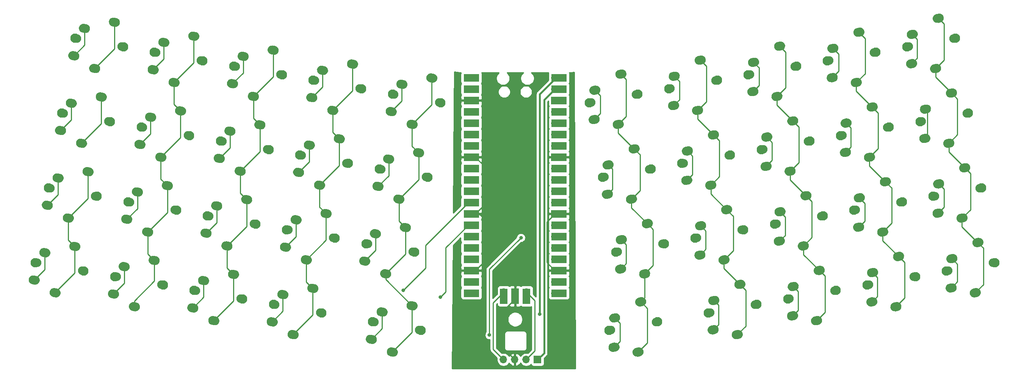
<source format=gbr>
%TF.GenerationSoftware,KiCad,Pcbnew,(5.1.10-1-10_14)*%
%TF.CreationDate,2021-09-19T11:37:43+09:00*%
%TF.ProjectId,Vpico,56706963-6f2e-46b6-9963-61645f706362,rev?*%
%TF.SameCoordinates,Original*%
%TF.FileFunction,Copper,L1,Top*%
%TF.FilePolarity,Positive*%
%FSLAX46Y46*%
G04 Gerber Fmt 4.6, Leading zero omitted, Abs format (unit mm)*
G04 Created by KiCad (PCBNEW (5.1.10-1-10_14)) date 2021-09-19 11:37:43*
%MOMM*%
%LPD*%
G01*
G04 APERTURE LIST*
%TA.AperFunction,WasherPad*%
%ADD10C,2.100000*%
%TD*%
%TA.AperFunction,WasherPad*%
%ADD11C,1.900000*%
%TD*%
%TA.AperFunction,ComponentPad*%
%ADD12O,1.700000X1.700000*%
%TD*%
%TA.AperFunction,ComponentPad*%
%ADD13R,1.700000X1.700000*%
%TD*%
%TA.AperFunction,SMDPad,CuDef*%
%ADD14R,1.700000X3.500000*%
%TD*%
%TA.AperFunction,SMDPad,CuDef*%
%ADD15R,3.500000X1.700000*%
%TD*%
%TA.AperFunction,ViaPad*%
%ADD16C,0.800000*%
%TD*%
%TA.AperFunction,Conductor*%
%ADD17C,0.250000*%
%TD*%
%TA.AperFunction,Conductor*%
%ADD18C,0.400000*%
%TD*%
%TA.AperFunction,Conductor*%
%ADD19C,0.254000*%
%TD*%
%TA.AperFunction,Conductor*%
%ADD20C,0.100000*%
%TD*%
G04 APERTURE END LIST*
%TO.P,SW30,1*%
%TO.N,Net-(D30-Pad2)*%
%TA.AperFunction,ComponentPad*%
G36*
G01*
X277233894Y-110924211D02*
X277233894Y-110924211D01*
G75*
G02*
X278045054Y-109765755I984808J173648D01*
G01*
X278537458Y-109678931D01*
G75*
G02*
X279695914Y-110490091I173648J-984808D01*
G01*
X279695914Y-110490091D01*
G75*
G02*
X278884754Y-111648547I-984808J-173648D01*
G01*
X278392350Y-111735371D01*
G75*
G02*
X277233894Y-110924211I-173648J984808D01*
G01*
G37*
%TD.AperFunction*%
D10*
%TO.P,SW30,*%
%TO.N,*%
X277393753Y-106935860D03*
X288226639Y-105025730D03*
%TO.P,SW30,2*%
%TO.N,C10*%
%TA.AperFunction,ComponentPad*%
G36*
G01*
X282603710Y-112008221D02*
X282603710Y-112008221D01*
G75*
G02*
X283414870Y-110849765I984808J173648D01*
G01*
X283907274Y-110762941D01*
G75*
G02*
X285065730Y-111574101I173648J-984808D01*
G01*
X285065730Y-111574101D01*
G75*
G02*
X284254570Y-112732557I-984808J-173648D01*
G01*
X283762166Y-112819381D01*
G75*
G02*
X282603710Y-112008221I-173648J984808D01*
G01*
G37*
%TD.AperFunction*%
%TA.AperFunction,ComponentPad*%
G36*
G01*
X283198465Y-100753965D02*
X283198465Y-100753965D01*
G75*
G02*
X284009625Y-99595509I984808J173648D01*
G01*
X284502029Y-99508685D01*
G75*
G02*
X285660485Y-100319845I173648J-984808D01*
G01*
X285660485Y-100319845D01*
G75*
G02*
X284849325Y-101478301I-984808J-173648D01*
G01*
X284356921Y-101565125D01*
G75*
G02*
X283198465Y-100753965I-173648J984808D01*
G01*
G37*
%TD.AperFunction*%
%TO.P,SW30,1*%
%TO.N,Net-(D30-Pad2)*%
%TA.AperFunction,ComponentPad*%
G36*
G01*
X277386002Y-104358043D02*
X277386002Y-104358043D01*
G75*
G02*
X278197162Y-103199587I984808J173648D01*
G01*
X278689566Y-103112763D01*
G75*
G02*
X279848022Y-103923923I173648J-984808D01*
G01*
X279848022Y-103923923D01*
G75*
G02*
X279036862Y-105082379I-984808J-173648D01*
G01*
X278544458Y-105169203D01*
G75*
G02*
X277386002Y-104358043I-173648J984808D01*
G01*
G37*
%TD.AperFunction*%
D11*
%TO.P,SW30,*%
%TO.N,*%
X287813019Y-105098662D03*
X277807373Y-106862928D03*
%TD*%
%TO.P,SW26,1*%
%TO.N,Net-(D26-Pad2)*%
%TA.AperFunction,ComponentPad*%
G36*
G01*
X206327736Y-123426880D02*
X206327736Y-123426880D01*
G75*
G02*
X207138896Y-122268424I984808J173648D01*
G01*
X207631300Y-122181600D01*
G75*
G02*
X208789756Y-122992760I173648J-984808D01*
G01*
X208789756Y-122992760D01*
G75*
G02*
X207978596Y-124151216I-984808J-173648D01*
G01*
X207486192Y-124238040D01*
G75*
G02*
X206327736Y-123426880I-173648J984808D01*
G01*
G37*
%TD.AperFunction*%
D10*
%TO.P,SW26,*%
%TO.N,*%
X206487595Y-119438529D03*
X217320481Y-117528399D03*
%TO.P,SW26,2*%
%TO.N,C6*%
%TA.AperFunction,ComponentPad*%
G36*
G01*
X211697552Y-124510890D02*
X211697552Y-124510890D01*
G75*
G02*
X212508712Y-123352434I984808J173648D01*
G01*
X213001116Y-123265610D01*
G75*
G02*
X214159572Y-124076770I173648J-984808D01*
G01*
X214159572Y-124076770D01*
G75*
G02*
X213348412Y-125235226I-984808J-173648D01*
G01*
X212856008Y-125322050D01*
G75*
G02*
X211697552Y-124510890I-173648J984808D01*
G01*
G37*
%TD.AperFunction*%
%TA.AperFunction,ComponentPad*%
G36*
G01*
X212292307Y-113256634D02*
X212292307Y-113256634D01*
G75*
G02*
X213103467Y-112098178I984808J173648D01*
G01*
X213595871Y-112011354D01*
G75*
G02*
X214754327Y-112822514I173648J-984808D01*
G01*
X214754327Y-112822514D01*
G75*
G02*
X213943167Y-113980970I-984808J-173648D01*
G01*
X213450763Y-114067794D01*
G75*
G02*
X212292307Y-113256634I-173648J984808D01*
G01*
G37*
%TD.AperFunction*%
%TO.P,SW26,1*%
%TO.N,Net-(D26-Pad2)*%
%TA.AperFunction,ComponentPad*%
G36*
G01*
X206479844Y-116860712D02*
X206479844Y-116860712D01*
G75*
G02*
X207291004Y-115702256I984808J173648D01*
G01*
X207783408Y-115615432D01*
G75*
G02*
X208941864Y-116426592I173648J-984808D01*
G01*
X208941864Y-116426592D01*
G75*
G02*
X208130704Y-117585048I-984808J-173648D01*
G01*
X207638300Y-117671872D01*
G75*
G02*
X206479844Y-116860712I-173648J984808D01*
G01*
G37*
%TD.AperFunction*%
D11*
%TO.P,SW26,*%
%TO.N,*%
X216906861Y-117601331D03*
X206901215Y-119365597D03*
%TD*%
%TO.P,SW32,1*%
%TO.N,Net-(D32-Pad2)*%
%TA.AperFunction,ComponentPad*%
G36*
G01*
X93033567Y-128586279D02*
X93033567Y-128586279D01*
G75*
G02*
X94192023Y-127775119I984808J-173648D01*
G01*
X94684427Y-127861943D01*
G75*
G02*
X95495587Y-129020399I-173648J-984808D01*
G01*
X95495587Y-129020399D01*
G75*
G02*
X94337131Y-129831559I-984808J173648D01*
G01*
X93844727Y-129744735D01*
G75*
G02*
X93033567Y-128586279I173648J984808D01*
G01*
G37*
%TD.AperFunction*%
D10*
%TO.P,SW32,*%
%TO.N,*%
X94547881Y-124893129D03*
X105380767Y-126803259D03*
%TO.P,SW32,2*%
%TO.N,C2*%
%TA.AperFunction,ComponentPad*%
G36*
G01*
X97708790Y-131441500D02*
X97708790Y-131441500D01*
G75*
G02*
X98867246Y-130630340I984808J-173648D01*
G01*
X99359650Y-130717164D01*
G75*
G02*
X100170810Y-131875620I-173648J-984808D01*
G01*
X100170810Y-131875620D01*
G75*
G02*
X99012354Y-132686780I-984808J173648D01*
G01*
X98519950Y-132599956D01*
G75*
G02*
X97708790Y-131441500I173648J984808D01*
G01*
G37*
%TD.AperFunction*%
%TA.AperFunction,ComponentPad*%
G36*
G01*
X102116858Y-121069377D02*
X102116858Y-121069377D01*
G75*
G02*
X103275314Y-120258217I984808J-173648D01*
G01*
X103767718Y-120345041D01*
G75*
G02*
X104578878Y-121503497I-173648J-984808D01*
G01*
X104578878Y-121503497D01*
G75*
G02*
X103420422Y-122314657I-984808J173648D01*
G01*
X102928018Y-122227833D01*
G75*
G02*
X102116858Y-121069377I173648J984808D01*
G01*
G37*
%TD.AperFunction*%
%TO.P,SW32,1*%
%TO.N,Net-(D32-Pad2)*%
%TA.AperFunction,ComponentPad*%
G36*
G01*
X95422263Y-122468123D02*
X95422263Y-122468123D01*
G75*
G02*
X96580719Y-121656963I984808J-173648D01*
G01*
X97073123Y-121743787D01*
G75*
G02*
X97884283Y-122902243I-173648J-984808D01*
G01*
X97884283Y-122902243D01*
G75*
G02*
X96725827Y-123713403I-984808J173648D01*
G01*
X96233423Y-123626579D01*
G75*
G02*
X95422263Y-122468123I173648J984808D01*
G01*
G37*
%TD.AperFunction*%
D11*
%TO.P,SW32,*%
%TO.N,*%
X104967147Y-126730327D03*
X94961501Y-124966061D03*
%TD*%
D12*
%TO.P,J1,4*%
%TO.N,Net-(J1-Pad4)*%
X181380000Y-143500000D03*
%TO.P,J1,3*%
%TO.N,GND*%
X183920000Y-143500000D03*
%TO.P,J1,2*%
%TO.N,Net-(J1-Pad2)*%
X186460000Y-143500000D03*
D13*
%TO.P,J1,1*%
%TO.N,VIN*%
X189000000Y-143500000D03*
%TD*%
D11*
%TO.P,SW36,*%
%TO.N,*%
X205421599Y-136888745D03*
X215427245Y-135124479D03*
%TO.P,SW36,1*%
%TO.N,Net-(D36-Pad2)*%
%TA.AperFunction,ComponentPad*%
G36*
G01*
X205000228Y-134383860D02*
X205000228Y-134383860D01*
G75*
G02*
X205811388Y-133225404I984808J173648D01*
G01*
X206303792Y-133138580D01*
G75*
G02*
X207462248Y-133949740I173648J-984808D01*
G01*
X207462248Y-133949740D01*
G75*
G02*
X206651088Y-135108196I-984808J-173648D01*
G01*
X206158684Y-135195020D01*
G75*
G02*
X205000228Y-134383860I-173648J984808D01*
G01*
G37*
%TD.AperFunction*%
%TO.P,SW36,2*%
%TO.N,C6*%
%TA.AperFunction,ComponentPad*%
G36*
G01*
X210812691Y-130779782D02*
X210812691Y-130779782D01*
G75*
G02*
X211623851Y-129621326I984808J173648D01*
G01*
X212116255Y-129534502D01*
G75*
G02*
X213274711Y-130345662I173648J-984808D01*
G01*
X213274711Y-130345662D01*
G75*
G02*
X212463551Y-131504118I-984808J-173648D01*
G01*
X211971147Y-131590942D01*
G75*
G02*
X210812691Y-130779782I-173648J984808D01*
G01*
G37*
%TD.AperFunction*%
%TA.AperFunction,ComponentPad*%
G36*
G01*
X210217936Y-142034038D02*
X210217936Y-142034038D01*
G75*
G02*
X211029096Y-140875582I984808J173648D01*
G01*
X211521500Y-140788758D01*
G75*
G02*
X212679956Y-141599918I173648J-984808D01*
G01*
X212679956Y-141599918D01*
G75*
G02*
X211868796Y-142758374I-984808J-173648D01*
G01*
X211376392Y-142845198D01*
G75*
G02*
X210217936Y-142034038I-173648J984808D01*
G01*
G37*
%TD.AperFunction*%
D10*
%TO.P,SW36,*%
%TO.N,*%
X215840865Y-135051547D03*
X205007979Y-136961677D03*
%TO.P,SW36,1*%
%TO.N,Net-(D36-Pad2)*%
%TA.AperFunction,ComponentPad*%
G36*
G01*
X204848120Y-140950028D02*
X204848120Y-140950028D01*
G75*
G02*
X205659280Y-139791572I984808J173648D01*
G01*
X206151684Y-139704748D01*
G75*
G02*
X207310140Y-140515908I173648J-984808D01*
G01*
X207310140Y-140515908D01*
G75*
G02*
X206498980Y-141674364I-984808J-173648D01*
G01*
X206006576Y-141761188D01*
G75*
G02*
X204848120Y-140950028I-173648J984808D01*
G01*
G37*
%TD.AperFunction*%
%TD*%
D11*
%TO.P,SW35,*%
%TO.N,*%
X152572755Y-135124479D03*
X162578401Y-136888745D03*
%TO.P,SW35,1*%
%TO.N,Net-(D35-Pad2)*%
%TA.AperFunction,ComponentPad*%
G36*
G01*
X153033517Y-132626541D02*
X153033517Y-132626541D01*
G75*
G02*
X154191973Y-131815381I984808J-173648D01*
G01*
X154684377Y-131902205D01*
G75*
G02*
X155495537Y-133060661I-173648J-984808D01*
G01*
X155495537Y-133060661D01*
G75*
G02*
X154337081Y-133871821I-984808J173648D01*
G01*
X153844677Y-133784997D01*
G75*
G02*
X153033517Y-132626541I173648J984808D01*
G01*
G37*
%TD.AperFunction*%
%TO.P,SW35,2*%
%TO.N,C5*%
%TA.AperFunction,ComponentPad*%
G36*
G01*
X159728112Y-131227795D02*
X159728112Y-131227795D01*
G75*
G02*
X160886568Y-130416635I984808J-173648D01*
G01*
X161378972Y-130503459D01*
G75*
G02*
X162190132Y-131661915I-173648J-984808D01*
G01*
X162190132Y-131661915D01*
G75*
G02*
X161031676Y-132473075I-984808J173648D01*
G01*
X160539272Y-132386251D01*
G75*
G02*
X159728112Y-131227795I173648J984808D01*
G01*
G37*
%TD.AperFunction*%
%TA.AperFunction,ComponentPad*%
G36*
G01*
X155320044Y-141599918D02*
X155320044Y-141599918D01*
G75*
G02*
X156478500Y-140788758I984808J-173648D01*
G01*
X156970904Y-140875582D01*
G75*
G02*
X157782064Y-142034038I-173648J-984808D01*
G01*
X157782064Y-142034038D01*
G75*
G02*
X156623608Y-142845198I-984808J173648D01*
G01*
X156131204Y-142758374D01*
G75*
G02*
X155320044Y-141599918I173648J984808D01*
G01*
G37*
%TD.AperFunction*%
D10*
%TO.P,SW35,*%
%TO.N,*%
X162992021Y-136961677D03*
X152159135Y-135051547D03*
%TO.P,SW35,1*%
%TO.N,Net-(D35-Pad2)*%
%TA.AperFunction,ComponentPad*%
G36*
G01*
X150644821Y-138744697D02*
X150644821Y-138744697D01*
G75*
G02*
X151803277Y-137933537I984808J-173648D01*
G01*
X152295681Y-138020361D01*
G75*
G02*
X153106841Y-139178817I-173648J-984808D01*
G01*
X153106841Y-139178817D01*
G75*
G02*
X151948385Y-139989977I-984808J173648D01*
G01*
X151455981Y-139903153D01*
G75*
G02*
X150644821Y-138744697I173648J984808D01*
G01*
G37*
%TD.AperFunction*%
%TD*%
D12*
%TO.P,U1,43*%
%TO.N,Net-(J1-Pad2)*%
X186540000Y-128400000D03*
D14*
X186540000Y-129300000D03*
D13*
%TO.P,U1,42*%
%TO.N,GND*%
X184000000Y-128400000D03*
D14*
X184000000Y-129300000D03*
D12*
%TO.P,U1,41*%
%TO.N,Net-(J1-Pad4)*%
X181460000Y-128400000D03*
D14*
X181460000Y-129300000D03*
D15*
%TO.P,U1,21*%
%TO.N,C10*%
X193790000Y-128630000D03*
%TO.P,U1,22*%
%TO.N,C9*%
X193790000Y-126090000D03*
%TO.P,U1,23*%
%TO.N,GND*%
X193790000Y-123550000D03*
%TO.P,U1,24*%
%TO.N,C8*%
X193790000Y-121010000D03*
%TO.P,U1,25*%
%TO.N,C7*%
X193790000Y-118470000D03*
%TO.P,U1,26*%
%TO.N,C6*%
X193790000Y-115930000D03*
%TO.P,U1,27*%
%TO.N,LED*%
X193790000Y-113390000D03*
%TO.P,U1,28*%
%TO.N,GND*%
X193790000Y-110850000D03*
%TO.P,U1,29*%
%TO.N,Net-(U1-Pad29)*%
X193790000Y-108310000D03*
%TO.P,U1,30*%
%TO.N,Net-(U1-Pad30)*%
X193790000Y-105770000D03*
%TO.P,U1,31*%
%TO.N,Net-(U1-Pad31)*%
X193790000Y-103230000D03*
%TO.P,U1,32*%
%TO.N,Net-(U1-Pad32)*%
X193790000Y-100690000D03*
%TO.P,U1,33*%
%TO.N,GND*%
X193790000Y-98150000D03*
%TO.P,U1,34*%
%TO.N,Net-(U1-Pad34)*%
X193790000Y-95610000D03*
%TO.P,U1,35*%
%TO.N,Net-(U1-Pad35)*%
X193790000Y-93070000D03*
%TO.P,U1,36*%
%TO.N,Net-(U1-Pad36)*%
X193790000Y-90530000D03*
%TO.P,U1,37*%
%TO.N,Net-(U1-Pad37)*%
X193790000Y-87990000D03*
%TO.P,U1,38*%
%TO.N,Net-(U1-Pad38)*%
X193790000Y-85450000D03*
%TO.P,U1,39*%
%TO.N,VIN*%
X193790000Y-82910000D03*
%TO.P,U1,40*%
%TO.N,VCC*%
X193790000Y-80370000D03*
%TO.P,U1,20*%
%TO.N,C1*%
X174210000Y-128630000D03*
%TO.P,U1,19*%
%TO.N,C2*%
X174210000Y-126090000D03*
%TO.P,U1,18*%
%TO.N,GND*%
X174210000Y-123550000D03*
%TO.P,U1,17*%
%TO.N,C3*%
X174210000Y-121010000D03*
%TO.P,U1,16*%
%TO.N,C4*%
X174210000Y-118470000D03*
%TO.P,U1,15*%
%TO.N,C5*%
X174210000Y-115930000D03*
%TO.P,U1,14*%
%TO.N,R4*%
X174210000Y-113390000D03*
%TO.P,U1,13*%
%TO.N,GND*%
X174210000Y-110850000D03*
%TO.P,U1,12*%
%TO.N,R3*%
X174210000Y-108310000D03*
%TO.P,U1,11*%
%TO.N,R2*%
X174210000Y-105770000D03*
%TO.P,U1,10*%
%TO.N,R1*%
X174210000Y-103230000D03*
%TO.P,U1,9*%
%TO.N,Net-(U1-Pad9)*%
X174210000Y-100690000D03*
%TO.P,U1,8*%
%TO.N,GND*%
X174210000Y-98150000D03*
%TO.P,U1,7*%
%TO.N,Net-(U1-Pad7)*%
X174210000Y-95610000D03*
%TO.P,U1,6*%
%TO.N,Net-(U1-Pad6)*%
X174210000Y-93070000D03*
%TO.P,U1,5*%
%TO.N,Net-(U1-Pad5)*%
X174210000Y-90530000D03*
%TO.P,U1,4*%
%TO.N,Net-(U1-Pad4)*%
X174210000Y-87990000D03*
%TO.P,U1,3*%
%TO.N,GND*%
X174210000Y-85450000D03*
%TO.P,U1,2*%
%TO.N,Net-(U1-Pad2)*%
X174210000Y-82910000D03*
%TO.P,U1,1*%
%TO.N,Net-(U1-Pad1)*%
X174210000Y-80370000D03*
D12*
%TO.P,U1,40*%
%TO.N,VCC*%
X192890000Y-80370000D03*
%TO.P,U1,39*%
%TO.N,VIN*%
X192890000Y-82910000D03*
D13*
%TO.P,U1,38*%
%TO.N,Net-(U1-Pad38)*%
X192890000Y-85450000D03*
D12*
%TO.P,U1,37*%
%TO.N,Net-(U1-Pad37)*%
X192890000Y-87990000D03*
%TO.P,U1,36*%
%TO.N,Net-(U1-Pad36)*%
X192890000Y-90530000D03*
%TO.P,U1,35*%
%TO.N,Net-(U1-Pad35)*%
X192890000Y-93070000D03*
%TO.P,U1,34*%
%TO.N,Net-(U1-Pad34)*%
X192890000Y-95610000D03*
D13*
%TO.P,U1,33*%
%TO.N,GND*%
X192890000Y-98150000D03*
D12*
%TO.P,U1,32*%
%TO.N,Net-(U1-Pad32)*%
X192890000Y-100690000D03*
%TO.P,U1,31*%
%TO.N,Net-(U1-Pad31)*%
X192890000Y-103230000D03*
%TO.P,U1,30*%
%TO.N,Net-(U1-Pad30)*%
X192890000Y-105770000D03*
%TO.P,U1,29*%
%TO.N,Net-(U1-Pad29)*%
X192890000Y-108310000D03*
D13*
%TO.P,U1,28*%
%TO.N,GND*%
X192890000Y-110850000D03*
D12*
%TO.P,U1,27*%
%TO.N,LED*%
X192890000Y-113390000D03*
%TO.P,U1,26*%
%TO.N,C6*%
X192890000Y-115930000D03*
%TO.P,U1,25*%
%TO.N,C7*%
X192890000Y-118470000D03*
%TO.P,U1,24*%
%TO.N,C8*%
X192890000Y-121010000D03*
D13*
%TO.P,U1,23*%
%TO.N,GND*%
X192890000Y-123550000D03*
D12*
%TO.P,U1,22*%
%TO.N,C9*%
X192890000Y-126090000D03*
%TO.P,U1,21*%
%TO.N,C10*%
X192890000Y-128630000D03*
%TO.P,U1,20*%
%TO.N,C1*%
X175110000Y-128630000D03*
%TO.P,U1,19*%
%TO.N,C2*%
X175110000Y-126090000D03*
D13*
%TO.P,U1,18*%
%TO.N,GND*%
X175110000Y-123550000D03*
D12*
%TO.P,U1,17*%
%TO.N,C3*%
X175110000Y-121010000D03*
%TO.P,U1,16*%
%TO.N,C4*%
X175110000Y-118470000D03*
%TO.P,U1,15*%
%TO.N,C5*%
X175110000Y-115930000D03*
%TO.P,U1,14*%
%TO.N,R4*%
X175110000Y-113390000D03*
D13*
%TO.P,U1,13*%
%TO.N,GND*%
X175110000Y-110850000D03*
D12*
%TO.P,U1,12*%
%TO.N,R3*%
X175110000Y-108310000D03*
%TO.P,U1,11*%
%TO.N,R2*%
X175110000Y-105770000D03*
%TO.P,U1,10*%
%TO.N,R1*%
X175110000Y-103230000D03*
%TO.P,U1,9*%
%TO.N,Net-(U1-Pad9)*%
X175110000Y-100690000D03*
D13*
%TO.P,U1,8*%
%TO.N,GND*%
X175110000Y-98150000D03*
D12*
%TO.P,U1,7*%
%TO.N,Net-(U1-Pad7)*%
X175110000Y-95610000D03*
%TO.P,U1,6*%
%TO.N,Net-(U1-Pad6)*%
X175110000Y-93070000D03*
%TO.P,U1,5*%
%TO.N,Net-(U1-Pad5)*%
X175110000Y-90530000D03*
%TO.P,U1,4*%
%TO.N,Net-(U1-Pad4)*%
X175110000Y-87990000D03*
D13*
%TO.P,U1,3*%
%TO.N,GND*%
X175110000Y-85450000D03*
D12*
%TO.P,U1,2*%
%TO.N,Net-(U1-Pad2)*%
X175110000Y-82910000D03*
%TO.P,U1,1*%
%TO.N,Net-(U1-Pad1)*%
X175110000Y-80370000D03*
%TD*%
%TO.P,SW40,1*%
%TO.N,Net-(D40-Pad2)*%
%TA.AperFunction,ComponentPad*%
G36*
G01*
X280185913Y-127665943D02*
X280185913Y-127665943D01*
G75*
G02*
X280997073Y-126507487I984808J173648D01*
G01*
X281489477Y-126420663D01*
G75*
G02*
X282647933Y-127231823I173648J-984808D01*
G01*
X282647933Y-127231823D01*
G75*
G02*
X281836773Y-128390279I-984808J-173648D01*
G01*
X281344369Y-128477103D01*
G75*
G02*
X280185913Y-127665943I-173648J984808D01*
G01*
G37*
%TD.AperFunction*%
D10*
%TO.P,SW40,*%
%TO.N,*%
X280345772Y-123677592D03*
X291178658Y-121767462D03*
%TO.P,SW40,2*%
%TO.N,C10*%
%TA.AperFunction,ComponentPad*%
G36*
G01*
X285555729Y-128749953D02*
X285555729Y-128749953D01*
G75*
G02*
X286366889Y-127591497I984808J173648D01*
G01*
X286859293Y-127504673D01*
G75*
G02*
X288017749Y-128315833I173648J-984808D01*
G01*
X288017749Y-128315833D01*
G75*
G02*
X287206589Y-129474289I-984808J-173648D01*
G01*
X286714185Y-129561113D01*
G75*
G02*
X285555729Y-128749953I-173648J984808D01*
G01*
G37*
%TD.AperFunction*%
%TA.AperFunction,ComponentPad*%
G36*
G01*
X286150484Y-117495697D02*
X286150484Y-117495697D01*
G75*
G02*
X286961644Y-116337241I984808J173648D01*
G01*
X287454048Y-116250417D01*
G75*
G02*
X288612504Y-117061577I173648J-984808D01*
G01*
X288612504Y-117061577D01*
G75*
G02*
X287801344Y-118220033I-984808J-173648D01*
G01*
X287308940Y-118306857D01*
G75*
G02*
X286150484Y-117495697I-173648J984808D01*
G01*
G37*
%TD.AperFunction*%
%TO.P,SW40,1*%
%TO.N,Net-(D40-Pad2)*%
%TA.AperFunction,ComponentPad*%
G36*
G01*
X280338021Y-121099775D02*
X280338021Y-121099775D01*
G75*
G02*
X281149181Y-119941319I984808J173648D01*
G01*
X281641585Y-119854495D01*
G75*
G02*
X282800041Y-120665655I173648J-984808D01*
G01*
X282800041Y-120665655D01*
G75*
G02*
X281988881Y-121824111I-984808J-173648D01*
G01*
X281496477Y-121910935D01*
G75*
G02*
X280338021Y-121099775I-173648J984808D01*
G01*
G37*
%TD.AperFunction*%
D11*
%TO.P,SW40,*%
%TO.N,*%
X290765038Y-121840394D03*
X280759392Y-123604660D03*
%TD*%
%TO.P,SW39,1*%
%TO.N,Net-(D39-Pad2)*%
%TA.AperFunction,ComponentPad*%
G36*
G01*
X262459374Y-130791610D02*
X262459374Y-130791610D01*
G75*
G02*
X263270534Y-129633154I984808J173648D01*
G01*
X263762938Y-129546330D01*
G75*
G02*
X264921394Y-130357490I173648J-984808D01*
G01*
X264921394Y-130357490D01*
G75*
G02*
X264110234Y-131515946I-984808J-173648D01*
G01*
X263617830Y-131602770D01*
G75*
G02*
X262459374Y-130791610I-173648J984808D01*
G01*
G37*
%TD.AperFunction*%
D10*
%TO.P,SW39,*%
%TO.N,*%
X262619233Y-126803259D03*
X273452119Y-124893129D03*
%TO.P,SW39,2*%
%TO.N,C9*%
%TA.AperFunction,ComponentPad*%
G36*
G01*
X267829190Y-131875620D02*
X267829190Y-131875620D01*
G75*
G02*
X268640350Y-130717164I984808J173648D01*
G01*
X269132754Y-130630340D01*
G75*
G02*
X270291210Y-131441500I173648J-984808D01*
G01*
X270291210Y-131441500D01*
G75*
G02*
X269480050Y-132599956I-984808J-173648D01*
G01*
X268987646Y-132686780D01*
G75*
G02*
X267829190Y-131875620I-173648J984808D01*
G01*
G37*
%TD.AperFunction*%
%TA.AperFunction,ComponentPad*%
G36*
G01*
X268423945Y-120621364D02*
X268423945Y-120621364D01*
G75*
G02*
X269235105Y-119462908I984808J173648D01*
G01*
X269727509Y-119376084D01*
G75*
G02*
X270885965Y-120187244I173648J-984808D01*
G01*
X270885965Y-120187244D01*
G75*
G02*
X270074805Y-121345700I-984808J-173648D01*
G01*
X269582401Y-121432524D01*
G75*
G02*
X268423945Y-120621364I-173648J984808D01*
G01*
G37*
%TD.AperFunction*%
%TO.P,SW39,1*%
%TO.N,Net-(D39-Pad2)*%
%TA.AperFunction,ComponentPad*%
G36*
G01*
X262611482Y-124225442D02*
X262611482Y-124225442D01*
G75*
G02*
X263422642Y-123066986I984808J173648D01*
G01*
X263915046Y-122980162D01*
G75*
G02*
X265073502Y-123791322I173648J-984808D01*
G01*
X265073502Y-123791322D01*
G75*
G02*
X264262342Y-124949778I-984808J-173648D01*
G01*
X263769938Y-125036602D01*
G75*
G02*
X262611482Y-124225442I-173648J984808D01*
G01*
G37*
%TD.AperFunction*%
D11*
%TO.P,SW39,*%
%TO.N,*%
X273038499Y-124966061D03*
X263032853Y-126730327D03*
%TD*%
%TO.P,SW38,1*%
%TO.N,Net-(D38-Pad2)*%
%TA.AperFunction,ComponentPad*%
G36*
G01*
X244732834Y-133917277D02*
X244732834Y-133917277D01*
G75*
G02*
X245543994Y-132758821I984808J173648D01*
G01*
X246036398Y-132671997D01*
G75*
G02*
X247194854Y-133483157I173648J-984808D01*
G01*
X247194854Y-133483157D01*
G75*
G02*
X246383694Y-134641613I-984808J-173648D01*
G01*
X245891290Y-134728437D01*
G75*
G02*
X244732834Y-133917277I-173648J984808D01*
G01*
G37*
%TD.AperFunction*%
D10*
%TO.P,SW38,*%
%TO.N,*%
X244892693Y-129928926D03*
X255725579Y-128018796D03*
%TO.P,SW38,2*%
%TO.N,C8*%
%TA.AperFunction,ComponentPad*%
G36*
G01*
X250102650Y-135001287D02*
X250102650Y-135001287D01*
G75*
G02*
X250913810Y-133842831I984808J173648D01*
G01*
X251406214Y-133756007D01*
G75*
G02*
X252564670Y-134567167I173648J-984808D01*
G01*
X252564670Y-134567167D01*
G75*
G02*
X251753510Y-135725623I-984808J-173648D01*
G01*
X251261106Y-135812447D01*
G75*
G02*
X250102650Y-135001287I-173648J984808D01*
G01*
G37*
%TD.AperFunction*%
%TA.AperFunction,ComponentPad*%
G36*
G01*
X250697405Y-123747031D02*
X250697405Y-123747031D01*
G75*
G02*
X251508565Y-122588575I984808J173648D01*
G01*
X252000969Y-122501751D01*
G75*
G02*
X253159425Y-123312911I173648J-984808D01*
G01*
X253159425Y-123312911D01*
G75*
G02*
X252348265Y-124471367I-984808J-173648D01*
G01*
X251855861Y-124558191D01*
G75*
G02*
X250697405Y-123747031I-173648J984808D01*
G01*
G37*
%TD.AperFunction*%
%TO.P,SW38,1*%
%TO.N,Net-(D38-Pad2)*%
%TA.AperFunction,ComponentPad*%
G36*
G01*
X244884942Y-127351109D02*
X244884942Y-127351109D01*
G75*
G02*
X245696102Y-126192653I984808J173648D01*
G01*
X246188506Y-126105829D01*
G75*
G02*
X247346962Y-126916989I173648J-984808D01*
G01*
X247346962Y-126916989D01*
G75*
G02*
X246535802Y-128075445I-984808J-173648D01*
G01*
X246043398Y-128162269D01*
G75*
G02*
X244884942Y-127351109I-173648J984808D01*
G01*
G37*
%TD.AperFunction*%
D11*
%TO.P,SW38,*%
%TO.N,*%
X255311959Y-128091728D03*
X245306313Y-129855994D03*
%TD*%
%TO.P,SW37,1*%
%TO.N,Net-(D37-Pad2)*%
%TA.AperFunction,ComponentPad*%
G36*
G01*
X227006295Y-137042944D02*
X227006295Y-137042944D01*
G75*
G02*
X227817455Y-135884488I984808J173648D01*
G01*
X228309859Y-135797664D01*
G75*
G02*
X229468315Y-136608824I173648J-984808D01*
G01*
X229468315Y-136608824D01*
G75*
G02*
X228657155Y-137767280I-984808J-173648D01*
G01*
X228164751Y-137854104D01*
G75*
G02*
X227006295Y-137042944I-173648J984808D01*
G01*
G37*
%TD.AperFunction*%
D10*
%TO.P,SW37,*%
%TO.N,*%
X227166154Y-133054593D03*
X237999040Y-131144463D03*
%TO.P,SW37,2*%
%TO.N,C7*%
%TA.AperFunction,ComponentPad*%
G36*
G01*
X232376111Y-138126954D02*
X232376111Y-138126954D01*
G75*
G02*
X233187271Y-136968498I984808J173648D01*
G01*
X233679675Y-136881674D01*
G75*
G02*
X234838131Y-137692834I173648J-984808D01*
G01*
X234838131Y-137692834D01*
G75*
G02*
X234026971Y-138851290I-984808J-173648D01*
G01*
X233534567Y-138938114D01*
G75*
G02*
X232376111Y-138126954I-173648J984808D01*
G01*
G37*
%TD.AperFunction*%
%TA.AperFunction,ComponentPad*%
G36*
G01*
X232970866Y-126872698D02*
X232970866Y-126872698D01*
G75*
G02*
X233782026Y-125714242I984808J173648D01*
G01*
X234274430Y-125627418D01*
G75*
G02*
X235432886Y-126438578I173648J-984808D01*
G01*
X235432886Y-126438578D01*
G75*
G02*
X234621726Y-127597034I-984808J-173648D01*
G01*
X234129322Y-127683858D01*
G75*
G02*
X232970866Y-126872698I-173648J984808D01*
G01*
G37*
%TD.AperFunction*%
%TO.P,SW37,1*%
%TO.N,Net-(D37-Pad2)*%
%TA.AperFunction,ComponentPad*%
G36*
G01*
X227158403Y-130476776D02*
X227158403Y-130476776D01*
G75*
G02*
X227969563Y-129318320I984808J173648D01*
G01*
X228461967Y-129231496D01*
G75*
G02*
X229620423Y-130042656I173648J-984808D01*
G01*
X229620423Y-130042656D01*
G75*
G02*
X228809263Y-131201112I-984808J-173648D01*
G01*
X228316859Y-131287936D01*
G75*
G02*
X227158403Y-130476776I-173648J984808D01*
G01*
G37*
%TD.AperFunction*%
D11*
%TO.P,SW37,*%
%TO.N,*%
X237585420Y-131217395D03*
X227579774Y-132981661D03*
%TD*%
%TO.P,SW34,1*%
%TO.N,Net-(D34-Pad2)*%
%TA.AperFunction,ComponentPad*%
G36*
G01*
X128486646Y-134837613D02*
X128486646Y-134837613D01*
G75*
G02*
X129645102Y-134026453I984808J-173648D01*
G01*
X130137506Y-134113277D01*
G75*
G02*
X130948666Y-135271733I-173648J-984808D01*
G01*
X130948666Y-135271733D01*
G75*
G02*
X129790210Y-136082893I-984808J173648D01*
G01*
X129297806Y-135996069D01*
G75*
G02*
X128486646Y-134837613I173648J984808D01*
G01*
G37*
%TD.AperFunction*%
D10*
%TO.P,SW34,*%
%TO.N,*%
X130000960Y-131144463D03*
X140833846Y-133054593D03*
%TO.P,SW34,2*%
%TO.N,C4*%
%TA.AperFunction,ComponentPad*%
G36*
G01*
X133161869Y-137692834D02*
X133161869Y-137692834D01*
G75*
G02*
X134320325Y-136881674I984808J-173648D01*
G01*
X134812729Y-136968498D01*
G75*
G02*
X135623889Y-138126954I-173648J-984808D01*
G01*
X135623889Y-138126954D01*
G75*
G02*
X134465433Y-138938114I-984808J173648D01*
G01*
X133973029Y-138851290D01*
G75*
G02*
X133161869Y-137692834I173648J984808D01*
G01*
G37*
%TD.AperFunction*%
%TA.AperFunction,ComponentPad*%
G36*
G01*
X137569937Y-127320711D02*
X137569937Y-127320711D01*
G75*
G02*
X138728393Y-126509551I984808J-173648D01*
G01*
X139220797Y-126596375D01*
G75*
G02*
X140031957Y-127754831I-173648J-984808D01*
G01*
X140031957Y-127754831D01*
G75*
G02*
X138873501Y-128565991I-984808J173648D01*
G01*
X138381097Y-128479167D01*
G75*
G02*
X137569937Y-127320711I173648J984808D01*
G01*
G37*
%TD.AperFunction*%
%TO.P,SW34,1*%
%TO.N,Net-(D34-Pad2)*%
%TA.AperFunction,ComponentPad*%
G36*
G01*
X130875342Y-128719457D02*
X130875342Y-128719457D01*
G75*
G02*
X132033798Y-127908297I984808J-173648D01*
G01*
X132526202Y-127995121D01*
G75*
G02*
X133337362Y-129153577I-173648J-984808D01*
G01*
X133337362Y-129153577D01*
G75*
G02*
X132178906Y-129964737I-984808J173648D01*
G01*
X131686502Y-129877913D01*
G75*
G02*
X130875342Y-128719457I173648J984808D01*
G01*
G37*
%TD.AperFunction*%
D11*
%TO.P,SW34,*%
%TO.N,*%
X140420226Y-132981661D03*
X130414580Y-131217395D03*
%TD*%
%TO.P,SW33,1*%
%TO.N,Net-(D33-Pad2)*%
%TA.AperFunction,ComponentPad*%
G36*
G01*
X110760107Y-131711946D02*
X110760107Y-131711946D01*
G75*
G02*
X111918563Y-130900786I984808J-173648D01*
G01*
X112410967Y-130987610D01*
G75*
G02*
X113222127Y-132146066I-173648J-984808D01*
G01*
X113222127Y-132146066D01*
G75*
G02*
X112063671Y-132957226I-984808J173648D01*
G01*
X111571267Y-132870402D01*
G75*
G02*
X110760107Y-131711946I173648J984808D01*
G01*
G37*
%TD.AperFunction*%
D10*
%TO.P,SW33,*%
%TO.N,*%
X112274421Y-128018796D03*
X123107307Y-129928926D03*
%TO.P,SW33,2*%
%TO.N,C3*%
%TA.AperFunction,ComponentPad*%
G36*
G01*
X115435330Y-134567167D02*
X115435330Y-134567167D01*
G75*
G02*
X116593786Y-133756007I984808J-173648D01*
G01*
X117086190Y-133842831D01*
G75*
G02*
X117897350Y-135001287I-173648J-984808D01*
G01*
X117897350Y-135001287D01*
G75*
G02*
X116738894Y-135812447I-984808J173648D01*
G01*
X116246490Y-135725623D01*
G75*
G02*
X115435330Y-134567167I173648J984808D01*
G01*
G37*
%TD.AperFunction*%
%TA.AperFunction,ComponentPad*%
G36*
G01*
X119843398Y-124195044D02*
X119843398Y-124195044D01*
G75*
G02*
X121001854Y-123383884I984808J-173648D01*
G01*
X121494258Y-123470708D01*
G75*
G02*
X122305418Y-124629164I-173648J-984808D01*
G01*
X122305418Y-124629164D01*
G75*
G02*
X121146962Y-125440324I-984808J173648D01*
G01*
X120654558Y-125353500D01*
G75*
G02*
X119843398Y-124195044I173648J984808D01*
G01*
G37*
%TD.AperFunction*%
%TO.P,SW33,1*%
%TO.N,Net-(D33-Pad2)*%
%TA.AperFunction,ComponentPad*%
G36*
G01*
X113148803Y-125593790D02*
X113148803Y-125593790D01*
G75*
G02*
X114307259Y-124782630I984808J-173648D01*
G01*
X114799663Y-124869454D01*
G75*
G02*
X115610823Y-126027910I-173648J-984808D01*
G01*
X115610823Y-126027910D01*
G75*
G02*
X114452367Y-126839070I-984808J173648D01*
G01*
X113959963Y-126752246D01*
G75*
G02*
X113148803Y-125593790I173648J984808D01*
G01*
G37*
%TD.AperFunction*%
D11*
%TO.P,SW33,*%
%TO.N,*%
X122693687Y-129855994D03*
X112688041Y-128091728D03*
%TD*%
%TO.P,SW31,1*%
%TO.N,Net-(D31-Pad2)*%
%TA.AperFunction,ComponentPad*%
G36*
G01*
X75307028Y-125460612D02*
X75307028Y-125460612D01*
G75*
G02*
X76465484Y-124649452I984808J-173648D01*
G01*
X76957888Y-124736276D01*
G75*
G02*
X77769048Y-125894732I-173648J-984808D01*
G01*
X77769048Y-125894732D01*
G75*
G02*
X76610592Y-126705892I-984808J173648D01*
G01*
X76118188Y-126619068D01*
G75*
G02*
X75307028Y-125460612I173648J984808D01*
G01*
G37*
%TD.AperFunction*%
D10*
%TO.P,SW31,*%
%TO.N,*%
X76821342Y-121767462D03*
X87654228Y-123677592D03*
%TO.P,SW31,2*%
%TO.N,C1*%
%TA.AperFunction,ComponentPad*%
G36*
G01*
X79982251Y-128315833D02*
X79982251Y-128315833D01*
G75*
G02*
X81140707Y-127504673I984808J-173648D01*
G01*
X81633111Y-127591497D01*
G75*
G02*
X82444271Y-128749953I-173648J-984808D01*
G01*
X82444271Y-128749953D01*
G75*
G02*
X81285815Y-129561113I-984808J173648D01*
G01*
X80793411Y-129474289D01*
G75*
G02*
X79982251Y-128315833I173648J984808D01*
G01*
G37*
%TD.AperFunction*%
%TA.AperFunction,ComponentPad*%
G36*
G01*
X84390319Y-117943710D02*
X84390319Y-117943710D01*
G75*
G02*
X85548775Y-117132550I984808J-173648D01*
G01*
X86041179Y-117219374D01*
G75*
G02*
X86852339Y-118377830I-173648J-984808D01*
G01*
X86852339Y-118377830D01*
G75*
G02*
X85693883Y-119188990I-984808J173648D01*
G01*
X85201479Y-119102166D01*
G75*
G02*
X84390319Y-117943710I173648J984808D01*
G01*
G37*
%TD.AperFunction*%
%TO.P,SW31,1*%
%TO.N,Net-(D31-Pad2)*%
%TA.AperFunction,ComponentPad*%
G36*
G01*
X77695724Y-119342456D02*
X77695724Y-119342456D01*
G75*
G02*
X78854180Y-118531296I984808J-173648D01*
G01*
X79346584Y-118618120D01*
G75*
G02*
X80157744Y-119776576I-173648J-984808D01*
G01*
X80157744Y-119776576D01*
G75*
G02*
X78999288Y-120587736I-984808J173648D01*
G01*
X78506884Y-120500912D01*
G75*
G02*
X77695724Y-119342456I173648J984808D01*
G01*
G37*
%TD.AperFunction*%
D11*
%TO.P,SW31,*%
%TO.N,*%
X87240608Y-123604660D03*
X77234962Y-121840394D03*
%TD*%
%TO.P,SW29,1*%
%TO.N,Net-(D29-Pad2)*%
%TA.AperFunction,ComponentPad*%
G36*
G01*
X259507355Y-114049878D02*
X259507355Y-114049878D01*
G75*
G02*
X260318515Y-112891422I984808J173648D01*
G01*
X260810919Y-112804598D01*
G75*
G02*
X261969375Y-113615758I173648J-984808D01*
G01*
X261969375Y-113615758D01*
G75*
G02*
X261158215Y-114774214I-984808J-173648D01*
G01*
X260665811Y-114861038D01*
G75*
G02*
X259507355Y-114049878I-173648J984808D01*
G01*
G37*
%TD.AperFunction*%
D10*
%TO.P,SW29,*%
%TO.N,*%
X259667214Y-110061527D03*
X270500100Y-108151397D03*
%TO.P,SW29,2*%
%TO.N,C9*%
%TA.AperFunction,ComponentPad*%
G36*
G01*
X264877171Y-115133888D02*
X264877171Y-115133888D01*
G75*
G02*
X265688331Y-113975432I984808J173648D01*
G01*
X266180735Y-113888608D01*
G75*
G02*
X267339191Y-114699768I173648J-984808D01*
G01*
X267339191Y-114699768D01*
G75*
G02*
X266528031Y-115858224I-984808J-173648D01*
G01*
X266035627Y-115945048D01*
G75*
G02*
X264877171Y-115133888I-173648J984808D01*
G01*
G37*
%TD.AperFunction*%
%TA.AperFunction,ComponentPad*%
G36*
G01*
X265471926Y-103879632D02*
X265471926Y-103879632D01*
G75*
G02*
X266283086Y-102721176I984808J173648D01*
G01*
X266775490Y-102634352D01*
G75*
G02*
X267933946Y-103445512I173648J-984808D01*
G01*
X267933946Y-103445512D01*
G75*
G02*
X267122786Y-104603968I-984808J-173648D01*
G01*
X266630382Y-104690792D01*
G75*
G02*
X265471926Y-103879632I-173648J984808D01*
G01*
G37*
%TD.AperFunction*%
%TO.P,SW29,1*%
%TO.N,Net-(D29-Pad2)*%
%TA.AperFunction,ComponentPad*%
G36*
G01*
X259659463Y-107483710D02*
X259659463Y-107483710D01*
G75*
G02*
X260470623Y-106325254I984808J173648D01*
G01*
X260963027Y-106238430D01*
G75*
G02*
X262121483Y-107049590I173648J-984808D01*
G01*
X262121483Y-107049590D01*
G75*
G02*
X261310323Y-108208046I-984808J-173648D01*
G01*
X260817919Y-108294870D01*
G75*
G02*
X259659463Y-107483710I-173648J984808D01*
G01*
G37*
%TD.AperFunction*%
D11*
%TO.P,SW29,*%
%TO.N,*%
X270086480Y-108224329D03*
X260080834Y-109988595D03*
%TD*%
%TO.P,SW28,1*%
%TO.N,Net-(D28-Pad2)*%
%TA.AperFunction,ComponentPad*%
G36*
G01*
X241780815Y-117175545D02*
X241780815Y-117175545D01*
G75*
G02*
X242591975Y-116017089I984808J173648D01*
G01*
X243084379Y-115930265D01*
G75*
G02*
X244242835Y-116741425I173648J-984808D01*
G01*
X244242835Y-116741425D01*
G75*
G02*
X243431675Y-117899881I-984808J-173648D01*
G01*
X242939271Y-117986705D01*
G75*
G02*
X241780815Y-117175545I-173648J984808D01*
G01*
G37*
%TD.AperFunction*%
D10*
%TO.P,SW28,*%
%TO.N,*%
X241940674Y-113187194D03*
X252773560Y-111277064D03*
%TO.P,SW28,2*%
%TO.N,C8*%
%TA.AperFunction,ComponentPad*%
G36*
G01*
X247150631Y-118259555D02*
X247150631Y-118259555D01*
G75*
G02*
X247961791Y-117101099I984808J173648D01*
G01*
X248454195Y-117014275D01*
G75*
G02*
X249612651Y-117825435I173648J-984808D01*
G01*
X249612651Y-117825435D01*
G75*
G02*
X248801491Y-118983891I-984808J-173648D01*
G01*
X248309087Y-119070715D01*
G75*
G02*
X247150631Y-118259555I-173648J984808D01*
G01*
G37*
%TD.AperFunction*%
%TA.AperFunction,ComponentPad*%
G36*
G01*
X247745386Y-107005299D02*
X247745386Y-107005299D01*
G75*
G02*
X248556546Y-105846843I984808J173648D01*
G01*
X249048950Y-105760019D01*
G75*
G02*
X250207406Y-106571179I173648J-984808D01*
G01*
X250207406Y-106571179D01*
G75*
G02*
X249396246Y-107729635I-984808J-173648D01*
G01*
X248903842Y-107816459D01*
G75*
G02*
X247745386Y-107005299I-173648J984808D01*
G01*
G37*
%TD.AperFunction*%
%TO.P,SW28,1*%
%TO.N,Net-(D28-Pad2)*%
%TA.AperFunction,ComponentPad*%
G36*
G01*
X241932923Y-110609377D02*
X241932923Y-110609377D01*
G75*
G02*
X242744083Y-109450921I984808J173648D01*
G01*
X243236487Y-109364097D01*
G75*
G02*
X244394943Y-110175257I173648J-984808D01*
G01*
X244394943Y-110175257D01*
G75*
G02*
X243583783Y-111333713I-984808J-173648D01*
G01*
X243091379Y-111420537D01*
G75*
G02*
X241932923Y-110609377I-173648J984808D01*
G01*
G37*
%TD.AperFunction*%
D11*
%TO.P,SW28,*%
%TO.N,*%
X252359940Y-111349996D03*
X242354294Y-113114262D03*
%TD*%
%TO.P,SW27,1*%
%TO.N,Net-(D27-Pad2)*%
%TA.AperFunction,ComponentPad*%
G36*
G01*
X224054276Y-120301212D02*
X224054276Y-120301212D01*
G75*
G02*
X224865436Y-119142756I984808J173648D01*
G01*
X225357840Y-119055932D01*
G75*
G02*
X226516296Y-119867092I173648J-984808D01*
G01*
X226516296Y-119867092D01*
G75*
G02*
X225705136Y-121025548I-984808J-173648D01*
G01*
X225212732Y-121112372D01*
G75*
G02*
X224054276Y-120301212I-173648J984808D01*
G01*
G37*
%TD.AperFunction*%
D10*
%TO.P,SW27,*%
%TO.N,*%
X224214135Y-116312861D03*
X235047021Y-114402731D03*
%TO.P,SW27,2*%
%TO.N,C7*%
%TA.AperFunction,ComponentPad*%
G36*
G01*
X229424092Y-121385222D02*
X229424092Y-121385222D01*
G75*
G02*
X230235252Y-120226766I984808J173648D01*
G01*
X230727656Y-120139942D01*
G75*
G02*
X231886112Y-120951102I173648J-984808D01*
G01*
X231886112Y-120951102D01*
G75*
G02*
X231074952Y-122109558I-984808J-173648D01*
G01*
X230582548Y-122196382D01*
G75*
G02*
X229424092Y-121385222I-173648J984808D01*
G01*
G37*
%TD.AperFunction*%
%TA.AperFunction,ComponentPad*%
G36*
G01*
X230018847Y-110130966D02*
X230018847Y-110130966D01*
G75*
G02*
X230830007Y-108972510I984808J173648D01*
G01*
X231322411Y-108885686D01*
G75*
G02*
X232480867Y-109696846I173648J-984808D01*
G01*
X232480867Y-109696846D01*
G75*
G02*
X231669707Y-110855302I-984808J-173648D01*
G01*
X231177303Y-110942126D01*
G75*
G02*
X230018847Y-110130966I-173648J984808D01*
G01*
G37*
%TD.AperFunction*%
%TO.P,SW27,1*%
%TO.N,Net-(D27-Pad2)*%
%TA.AperFunction,ComponentPad*%
G36*
G01*
X224206384Y-113735044D02*
X224206384Y-113735044D01*
G75*
G02*
X225017544Y-112576588I984808J173648D01*
G01*
X225509948Y-112489764D01*
G75*
G02*
X226668404Y-113300924I173648J-984808D01*
G01*
X226668404Y-113300924D01*
G75*
G02*
X225857244Y-114459380I-984808J-173648D01*
G01*
X225364840Y-114546204D01*
G75*
G02*
X224206384Y-113735044I-173648J984808D01*
G01*
G37*
%TD.AperFunction*%
D11*
%TO.P,SW27,*%
%TO.N,*%
X234633401Y-114475663D03*
X224627755Y-116239929D03*
%TD*%
%TO.P,SW25,1*%
%TO.N,Net-(D25-Pad2)*%
%TA.AperFunction,ComponentPad*%
G36*
G01*
X149165205Y-121221549D02*
X149165205Y-121221549D01*
G75*
G02*
X150323661Y-120410389I984808J-173648D01*
G01*
X150816065Y-120497213D01*
G75*
G02*
X151627225Y-121655669I-173648J-984808D01*
G01*
X151627225Y-121655669D01*
G75*
G02*
X150468769Y-122466829I-984808J173648D01*
G01*
X149976365Y-122380005D01*
G75*
G02*
X149165205Y-121221549I173648J984808D01*
G01*
G37*
%TD.AperFunction*%
D10*
%TO.P,SW25,*%
%TO.N,*%
X150679519Y-117528399D03*
X161512405Y-119438529D03*
%TO.P,SW25,2*%
%TO.N,C5*%
%TA.AperFunction,ComponentPad*%
G36*
G01*
X153840428Y-124076770D02*
X153840428Y-124076770D01*
G75*
G02*
X154998884Y-123265610I984808J-173648D01*
G01*
X155491288Y-123352434D01*
G75*
G02*
X156302448Y-124510890I-173648J-984808D01*
G01*
X156302448Y-124510890D01*
G75*
G02*
X155143992Y-125322050I-984808J173648D01*
G01*
X154651588Y-125235226D01*
G75*
G02*
X153840428Y-124076770I173648J984808D01*
G01*
G37*
%TD.AperFunction*%
%TA.AperFunction,ComponentPad*%
G36*
G01*
X158248496Y-113704647D02*
X158248496Y-113704647D01*
G75*
G02*
X159406952Y-112893487I984808J-173648D01*
G01*
X159899356Y-112980311D01*
G75*
G02*
X160710516Y-114138767I-173648J-984808D01*
G01*
X160710516Y-114138767D01*
G75*
G02*
X159552060Y-114949927I-984808J173648D01*
G01*
X159059656Y-114863103D01*
G75*
G02*
X158248496Y-113704647I173648J984808D01*
G01*
G37*
%TD.AperFunction*%
%TO.P,SW25,1*%
%TO.N,Net-(D25-Pad2)*%
%TA.AperFunction,ComponentPad*%
G36*
G01*
X151553901Y-115103393D02*
X151553901Y-115103393D01*
G75*
G02*
X152712357Y-114292233I984808J-173648D01*
G01*
X153204761Y-114379057D01*
G75*
G02*
X154015921Y-115537513I-173648J-984808D01*
G01*
X154015921Y-115537513D01*
G75*
G02*
X152857465Y-116348673I-984808J173648D01*
G01*
X152365061Y-116261849D01*
G75*
G02*
X151553901Y-115103393I173648J984808D01*
G01*
G37*
%TD.AperFunction*%
D11*
%TO.P,SW25,*%
%TO.N,*%
X161098785Y-119365597D03*
X151093139Y-117601331D03*
%TD*%
%TO.P,SW24,1*%
%TO.N,Net-(D24-Pad2)*%
%TA.AperFunction,ComponentPad*%
G36*
G01*
X131438665Y-118095881D02*
X131438665Y-118095881D01*
G75*
G02*
X132597121Y-117284721I984808J-173648D01*
G01*
X133089525Y-117371545D01*
G75*
G02*
X133900685Y-118530001I-173648J-984808D01*
G01*
X133900685Y-118530001D01*
G75*
G02*
X132742229Y-119341161I-984808J173648D01*
G01*
X132249825Y-119254337D01*
G75*
G02*
X131438665Y-118095881I173648J984808D01*
G01*
G37*
%TD.AperFunction*%
D10*
%TO.P,SW24,*%
%TO.N,*%
X132952979Y-114402731D03*
X143785865Y-116312861D03*
%TO.P,SW24,2*%
%TO.N,C4*%
%TA.AperFunction,ComponentPad*%
G36*
G01*
X136113888Y-120951102D02*
X136113888Y-120951102D01*
G75*
G02*
X137272344Y-120139942I984808J-173648D01*
G01*
X137764748Y-120226766D01*
G75*
G02*
X138575908Y-121385222I-173648J-984808D01*
G01*
X138575908Y-121385222D01*
G75*
G02*
X137417452Y-122196382I-984808J173648D01*
G01*
X136925048Y-122109558D01*
G75*
G02*
X136113888Y-120951102I173648J984808D01*
G01*
G37*
%TD.AperFunction*%
%TA.AperFunction,ComponentPad*%
G36*
G01*
X140521956Y-110578979D02*
X140521956Y-110578979D01*
G75*
G02*
X141680412Y-109767819I984808J-173648D01*
G01*
X142172816Y-109854643D01*
G75*
G02*
X142983976Y-111013099I-173648J-984808D01*
G01*
X142983976Y-111013099D01*
G75*
G02*
X141825520Y-111824259I-984808J173648D01*
G01*
X141333116Y-111737435D01*
G75*
G02*
X140521956Y-110578979I173648J984808D01*
G01*
G37*
%TD.AperFunction*%
%TO.P,SW24,1*%
%TO.N,Net-(D24-Pad2)*%
%TA.AperFunction,ComponentPad*%
G36*
G01*
X133827361Y-111977725D02*
X133827361Y-111977725D01*
G75*
G02*
X134985817Y-111166565I984808J-173648D01*
G01*
X135478221Y-111253389D01*
G75*
G02*
X136289381Y-112411845I-173648J-984808D01*
G01*
X136289381Y-112411845D01*
G75*
G02*
X135130925Y-113223005I-984808J173648D01*
G01*
X134638521Y-113136181D01*
G75*
G02*
X133827361Y-111977725I173648J984808D01*
G01*
G37*
%TD.AperFunction*%
D11*
%TO.P,SW24,*%
%TO.N,*%
X143372245Y-116239929D03*
X133366599Y-114475663D03*
%TD*%
%TO.P,SW23,1*%
%TO.N,Net-(D23-Pad2)*%
%TA.AperFunction,ComponentPad*%
G36*
G01*
X113712126Y-114970214D02*
X113712126Y-114970214D01*
G75*
G02*
X114870582Y-114159054I984808J-173648D01*
G01*
X115362986Y-114245878D01*
G75*
G02*
X116174146Y-115404334I-173648J-984808D01*
G01*
X116174146Y-115404334D01*
G75*
G02*
X115015690Y-116215494I-984808J173648D01*
G01*
X114523286Y-116128670D01*
G75*
G02*
X113712126Y-114970214I173648J984808D01*
G01*
G37*
%TD.AperFunction*%
D10*
%TO.P,SW23,*%
%TO.N,*%
X115226440Y-111277064D03*
X126059326Y-113187194D03*
%TO.P,SW23,2*%
%TO.N,C3*%
%TA.AperFunction,ComponentPad*%
G36*
G01*
X118387349Y-117825435D02*
X118387349Y-117825435D01*
G75*
G02*
X119545805Y-117014275I984808J-173648D01*
G01*
X120038209Y-117101099D01*
G75*
G02*
X120849369Y-118259555I-173648J-984808D01*
G01*
X120849369Y-118259555D01*
G75*
G02*
X119690913Y-119070715I-984808J173648D01*
G01*
X119198509Y-118983891D01*
G75*
G02*
X118387349Y-117825435I173648J984808D01*
G01*
G37*
%TD.AperFunction*%
%TA.AperFunction,ComponentPad*%
G36*
G01*
X122795417Y-107453312D02*
X122795417Y-107453312D01*
G75*
G02*
X123953873Y-106642152I984808J-173648D01*
G01*
X124446277Y-106728976D01*
G75*
G02*
X125257437Y-107887432I-173648J-984808D01*
G01*
X125257437Y-107887432D01*
G75*
G02*
X124098981Y-108698592I-984808J173648D01*
G01*
X123606577Y-108611768D01*
G75*
G02*
X122795417Y-107453312I173648J984808D01*
G01*
G37*
%TD.AperFunction*%
%TO.P,SW23,1*%
%TO.N,Net-(D23-Pad2)*%
%TA.AperFunction,ComponentPad*%
G36*
G01*
X116100822Y-108852058D02*
X116100822Y-108852058D01*
G75*
G02*
X117259278Y-108040898I984808J-173648D01*
G01*
X117751682Y-108127722D01*
G75*
G02*
X118562842Y-109286178I-173648J-984808D01*
G01*
X118562842Y-109286178D01*
G75*
G02*
X117404386Y-110097338I-984808J173648D01*
G01*
X116911982Y-110010514D01*
G75*
G02*
X116100822Y-108852058I173648J984808D01*
G01*
G37*
%TD.AperFunction*%
D11*
%TO.P,SW23,*%
%TO.N,*%
X125645706Y-113114262D03*
X115640060Y-111349996D03*
%TD*%
%TO.P,SW22,1*%
%TO.N,Net-(D22-Pad2)*%
%TA.AperFunction,ComponentPad*%
G36*
G01*
X95985586Y-111844547D02*
X95985586Y-111844547D01*
G75*
G02*
X97144042Y-111033387I984808J-173648D01*
G01*
X97636446Y-111120211D01*
G75*
G02*
X98447606Y-112278667I-173648J-984808D01*
G01*
X98447606Y-112278667D01*
G75*
G02*
X97289150Y-113089827I-984808J173648D01*
G01*
X96796746Y-113003003D01*
G75*
G02*
X95985586Y-111844547I173648J984808D01*
G01*
G37*
%TD.AperFunction*%
D10*
%TO.P,SW22,*%
%TO.N,*%
X97499900Y-108151397D03*
X108332786Y-110061527D03*
%TO.P,SW22,2*%
%TO.N,C2*%
%TA.AperFunction,ComponentPad*%
G36*
G01*
X100660809Y-114699768D02*
X100660809Y-114699768D01*
G75*
G02*
X101819265Y-113888608I984808J-173648D01*
G01*
X102311669Y-113975432D01*
G75*
G02*
X103122829Y-115133888I-173648J-984808D01*
G01*
X103122829Y-115133888D01*
G75*
G02*
X101964373Y-115945048I-984808J173648D01*
G01*
X101471969Y-115858224D01*
G75*
G02*
X100660809Y-114699768I173648J984808D01*
G01*
G37*
%TD.AperFunction*%
%TA.AperFunction,ComponentPad*%
G36*
G01*
X105068877Y-104327645D02*
X105068877Y-104327645D01*
G75*
G02*
X106227333Y-103516485I984808J-173648D01*
G01*
X106719737Y-103603309D01*
G75*
G02*
X107530897Y-104761765I-173648J-984808D01*
G01*
X107530897Y-104761765D01*
G75*
G02*
X106372441Y-105572925I-984808J173648D01*
G01*
X105880037Y-105486101D01*
G75*
G02*
X105068877Y-104327645I173648J984808D01*
G01*
G37*
%TD.AperFunction*%
%TO.P,SW22,1*%
%TO.N,Net-(D22-Pad2)*%
%TA.AperFunction,ComponentPad*%
G36*
G01*
X98374282Y-105726391D02*
X98374282Y-105726391D01*
G75*
G02*
X99532738Y-104915231I984808J-173648D01*
G01*
X100025142Y-105002055D01*
G75*
G02*
X100836302Y-106160511I-173648J-984808D01*
G01*
X100836302Y-106160511D01*
G75*
G02*
X99677846Y-106971671I-984808J173648D01*
G01*
X99185442Y-106884847D01*
G75*
G02*
X98374282Y-105726391I173648J984808D01*
G01*
G37*
%TD.AperFunction*%
D11*
%TO.P,SW22,*%
%TO.N,*%
X107919166Y-109988595D03*
X97913520Y-108224329D03*
%TD*%
%TO.P,SW21,1*%
%TO.N,Net-(D21-Pad2)*%
%TA.AperFunction,ComponentPad*%
G36*
G01*
X78259047Y-108718880D02*
X78259047Y-108718880D01*
G75*
G02*
X79417503Y-107907720I984808J-173648D01*
G01*
X79909907Y-107994544D01*
G75*
G02*
X80721067Y-109153000I-173648J-984808D01*
G01*
X80721067Y-109153000D01*
G75*
G02*
X79562611Y-109964160I-984808J173648D01*
G01*
X79070207Y-109877336D01*
G75*
G02*
X78259047Y-108718880I173648J984808D01*
G01*
G37*
%TD.AperFunction*%
D10*
%TO.P,SW21,*%
%TO.N,*%
X79773361Y-105025730D03*
X90606247Y-106935860D03*
%TO.P,SW21,2*%
%TO.N,C1*%
%TA.AperFunction,ComponentPad*%
G36*
G01*
X82934270Y-111574101D02*
X82934270Y-111574101D01*
G75*
G02*
X84092726Y-110762941I984808J-173648D01*
G01*
X84585130Y-110849765D01*
G75*
G02*
X85396290Y-112008221I-173648J-984808D01*
G01*
X85396290Y-112008221D01*
G75*
G02*
X84237834Y-112819381I-984808J173648D01*
G01*
X83745430Y-112732557D01*
G75*
G02*
X82934270Y-111574101I173648J984808D01*
G01*
G37*
%TD.AperFunction*%
%TA.AperFunction,ComponentPad*%
G36*
G01*
X87342338Y-101201978D02*
X87342338Y-101201978D01*
G75*
G02*
X88500794Y-100390818I984808J-173648D01*
G01*
X88993198Y-100477642D01*
G75*
G02*
X89804358Y-101636098I-173648J-984808D01*
G01*
X89804358Y-101636098D01*
G75*
G02*
X88645902Y-102447258I-984808J173648D01*
G01*
X88153498Y-102360434D01*
G75*
G02*
X87342338Y-101201978I173648J984808D01*
G01*
G37*
%TD.AperFunction*%
%TO.P,SW21,1*%
%TO.N,Net-(D21-Pad2)*%
%TA.AperFunction,ComponentPad*%
G36*
G01*
X80647743Y-102600724D02*
X80647743Y-102600724D01*
G75*
G02*
X81806199Y-101789564I984808J-173648D01*
G01*
X82298603Y-101876388D01*
G75*
G02*
X83109763Y-103034844I-173648J-984808D01*
G01*
X83109763Y-103034844D01*
G75*
G02*
X81951307Y-103846004I-984808J173648D01*
G01*
X81458903Y-103759180D01*
G75*
G02*
X80647743Y-102600724I173648J984808D01*
G01*
G37*
%TD.AperFunction*%
D11*
%TO.P,SW21,*%
%TO.N,*%
X90192627Y-106862928D03*
X80186981Y-105098662D03*
%TD*%
%TO.P,SW20,1*%
%TO.N,Net-(D20-Pad2)*%
%TA.AperFunction,ComponentPad*%
G36*
G01*
X274281875Y-94182479D02*
X274281875Y-94182479D01*
G75*
G02*
X275093035Y-93024023I984808J173648D01*
G01*
X275585439Y-92937199D01*
G75*
G02*
X276743895Y-93748359I173648J-984808D01*
G01*
X276743895Y-93748359D01*
G75*
G02*
X275932735Y-94906815I-984808J-173648D01*
G01*
X275440331Y-94993639D01*
G75*
G02*
X274281875Y-94182479I-173648J984808D01*
G01*
G37*
%TD.AperFunction*%
D10*
%TO.P,SW20,*%
%TO.N,*%
X274441734Y-90194128D03*
X285274620Y-88283998D03*
%TO.P,SW20,2*%
%TO.N,C10*%
%TA.AperFunction,ComponentPad*%
G36*
G01*
X279651691Y-95266489D02*
X279651691Y-95266489D01*
G75*
G02*
X280462851Y-94108033I984808J173648D01*
G01*
X280955255Y-94021209D01*
G75*
G02*
X282113711Y-94832369I173648J-984808D01*
G01*
X282113711Y-94832369D01*
G75*
G02*
X281302551Y-95990825I-984808J-173648D01*
G01*
X280810147Y-96077649D01*
G75*
G02*
X279651691Y-95266489I-173648J984808D01*
G01*
G37*
%TD.AperFunction*%
%TA.AperFunction,ComponentPad*%
G36*
G01*
X280246446Y-84012233D02*
X280246446Y-84012233D01*
G75*
G02*
X281057606Y-82853777I984808J173648D01*
G01*
X281550010Y-82766953D01*
G75*
G02*
X282708466Y-83578113I173648J-984808D01*
G01*
X282708466Y-83578113D01*
G75*
G02*
X281897306Y-84736569I-984808J-173648D01*
G01*
X281404902Y-84823393D01*
G75*
G02*
X280246446Y-84012233I-173648J984808D01*
G01*
G37*
%TD.AperFunction*%
%TO.P,SW20,1*%
%TO.N,Net-(D20-Pad2)*%
%TA.AperFunction,ComponentPad*%
G36*
G01*
X274433983Y-87616311D02*
X274433983Y-87616311D01*
G75*
G02*
X275245143Y-86457855I984808J173648D01*
G01*
X275737547Y-86371031D01*
G75*
G02*
X276896003Y-87182191I173648J-984808D01*
G01*
X276896003Y-87182191D01*
G75*
G02*
X276084843Y-88340647I-984808J-173648D01*
G01*
X275592439Y-88427471D01*
G75*
G02*
X274433983Y-87616311I-173648J984808D01*
G01*
G37*
%TD.AperFunction*%
D11*
%TO.P,SW20,*%
%TO.N,*%
X284861000Y-88356930D03*
X274855354Y-90121196D03*
%TD*%
%TO.P,SW19,1*%
%TO.N,Net-(D19-Pad2)*%
%TA.AperFunction,ComponentPad*%
G36*
G01*
X256555336Y-97308146D02*
X256555336Y-97308146D01*
G75*
G02*
X257366496Y-96149690I984808J173648D01*
G01*
X257858900Y-96062866D01*
G75*
G02*
X259017356Y-96874026I173648J-984808D01*
G01*
X259017356Y-96874026D01*
G75*
G02*
X258206196Y-98032482I-984808J-173648D01*
G01*
X257713792Y-98119306D01*
G75*
G02*
X256555336Y-97308146I-173648J984808D01*
G01*
G37*
%TD.AperFunction*%
D10*
%TO.P,SW19,*%
%TO.N,*%
X256715195Y-93319795D03*
X267548081Y-91409665D03*
%TO.P,SW19,2*%
%TO.N,C9*%
%TA.AperFunction,ComponentPad*%
G36*
G01*
X261925152Y-98392156D02*
X261925152Y-98392156D01*
G75*
G02*
X262736312Y-97233700I984808J173648D01*
G01*
X263228716Y-97146876D01*
G75*
G02*
X264387172Y-97958036I173648J-984808D01*
G01*
X264387172Y-97958036D01*
G75*
G02*
X263576012Y-99116492I-984808J-173648D01*
G01*
X263083608Y-99203316D01*
G75*
G02*
X261925152Y-98392156I-173648J984808D01*
G01*
G37*
%TD.AperFunction*%
%TA.AperFunction,ComponentPad*%
G36*
G01*
X262519907Y-87137900D02*
X262519907Y-87137900D01*
G75*
G02*
X263331067Y-85979444I984808J173648D01*
G01*
X263823471Y-85892620D01*
G75*
G02*
X264981927Y-86703780I173648J-984808D01*
G01*
X264981927Y-86703780D01*
G75*
G02*
X264170767Y-87862236I-984808J-173648D01*
G01*
X263678363Y-87949060D01*
G75*
G02*
X262519907Y-87137900I-173648J984808D01*
G01*
G37*
%TD.AperFunction*%
%TO.P,SW19,1*%
%TO.N,Net-(D19-Pad2)*%
%TA.AperFunction,ComponentPad*%
G36*
G01*
X256707444Y-90741978D02*
X256707444Y-90741978D01*
G75*
G02*
X257518604Y-89583522I984808J173648D01*
G01*
X258011008Y-89496698D01*
G75*
G02*
X259169464Y-90307858I173648J-984808D01*
G01*
X259169464Y-90307858D01*
G75*
G02*
X258358304Y-91466314I-984808J-173648D01*
G01*
X257865900Y-91553138D01*
G75*
G02*
X256707444Y-90741978I-173648J984808D01*
G01*
G37*
%TD.AperFunction*%
D11*
%TO.P,SW19,*%
%TO.N,*%
X267134461Y-91482597D03*
X257128815Y-93246863D03*
%TD*%
%TO.P,SW18,1*%
%TO.N,Net-(D18-Pad2)*%
%TA.AperFunction,ComponentPad*%
G36*
G01*
X238828796Y-100433813D02*
X238828796Y-100433813D01*
G75*
G02*
X239639956Y-99275357I984808J173648D01*
G01*
X240132360Y-99188533D01*
G75*
G02*
X241290816Y-99999693I173648J-984808D01*
G01*
X241290816Y-99999693D01*
G75*
G02*
X240479656Y-101158149I-984808J-173648D01*
G01*
X239987252Y-101244973D01*
G75*
G02*
X238828796Y-100433813I-173648J984808D01*
G01*
G37*
%TD.AperFunction*%
D10*
%TO.P,SW18,*%
%TO.N,*%
X238988655Y-96445462D03*
X249821541Y-94535332D03*
%TO.P,SW18,2*%
%TO.N,C8*%
%TA.AperFunction,ComponentPad*%
G36*
G01*
X244198612Y-101517823D02*
X244198612Y-101517823D01*
G75*
G02*
X245009772Y-100359367I984808J173648D01*
G01*
X245502176Y-100272543D01*
G75*
G02*
X246660632Y-101083703I173648J-984808D01*
G01*
X246660632Y-101083703D01*
G75*
G02*
X245849472Y-102242159I-984808J-173648D01*
G01*
X245357068Y-102328983D01*
G75*
G02*
X244198612Y-101517823I-173648J984808D01*
G01*
G37*
%TD.AperFunction*%
%TA.AperFunction,ComponentPad*%
G36*
G01*
X244793367Y-90263567D02*
X244793367Y-90263567D01*
G75*
G02*
X245604527Y-89105111I984808J173648D01*
G01*
X246096931Y-89018287D01*
G75*
G02*
X247255387Y-89829447I173648J-984808D01*
G01*
X247255387Y-89829447D01*
G75*
G02*
X246444227Y-90987903I-984808J-173648D01*
G01*
X245951823Y-91074727D01*
G75*
G02*
X244793367Y-90263567I-173648J984808D01*
G01*
G37*
%TD.AperFunction*%
%TO.P,SW18,1*%
%TO.N,Net-(D18-Pad2)*%
%TA.AperFunction,ComponentPad*%
G36*
G01*
X238980904Y-93867645D02*
X238980904Y-93867645D01*
G75*
G02*
X239792064Y-92709189I984808J173648D01*
G01*
X240284468Y-92622365D01*
G75*
G02*
X241442924Y-93433525I173648J-984808D01*
G01*
X241442924Y-93433525D01*
G75*
G02*
X240631764Y-94591981I-984808J-173648D01*
G01*
X240139360Y-94678805D01*
G75*
G02*
X238980904Y-93867645I-173648J984808D01*
G01*
G37*
%TD.AperFunction*%
D11*
%TO.P,SW18,*%
%TO.N,*%
X249407921Y-94608264D03*
X239402275Y-96372530D03*
%TD*%
%TO.P,SW17,1*%
%TO.N,Net-(D17-Pad2)*%
%TA.AperFunction,ComponentPad*%
G36*
G01*
X221102257Y-103559481D02*
X221102257Y-103559481D01*
G75*
G02*
X221913417Y-102401025I984808J173648D01*
G01*
X222405821Y-102314201D01*
G75*
G02*
X223564277Y-103125361I173648J-984808D01*
G01*
X223564277Y-103125361D01*
G75*
G02*
X222753117Y-104283817I-984808J-173648D01*
G01*
X222260713Y-104370641D01*
G75*
G02*
X221102257Y-103559481I-173648J984808D01*
G01*
G37*
%TD.AperFunction*%
D10*
%TO.P,SW17,*%
%TO.N,*%
X221262116Y-99571130D03*
X232095002Y-97661000D03*
%TO.P,SW17,2*%
%TO.N,C7*%
%TA.AperFunction,ComponentPad*%
G36*
G01*
X226472073Y-104643491D02*
X226472073Y-104643491D01*
G75*
G02*
X227283233Y-103485035I984808J173648D01*
G01*
X227775637Y-103398211D01*
G75*
G02*
X228934093Y-104209371I173648J-984808D01*
G01*
X228934093Y-104209371D01*
G75*
G02*
X228122933Y-105367827I-984808J-173648D01*
G01*
X227630529Y-105454651D01*
G75*
G02*
X226472073Y-104643491I-173648J984808D01*
G01*
G37*
%TD.AperFunction*%
%TA.AperFunction,ComponentPad*%
G36*
G01*
X227066828Y-93389235D02*
X227066828Y-93389235D01*
G75*
G02*
X227877988Y-92230779I984808J173648D01*
G01*
X228370392Y-92143955D01*
G75*
G02*
X229528848Y-92955115I173648J-984808D01*
G01*
X229528848Y-92955115D01*
G75*
G02*
X228717688Y-94113571I-984808J-173648D01*
G01*
X228225284Y-94200395D01*
G75*
G02*
X227066828Y-93389235I-173648J984808D01*
G01*
G37*
%TD.AperFunction*%
%TO.P,SW17,1*%
%TO.N,Net-(D17-Pad2)*%
%TA.AperFunction,ComponentPad*%
G36*
G01*
X221254365Y-96993313D02*
X221254365Y-96993313D01*
G75*
G02*
X222065525Y-95834857I984808J173648D01*
G01*
X222557929Y-95748033D01*
G75*
G02*
X223716385Y-96559193I173648J-984808D01*
G01*
X223716385Y-96559193D01*
G75*
G02*
X222905225Y-97717649I-984808J-173648D01*
G01*
X222412821Y-97804473D01*
G75*
G02*
X221254365Y-96993313I-173648J984808D01*
G01*
G37*
%TD.AperFunction*%
D11*
%TO.P,SW17,*%
%TO.N,*%
X231681382Y-97733932D03*
X221675736Y-99498198D03*
%TD*%
%TO.P,SW16,1*%
%TO.N,Net-(D16-Pad2)*%
%TA.AperFunction,ComponentPad*%
G36*
G01*
X203375717Y-106685148D02*
X203375717Y-106685148D01*
G75*
G02*
X204186877Y-105526692I984808J173648D01*
G01*
X204679281Y-105439868D01*
G75*
G02*
X205837737Y-106251028I173648J-984808D01*
G01*
X205837737Y-106251028D01*
G75*
G02*
X205026577Y-107409484I-984808J-173648D01*
G01*
X204534173Y-107496308D01*
G75*
G02*
X203375717Y-106685148I-173648J984808D01*
G01*
G37*
%TD.AperFunction*%
D10*
%TO.P,SW16,*%
%TO.N,*%
X203535576Y-102696797D03*
X214368462Y-100786667D03*
%TO.P,SW16,2*%
%TO.N,C6*%
%TA.AperFunction,ComponentPad*%
G36*
G01*
X208745533Y-107769158D02*
X208745533Y-107769158D01*
G75*
G02*
X209556693Y-106610702I984808J173648D01*
G01*
X210049097Y-106523878D01*
G75*
G02*
X211207553Y-107335038I173648J-984808D01*
G01*
X211207553Y-107335038D01*
G75*
G02*
X210396393Y-108493494I-984808J-173648D01*
G01*
X209903989Y-108580318D01*
G75*
G02*
X208745533Y-107769158I-173648J984808D01*
G01*
G37*
%TD.AperFunction*%
%TA.AperFunction,ComponentPad*%
G36*
G01*
X209340288Y-96514902D02*
X209340288Y-96514902D01*
G75*
G02*
X210151448Y-95356446I984808J173648D01*
G01*
X210643852Y-95269622D01*
G75*
G02*
X211802308Y-96080782I173648J-984808D01*
G01*
X211802308Y-96080782D01*
G75*
G02*
X210991148Y-97239238I-984808J-173648D01*
G01*
X210498744Y-97326062D01*
G75*
G02*
X209340288Y-96514902I-173648J984808D01*
G01*
G37*
%TD.AperFunction*%
%TO.P,SW16,1*%
%TO.N,Net-(D16-Pad2)*%
%TA.AperFunction,ComponentPad*%
G36*
G01*
X203527825Y-100118980D02*
X203527825Y-100118980D01*
G75*
G02*
X204338985Y-98960524I984808J173648D01*
G01*
X204831389Y-98873700D01*
G75*
G02*
X205989845Y-99684860I173648J-984808D01*
G01*
X205989845Y-99684860D01*
G75*
G02*
X205178685Y-100843316I-984808J-173648D01*
G01*
X204686281Y-100930140D01*
G75*
G02*
X203527825Y-100118980I-173648J984808D01*
G01*
G37*
%TD.AperFunction*%
D11*
%TO.P,SW16,*%
%TO.N,*%
X213954842Y-100859599D03*
X203949196Y-102623865D03*
%TD*%
%TO.P,SW15,1*%
%TO.N,Net-(D15-Pad2)*%
%TA.AperFunction,ComponentPad*%
G36*
G01*
X152117224Y-104479817D02*
X152117224Y-104479817D01*
G75*
G02*
X153275680Y-103668657I984808J-173648D01*
G01*
X153768084Y-103755481D01*
G75*
G02*
X154579244Y-104913937I-173648J-984808D01*
G01*
X154579244Y-104913937D01*
G75*
G02*
X153420788Y-105725097I-984808J173648D01*
G01*
X152928384Y-105638273D01*
G75*
G02*
X152117224Y-104479817I173648J984808D01*
G01*
G37*
%TD.AperFunction*%
D10*
%TO.P,SW15,*%
%TO.N,*%
X153631538Y-100786667D03*
X164464424Y-102696797D03*
%TO.P,SW15,2*%
%TO.N,C5*%
%TA.AperFunction,ComponentPad*%
G36*
G01*
X156792447Y-107335038D02*
X156792447Y-107335038D01*
G75*
G02*
X157950903Y-106523878I984808J-173648D01*
G01*
X158443307Y-106610702D01*
G75*
G02*
X159254467Y-107769158I-173648J-984808D01*
G01*
X159254467Y-107769158D01*
G75*
G02*
X158096011Y-108580318I-984808J173648D01*
G01*
X157603607Y-108493494D01*
G75*
G02*
X156792447Y-107335038I173648J984808D01*
G01*
G37*
%TD.AperFunction*%
%TA.AperFunction,ComponentPad*%
G36*
G01*
X161200515Y-96962915D02*
X161200515Y-96962915D01*
G75*
G02*
X162358971Y-96151755I984808J-173648D01*
G01*
X162851375Y-96238579D01*
G75*
G02*
X163662535Y-97397035I-173648J-984808D01*
G01*
X163662535Y-97397035D01*
G75*
G02*
X162504079Y-98208195I-984808J173648D01*
G01*
X162011675Y-98121371D01*
G75*
G02*
X161200515Y-96962915I173648J984808D01*
G01*
G37*
%TD.AperFunction*%
%TO.P,SW15,1*%
%TO.N,Net-(D15-Pad2)*%
%TA.AperFunction,ComponentPad*%
G36*
G01*
X154505920Y-98361661D02*
X154505920Y-98361661D01*
G75*
G02*
X155664376Y-97550501I984808J-173648D01*
G01*
X156156780Y-97637325D01*
G75*
G02*
X156967940Y-98795781I-173648J-984808D01*
G01*
X156967940Y-98795781D01*
G75*
G02*
X155809484Y-99606941I-984808J173648D01*
G01*
X155317080Y-99520117D01*
G75*
G02*
X154505920Y-98361661I173648J984808D01*
G01*
G37*
%TD.AperFunction*%
D11*
%TO.P,SW15,*%
%TO.N,*%
X164050804Y-102623865D03*
X154045158Y-100859599D03*
%TD*%
%TO.P,SW14,1*%
%TO.N,Net-(D14-Pad2)*%
%TA.AperFunction,ComponentPad*%
G36*
G01*
X134390684Y-101354150D02*
X134390684Y-101354150D01*
G75*
G02*
X135549140Y-100542990I984808J-173648D01*
G01*
X136041544Y-100629814D01*
G75*
G02*
X136852704Y-101788270I-173648J-984808D01*
G01*
X136852704Y-101788270D01*
G75*
G02*
X135694248Y-102599430I-984808J173648D01*
G01*
X135201844Y-102512606D01*
G75*
G02*
X134390684Y-101354150I173648J984808D01*
G01*
G37*
%TD.AperFunction*%
D10*
%TO.P,SW14,*%
%TO.N,*%
X135904998Y-97661000D03*
X146737884Y-99571130D03*
%TO.P,SW14,2*%
%TO.N,C4*%
%TA.AperFunction,ComponentPad*%
G36*
G01*
X139065907Y-104209371D02*
X139065907Y-104209371D01*
G75*
G02*
X140224363Y-103398211I984808J-173648D01*
G01*
X140716767Y-103485035D01*
G75*
G02*
X141527927Y-104643491I-173648J-984808D01*
G01*
X141527927Y-104643491D01*
G75*
G02*
X140369471Y-105454651I-984808J173648D01*
G01*
X139877067Y-105367827D01*
G75*
G02*
X139065907Y-104209371I173648J984808D01*
G01*
G37*
%TD.AperFunction*%
%TA.AperFunction,ComponentPad*%
G36*
G01*
X143473975Y-93837248D02*
X143473975Y-93837248D01*
G75*
G02*
X144632431Y-93026088I984808J-173648D01*
G01*
X145124835Y-93112912D01*
G75*
G02*
X145935995Y-94271368I-173648J-984808D01*
G01*
X145935995Y-94271368D01*
G75*
G02*
X144777539Y-95082528I-984808J173648D01*
G01*
X144285135Y-94995704D01*
G75*
G02*
X143473975Y-93837248I173648J984808D01*
G01*
G37*
%TD.AperFunction*%
%TO.P,SW14,1*%
%TO.N,Net-(D14-Pad2)*%
%TA.AperFunction,ComponentPad*%
G36*
G01*
X136779380Y-95235994D02*
X136779380Y-95235994D01*
G75*
G02*
X137937836Y-94424834I984808J-173648D01*
G01*
X138430240Y-94511658D01*
G75*
G02*
X139241400Y-95670114I-173648J-984808D01*
G01*
X139241400Y-95670114D01*
G75*
G02*
X138082944Y-96481274I-984808J173648D01*
G01*
X137590540Y-96394450D01*
G75*
G02*
X136779380Y-95235994I173648J984808D01*
G01*
G37*
%TD.AperFunction*%
D11*
%TO.P,SW14,*%
%TO.N,*%
X146324264Y-99498198D03*
X136318618Y-97733932D03*
%TD*%
%TO.P,SW13,1*%
%TO.N,Net-(D13-Pad2)*%
%TA.AperFunction,ComponentPad*%
G36*
G01*
X116664145Y-98228482D02*
X116664145Y-98228482D01*
G75*
G02*
X117822601Y-97417322I984808J-173648D01*
G01*
X118315005Y-97504146D01*
G75*
G02*
X119126165Y-98662602I-173648J-984808D01*
G01*
X119126165Y-98662602D01*
G75*
G02*
X117967709Y-99473762I-984808J173648D01*
G01*
X117475305Y-99386938D01*
G75*
G02*
X116664145Y-98228482I173648J984808D01*
G01*
G37*
%TD.AperFunction*%
D10*
%TO.P,SW13,*%
%TO.N,*%
X118178459Y-94535332D03*
X129011345Y-96445462D03*
%TO.P,SW13,2*%
%TO.N,C3*%
%TA.AperFunction,ComponentPad*%
G36*
G01*
X121339368Y-101083703D02*
X121339368Y-101083703D01*
G75*
G02*
X122497824Y-100272543I984808J-173648D01*
G01*
X122990228Y-100359367D01*
G75*
G02*
X123801388Y-101517823I-173648J-984808D01*
G01*
X123801388Y-101517823D01*
G75*
G02*
X122642932Y-102328983I-984808J173648D01*
G01*
X122150528Y-102242159D01*
G75*
G02*
X121339368Y-101083703I173648J984808D01*
G01*
G37*
%TD.AperFunction*%
%TA.AperFunction,ComponentPad*%
G36*
G01*
X125747436Y-90711580D02*
X125747436Y-90711580D01*
G75*
G02*
X126905892Y-89900420I984808J-173648D01*
G01*
X127398296Y-89987244D01*
G75*
G02*
X128209456Y-91145700I-173648J-984808D01*
G01*
X128209456Y-91145700D01*
G75*
G02*
X127051000Y-91956860I-984808J173648D01*
G01*
X126558596Y-91870036D01*
G75*
G02*
X125747436Y-90711580I173648J984808D01*
G01*
G37*
%TD.AperFunction*%
%TO.P,SW13,1*%
%TO.N,Net-(D13-Pad2)*%
%TA.AperFunction,ComponentPad*%
G36*
G01*
X119052841Y-92110326D02*
X119052841Y-92110326D01*
G75*
G02*
X120211297Y-91299166I984808J-173648D01*
G01*
X120703701Y-91385990D01*
G75*
G02*
X121514861Y-92544446I-173648J-984808D01*
G01*
X121514861Y-92544446D01*
G75*
G02*
X120356405Y-93355606I-984808J173648D01*
G01*
X119864001Y-93268782D01*
G75*
G02*
X119052841Y-92110326I173648J984808D01*
G01*
G37*
%TD.AperFunction*%
D11*
%TO.P,SW13,*%
%TO.N,*%
X128597725Y-96372530D03*
X118592079Y-94608264D03*
%TD*%
%TO.P,SW12,1*%
%TO.N,Net-(D12-Pad2)*%
%TA.AperFunction,ComponentPad*%
G36*
G01*
X98937605Y-95102815D02*
X98937605Y-95102815D01*
G75*
G02*
X100096061Y-94291655I984808J-173648D01*
G01*
X100588465Y-94378479D01*
G75*
G02*
X101399625Y-95536935I-173648J-984808D01*
G01*
X101399625Y-95536935D01*
G75*
G02*
X100241169Y-96348095I-984808J173648D01*
G01*
X99748765Y-96261271D01*
G75*
G02*
X98937605Y-95102815I173648J984808D01*
G01*
G37*
%TD.AperFunction*%
D10*
%TO.P,SW12,*%
%TO.N,*%
X100451919Y-91409665D03*
X111284805Y-93319795D03*
%TO.P,SW12,2*%
%TO.N,C2*%
%TA.AperFunction,ComponentPad*%
G36*
G01*
X103612828Y-97958036D02*
X103612828Y-97958036D01*
G75*
G02*
X104771284Y-97146876I984808J-173648D01*
G01*
X105263688Y-97233700D01*
G75*
G02*
X106074848Y-98392156I-173648J-984808D01*
G01*
X106074848Y-98392156D01*
G75*
G02*
X104916392Y-99203316I-984808J173648D01*
G01*
X104423988Y-99116492D01*
G75*
G02*
X103612828Y-97958036I173648J984808D01*
G01*
G37*
%TD.AperFunction*%
%TA.AperFunction,ComponentPad*%
G36*
G01*
X108020896Y-87585913D02*
X108020896Y-87585913D01*
G75*
G02*
X109179352Y-86774753I984808J-173648D01*
G01*
X109671756Y-86861577D01*
G75*
G02*
X110482916Y-88020033I-173648J-984808D01*
G01*
X110482916Y-88020033D01*
G75*
G02*
X109324460Y-88831193I-984808J173648D01*
G01*
X108832056Y-88744369D01*
G75*
G02*
X108020896Y-87585913I173648J984808D01*
G01*
G37*
%TD.AperFunction*%
%TO.P,SW12,1*%
%TO.N,Net-(D12-Pad2)*%
%TA.AperFunction,ComponentPad*%
G36*
G01*
X101326301Y-88984659D02*
X101326301Y-88984659D01*
G75*
G02*
X102484757Y-88173499I984808J-173648D01*
G01*
X102977161Y-88260323D01*
G75*
G02*
X103788321Y-89418779I-173648J-984808D01*
G01*
X103788321Y-89418779D01*
G75*
G02*
X102629865Y-90229939I-984808J173648D01*
G01*
X102137461Y-90143115D01*
G75*
G02*
X101326301Y-88984659I173648J984808D01*
G01*
G37*
%TD.AperFunction*%
D11*
%TO.P,SW12,*%
%TO.N,*%
X110871185Y-93246863D03*
X100865539Y-91482597D03*
%TD*%
%TO.P,SW11,1*%
%TO.N,Net-(D11-Pad2)*%
%TA.AperFunction,ComponentPad*%
G36*
G01*
X81211066Y-91977148D02*
X81211066Y-91977148D01*
G75*
G02*
X82369522Y-91165988I984808J-173648D01*
G01*
X82861926Y-91252812D01*
G75*
G02*
X83673086Y-92411268I-173648J-984808D01*
G01*
X83673086Y-92411268D01*
G75*
G02*
X82514630Y-93222428I-984808J173648D01*
G01*
X82022226Y-93135604D01*
G75*
G02*
X81211066Y-91977148I173648J984808D01*
G01*
G37*
%TD.AperFunction*%
D10*
%TO.P,SW11,*%
%TO.N,*%
X82725380Y-88283998D03*
X93558266Y-90194128D03*
%TO.P,SW11,2*%
%TO.N,C1*%
%TA.AperFunction,ComponentPad*%
G36*
G01*
X85886289Y-94832369D02*
X85886289Y-94832369D01*
G75*
G02*
X87044745Y-94021209I984808J-173648D01*
G01*
X87537149Y-94108033D01*
G75*
G02*
X88348309Y-95266489I-173648J-984808D01*
G01*
X88348309Y-95266489D01*
G75*
G02*
X87189853Y-96077649I-984808J173648D01*
G01*
X86697449Y-95990825D01*
G75*
G02*
X85886289Y-94832369I173648J984808D01*
G01*
G37*
%TD.AperFunction*%
%TA.AperFunction,ComponentPad*%
G36*
G01*
X90294357Y-84460246D02*
X90294357Y-84460246D01*
G75*
G02*
X91452813Y-83649086I984808J-173648D01*
G01*
X91945217Y-83735910D01*
G75*
G02*
X92756377Y-84894366I-173648J-984808D01*
G01*
X92756377Y-84894366D01*
G75*
G02*
X91597921Y-85705526I-984808J173648D01*
G01*
X91105517Y-85618702D01*
G75*
G02*
X90294357Y-84460246I173648J984808D01*
G01*
G37*
%TD.AperFunction*%
%TO.P,SW11,1*%
%TO.N,Net-(D11-Pad2)*%
%TA.AperFunction,ComponentPad*%
G36*
G01*
X83599762Y-85858992D02*
X83599762Y-85858992D01*
G75*
G02*
X84758218Y-85047832I984808J-173648D01*
G01*
X85250622Y-85134656D01*
G75*
G02*
X86061782Y-86293112I-173648J-984808D01*
G01*
X86061782Y-86293112D01*
G75*
G02*
X84903326Y-87104272I-984808J173648D01*
G01*
X84410922Y-87017448D01*
G75*
G02*
X83599762Y-85858992I173648J984808D01*
G01*
G37*
%TD.AperFunction*%
D11*
%TO.P,SW11,*%
%TO.N,*%
X93144646Y-90121196D03*
X83139000Y-88356930D03*
%TD*%
%TO.P,SW10,1*%
%TO.N,Net-(D10-Pad2)*%
%TA.AperFunction,ComponentPad*%
G36*
G01*
X271329856Y-77440747D02*
X271329856Y-77440747D01*
G75*
G02*
X272141016Y-76282291I984808J173648D01*
G01*
X272633420Y-76195467D01*
G75*
G02*
X273791876Y-77006627I173648J-984808D01*
G01*
X273791876Y-77006627D01*
G75*
G02*
X272980716Y-78165083I-984808J-173648D01*
G01*
X272488312Y-78251907D01*
G75*
G02*
X271329856Y-77440747I-173648J984808D01*
G01*
G37*
%TD.AperFunction*%
D10*
%TO.P,SW10,*%
%TO.N,*%
X271489715Y-73452396D03*
X282322601Y-71542266D03*
%TO.P,SW10,2*%
%TO.N,C10*%
%TA.AperFunction,ComponentPad*%
G36*
G01*
X276699672Y-78524757D02*
X276699672Y-78524757D01*
G75*
G02*
X277510832Y-77366301I984808J173648D01*
G01*
X278003236Y-77279477D01*
G75*
G02*
X279161692Y-78090637I173648J-984808D01*
G01*
X279161692Y-78090637D01*
G75*
G02*
X278350532Y-79249093I-984808J-173648D01*
G01*
X277858128Y-79335917D01*
G75*
G02*
X276699672Y-78524757I-173648J984808D01*
G01*
G37*
%TD.AperFunction*%
%TA.AperFunction,ComponentPad*%
G36*
G01*
X277294427Y-67270501D02*
X277294427Y-67270501D01*
G75*
G02*
X278105587Y-66112045I984808J173648D01*
G01*
X278597991Y-66025221D01*
G75*
G02*
X279756447Y-66836381I173648J-984808D01*
G01*
X279756447Y-66836381D01*
G75*
G02*
X278945287Y-67994837I-984808J-173648D01*
G01*
X278452883Y-68081661D01*
G75*
G02*
X277294427Y-67270501I-173648J984808D01*
G01*
G37*
%TD.AperFunction*%
%TO.P,SW10,1*%
%TO.N,Net-(D10-Pad2)*%
%TA.AperFunction,ComponentPad*%
G36*
G01*
X271481964Y-70874579D02*
X271481964Y-70874579D01*
G75*
G02*
X272293124Y-69716123I984808J173648D01*
G01*
X272785528Y-69629299D01*
G75*
G02*
X273943984Y-70440459I173648J-984808D01*
G01*
X273943984Y-70440459D01*
G75*
G02*
X273132824Y-71598915I-984808J-173648D01*
G01*
X272640420Y-71685739D01*
G75*
G02*
X271481964Y-70874579I-173648J984808D01*
G01*
G37*
%TD.AperFunction*%
D11*
%TO.P,SW10,*%
%TO.N,*%
X281908981Y-71615198D03*
X271903335Y-73379464D03*
%TD*%
%TO.P,SW9,1*%
%TO.N,Net-(D9-Pad2)*%
%TA.AperFunction,ComponentPad*%
G36*
G01*
X253603317Y-80566414D02*
X253603317Y-80566414D01*
G75*
G02*
X254414477Y-79407958I984808J173648D01*
G01*
X254906881Y-79321134D01*
G75*
G02*
X256065337Y-80132294I173648J-984808D01*
G01*
X256065337Y-80132294D01*
G75*
G02*
X255254177Y-81290750I-984808J-173648D01*
G01*
X254761773Y-81377574D01*
G75*
G02*
X253603317Y-80566414I-173648J984808D01*
G01*
G37*
%TD.AperFunction*%
D10*
%TO.P,SW9,*%
%TO.N,*%
X253763176Y-76578063D03*
X264596062Y-74667933D03*
%TO.P,SW9,2*%
%TO.N,C9*%
%TA.AperFunction,ComponentPad*%
G36*
G01*
X258973133Y-81650424D02*
X258973133Y-81650424D01*
G75*
G02*
X259784293Y-80491968I984808J173648D01*
G01*
X260276697Y-80405144D01*
G75*
G02*
X261435153Y-81216304I173648J-984808D01*
G01*
X261435153Y-81216304D01*
G75*
G02*
X260623993Y-82374760I-984808J-173648D01*
G01*
X260131589Y-82461584D01*
G75*
G02*
X258973133Y-81650424I-173648J984808D01*
G01*
G37*
%TD.AperFunction*%
%TA.AperFunction,ComponentPad*%
G36*
G01*
X259567888Y-70396168D02*
X259567888Y-70396168D01*
G75*
G02*
X260379048Y-69237712I984808J173648D01*
G01*
X260871452Y-69150888D01*
G75*
G02*
X262029908Y-69962048I173648J-984808D01*
G01*
X262029908Y-69962048D01*
G75*
G02*
X261218748Y-71120504I-984808J-173648D01*
G01*
X260726344Y-71207328D01*
G75*
G02*
X259567888Y-70396168I-173648J984808D01*
G01*
G37*
%TD.AperFunction*%
%TO.P,SW9,1*%
%TO.N,Net-(D9-Pad2)*%
%TA.AperFunction,ComponentPad*%
G36*
G01*
X253755425Y-74000246D02*
X253755425Y-74000246D01*
G75*
G02*
X254566585Y-72841790I984808J173648D01*
G01*
X255058989Y-72754966D01*
G75*
G02*
X256217445Y-73566126I173648J-984808D01*
G01*
X256217445Y-73566126D01*
G75*
G02*
X255406285Y-74724582I-984808J-173648D01*
G01*
X254913881Y-74811406D01*
G75*
G02*
X253755425Y-74000246I-173648J984808D01*
G01*
G37*
%TD.AperFunction*%
D11*
%TO.P,SW9,*%
%TO.N,*%
X264182442Y-74740865D03*
X254176796Y-76505131D03*
%TD*%
%TO.P,SW8,1*%
%TO.N,Net-(D8-Pad2)*%
%TA.AperFunction,ComponentPad*%
G36*
G01*
X235876777Y-83692082D02*
X235876777Y-83692082D01*
G75*
G02*
X236687937Y-82533626I984808J173648D01*
G01*
X237180341Y-82446802D01*
G75*
G02*
X238338797Y-83257962I173648J-984808D01*
G01*
X238338797Y-83257962D01*
G75*
G02*
X237527637Y-84416418I-984808J-173648D01*
G01*
X237035233Y-84503242D01*
G75*
G02*
X235876777Y-83692082I-173648J984808D01*
G01*
G37*
%TD.AperFunction*%
D10*
%TO.P,SW8,*%
%TO.N,*%
X236036636Y-79703731D03*
X246869522Y-77793601D03*
%TO.P,SW8,2*%
%TO.N,C8*%
%TA.AperFunction,ComponentPad*%
G36*
G01*
X241246593Y-84776092D02*
X241246593Y-84776092D01*
G75*
G02*
X242057753Y-83617636I984808J173648D01*
G01*
X242550157Y-83530812D01*
G75*
G02*
X243708613Y-84341972I173648J-984808D01*
G01*
X243708613Y-84341972D01*
G75*
G02*
X242897453Y-85500428I-984808J-173648D01*
G01*
X242405049Y-85587252D01*
G75*
G02*
X241246593Y-84776092I-173648J984808D01*
G01*
G37*
%TD.AperFunction*%
%TA.AperFunction,ComponentPad*%
G36*
G01*
X241841348Y-73521836D02*
X241841348Y-73521836D01*
G75*
G02*
X242652508Y-72363380I984808J173648D01*
G01*
X243144912Y-72276556D01*
G75*
G02*
X244303368Y-73087716I173648J-984808D01*
G01*
X244303368Y-73087716D01*
G75*
G02*
X243492208Y-74246172I-984808J-173648D01*
G01*
X242999804Y-74332996D01*
G75*
G02*
X241841348Y-73521836I-173648J984808D01*
G01*
G37*
%TD.AperFunction*%
%TO.P,SW8,1*%
%TO.N,Net-(D8-Pad2)*%
%TA.AperFunction,ComponentPad*%
G36*
G01*
X236028885Y-77125914D02*
X236028885Y-77125914D01*
G75*
G02*
X236840045Y-75967458I984808J173648D01*
G01*
X237332449Y-75880634D01*
G75*
G02*
X238490905Y-76691794I173648J-984808D01*
G01*
X238490905Y-76691794D01*
G75*
G02*
X237679745Y-77850250I-984808J-173648D01*
G01*
X237187341Y-77937074D01*
G75*
G02*
X236028885Y-77125914I-173648J984808D01*
G01*
G37*
%TD.AperFunction*%
D11*
%TO.P,SW8,*%
%TO.N,*%
X246455902Y-77866533D03*
X236450256Y-79630799D03*
%TD*%
%TO.P,SW7,1*%
%TO.N,Net-(D7-Pad2)*%
%TA.AperFunction,ComponentPad*%
G36*
G01*
X218150238Y-86817749D02*
X218150238Y-86817749D01*
G75*
G02*
X218961398Y-85659293I984808J173648D01*
G01*
X219453802Y-85572469D01*
G75*
G02*
X220612258Y-86383629I173648J-984808D01*
G01*
X220612258Y-86383629D01*
G75*
G02*
X219801098Y-87542085I-984808J-173648D01*
G01*
X219308694Y-87628909D01*
G75*
G02*
X218150238Y-86817749I-173648J984808D01*
G01*
G37*
%TD.AperFunction*%
D10*
%TO.P,SW7,*%
%TO.N,*%
X218310097Y-82829398D03*
X229142983Y-80919268D03*
%TO.P,SW7,2*%
%TO.N,C7*%
%TA.AperFunction,ComponentPad*%
G36*
G01*
X223520054Y-87901759D02*
X223520054Y-87901759D01*
G75*
G02*
X224331214Y-86743303I984808J173648D01*
G01*
X224823618Y-86656479D01*
G75*
G02*
X225982074Y-87467639I173648J-984808D01*
G01*
X225982074Y-87467639D01*
G75*
G02*
X225170914Y-88626095I-984808J-173648D01*
G01*
X224678510Y-88712919D01*
G75*
G02*
X223520054Y-87901759I-173648J984808D01*
G01*
G37*
%TD.AperFunction*%
%TA.AperFunction,ComponentPad*%
G36*
G01*
X224114809Y-76647503D02*
X224114809Y-76647503D01*
G75*
G02*
X224925969Y-75489047I984808J173648D01*
G01*
X225418373Y-75402223D01*
G75*
G02*
X226576829Y-76213383I173648J-984808D01*
G01*
X226576829Y-76213383D01*
G75*
G02*
X225765669Y-77371839I-984808J-173648D01*
G01*
X225273265Y-77458663D01*
G75*
G02*
X224114809Y-76647503I-173648J984808D01*
G01*
G37*
%TD.AperFunction*%
%TO.P,SW7,1*%
%TO.N,Net-(D7-Pad2)*%
%TA.AperFunction,ComponentPad*%
G36*
G01*
X218302346Y-80251581D02*
X218302346Y-80251581D01*
G75*
G02*
X219113506Y-79093125I984808J173648D01*
G01*
X219605910Y-79006301D01*
G75*
G02*
X220764366Y-79817461I173648J-984808D01*
G01*
X220764366Y-79817461D01*
G75*
G02*
X219953206Y-80975917I-984808J-173648D01*
G01*
X219460802Y-81062741D01*
G75*
G02*
X218302346Y-80251581I-173648J984808D01*
G01*
G37*
%TD.AperFunction*%
D11*
%TO.P,SW7,*%
%TO.N,*%
X228729363Y-80992200D03*
X218723717Y-82756466D03*
%TD*%
%TO.P,SW6,1*%
%TO.N,Net-(D6-Pad2)*%
%TA.AperFunction,ComponentPad*%
G36*
G01*
X200423698Y-89943416D02*
X200423698Y-89943416D01*
G75*
G02*
X201234858Y-88784960I984808J173648D01*
G01*
X201727262Y-88698136D01*
G75*
G02*
X202885718Y-89509296I173648J-984808D01*
G01*
X202885718Y-89509296D01*
G75*
G02*
X202074558Y-90667752I-984808J-173648D01*
G01*
X201582154Y-90754576D01*
G75*
G02*
X200423698Y-89943416I-173648J984808D01*
G01*
G37*
%TD.AperFunction*%
D10*
%TO.P,SW6,*%
%TO.N,*%
X200583557Y-85955065D03*
X211416443Y-84044935D03*
%TO.P,SW6,2*%
%TO.N,C6*%
%TA.AperFunction,ComponentPad*%
G36*
G01*
X205793514Y-91027426D02*
X205793514Y-91027426D01*
G75*
G02*
X206604674Y-89868970I984808J173648D01*
G01*
X207097078Y-89782146D01*
G75*
G02*
X208255534Y-90593306I173648J-984808D01*
G01*
X208255534Y-90593306D01*
G75*
G02*
X207444374Y-91751762I-984808J-173648D01*
G01*
X206951970Y-91838586D01*
G75*
G02*
X205793514Y-91027426I-173648J984808D01*
G01*
G37*
%TD.AperFunction*%
%TA.AperFunction,ComponentPad*%
G36*
G01*
X206388269Y-79773170D02*
X206388269Y-79773170D01*
G75*
G02*
X207199429Y-78614714I984808J173648D01*
G01*
X207691833Y-78527890D01*
G75*
G02*
X208850289Y-79339050I173648J-984808D01*
G01*
X208850289Y-79339050D01*
G75*
G02*
X208039129Y-80497506I-984808J-173648D01*
G01*
X207546725Y-80584330D01*
G75*
G02*
X206388269Y-79773170I-173648J984808D01*
G01*
G37*
%TD.AperFunction*%
%TO.P,SW6,1*%
%TO.N,Net-(D6-Pad2)*%
%TA.AperFunction,ComponentPad*%
G36*
G01*
X200575806Y-83377248D02*
X200575806Y-83377248D01*
G75*
G02*
X201386966Y-82218792I984808J173648D01*
G01*
X201879370Y-82131968D01*
G75*
G02*
X203037826Y-82943128I173648J-984808D01*
G01*
X203037826Y-82943128D01*
G75*
G02*
X202226666Y-84101584I-984808J-173648D01*
G01*
X201734262Y-84188408D01*
G75*
G02*
X200575806Y-83377248I-173648J984808D01*
G01*
G37*
%TD.AperFunction*%
D11*
%TO.P,SW6,*%
%TO.N,*%
X211002823Y-84117867D03*
X200997177Y-85882133D03*
%TD*%
%TO.P,SW5,1*%
%TO.N,Net-(D5-Pad2)*%
%TA.AperFunction,ComponentPad*%
G36*
G01*
X155069243Y-87738085D02*
X155069243Y-87738085D01*
G75*
G02*
X156227699Y-86926925I984808J-173648D01*
G01*
X156720103Y-87013749D01*
G75*
G02*
X157531263Y-88172205I-173648J-984808D01*
G01*
X157531263Y-88172205D01*
G75*
G02*
X156372807Y-88983365I-984808J173648D01*
G01*
X155880403Y-88896541D01*
G75*
G02*
X155069243Y-87738085I173648J984808D01*
G01*
G37*
%TD.AperFunction*%
D10*
%TO.P,SW5,*%
%TO.N,*%
X156583557Y-84044935D03*
X167416443Y-85955065D03*
%TO.P,SW5,2*%
%TO.N,C5*%
%TA.AperFunction,ComponentPad*%
G36*
G01*
X159744466Y-90593306D02*
X159744466Y-90593306D01*
G75*
G02*
X160902922Y-89782146I984808J-173648D01*
G01*
X161395326Y-89868970D01*
G75*
G02*
X162206486Y-91027426I-173648J-984808D01*
G01*
X162206486Y-91027426D01*
G75*
G02*
X161048030Y-91838586I-984808J173648D01*
G01*
X160555626Y-91751762D01*
G75*
G02*
X159744466Y-90593306I173648J984808D01*
G01*
G37*
%TD.AperFunction*%
%TA.AperFunction,ComponentPad*%
G36*
G01*
X164152534Y-80221183D02*
X164152534Y-80221183D01*
G75*
G02*
X165310990Y-79410023I984808J-173648D01*
G01*
X165803394Y-79496847D01*
G75*
G02*
X166614554Y-80655303I-173648J-984808D01*
G01*
X166614554Y-80655303D01*
G75*
G02*
X165456098Y-81466463I-984808J173648D01*
G01*
X164963694Y-81379639D01*
G75*
G02*
X164152534Y-80221183I173648J984808D01*
G01*
G37*
%TD.AperFunction*%
%TO.P,SW5,1*%
%TO.N,Net-(D5-Pad2)*%
%TA.AperFunction,ComponentPad*%
G36*
G01*
X157457939Y-81619929D02*
X157457939Y-81619929D01*
G75*
G02*
X158616395Y-80808769I984808J-173648D01*
G01*
X159108799Y-80895593D01*
G75*
G02*
X159919959Y-82054049I-173648J-984808D01*
G01*
X159919959Y-82054049D01*
G75*
G02*
X158761503Y-82865209I-984808J173648D01*
G01*
X158269099Y-82778385D01*
G75*
G02*
X157457939Y-81619929I173648J984808D01*
G01*
G37*
%TD.AperFunction*%
D11*
%TO.P,SW5,*%
%TO.N,*%
X167002823Y-85882133D03*
X156997177Y-84117867D03*
%TD*%
%TO.P,SW4,1*%
%TO.N,Net-(D4-Pad2)*%
%TA.AperFunction,ComponentPad*%
G36*
G01*
X137342703Y-84612418D02*
X137342703Y-84612418D01*
G75*
G02*
X138501159Y-83801258I984808J-173648D01*
G01*
X138993563Y-83888082D01*
G75*
G02*
X139804723Y-85046538I-173648J-984808D01*
G01*
X139804723Y-85046538D01*
G75*
G02*
X138646267Y-85857698I-984808J173648D01*
G01*
X138153863Y-85770874D01*
G75*
G02*
X137342703Y-84612418I173648J984808D01*
G01*
G37*
%TD.AperFunction*%
D10*
%TO.P,SW4,*%
%TO.N,*%
X138857017Y-80919268D03*
X149689903Y-82829398D03*
%TO.P,SW4,2*%
%TO.N,C4*%
%TA.AperFunction,ComponentPad*%
G36*
G01*
X142017926Y-87467639D02*
X142017926Y-87467639D01*
G75*
G02*
X143176382Y-86656479I984808J-173648D01*
G01*
X143668786Y-86743303D01*
G75*
G02*
X144479946Y-87901759I-173648J-984808D01*
G01*
X144479946Y-87901759D01*
G75*
G02*
X143321490Y-88712919I-984808J173648D01*
G01*
X142829086Y-88626095D01*
G75*
G02*
X142017926Y-87467639I173648J984808D01*
G01*
G37*
%TD.AperFunction*%
%TA.AperFunction,ComponentPad*%
G36*
G01*
X146425994Y-77095516D02*
X146425994Y-77095516D01*
G75*
G02*
X147584450Y-76284356I984808J-173648D01*
G01*
X148076854Y-76371180D01*
G75*
G02*
X148888014Y-77529636I-173648J-984808D01*
G01*
X148888014Y-77529636D01*
G75*
G02*
X147729558Y-78340796I-984808J173648D01*
G01*
X147237154Y-78253972D01*
G75*
G02*
X146425994Y-77095516I173648J984808D01*
G01*
G37*
%TD.AperFunction*%
%TO.P,SW4,1*%
%TO.N,Net-(D4-Pad2)*%
%TA.AperFunction,ComponentPad*%
G36*
G01*
X139731399Y-78494262D02*
X139731399Y-78494262D01*
G75*
G02*
X140889855Y-77683102I984808J-173648D01*
G01*
X141382259Y-77769926D01*
G75*
G02*
X142193419Y-78928382I-173648J-984808D01*
G01*
X142193419Y-78928382D01*
G75*
G02*
X141034963Y-79739542I-984808J173648D01*
G01*
X140542559Y-79652718D01*
G75*
G02*
X139731399Y-78494262I173648J984808D01*
G01*
G37*
%TD.AperFunction*%
D11*
%TO.P,SW4,*%
%TO.N,*%
X149276283Y-82756466D03*
X139270637Y-80992200D03*
%TD*%
%TO.P,SW3,1*%
%TO.N,Net-(D3-Pad2)*%
%TA.AperFunction,ComponentPad*%
G36*
G01*
X119616164Y-81486751D02*
X119616164Y-81486751D01*
G75*
G02*
X120774620Y-80675591I984808J-173648D01*
G01*
X121267024Y-80762415D01*
G75*
G02*
X122078184Y-81920871I-173648J-984808D01*
G01*
X122078184Y-81920871D01*
G75*
G02*
X120919728Y-82732031I-984808J173648D01*
G01*
X120427324Y-82645207D01*
G75*
G02*
X119616164Y-81486751I173648J984808D01*
G01*
G37*
%TD.AperFunction*%
D10*
%TO.P,SW3,*%
%TO.N,*%
X121130478Y-77793601D03*
X131963364Y-79703731D03*
%TO.P,SW3,2*%
%TO.N,C3*%
%TA.AperFunction,ComponentPad*%
G36*
G01*
X124291387Y-84341972D02*
X124291387Y-84341972D01*
G75*
G02*
X125449843Y-83530812I984808J-173648D01*
G01*
X125942247Y-83617636D01*
G75*
G02*
X126753407Y-84776092I-173648J-984808D01*
G01*
X126753407Y-84776092D01*
G75*
G02*
X125594951Y-85587252I-984808J173648D01*
G01*
X125102547Y-85500428D01*
G75*
G02*
X124291387Y-84341972I173648J984808D01*
G01*
G37*
%TD.AperFunction*%
%TA.AperFunction,ComponentPad*%
G36*
G01*
X128699455Y-73969849D02*
X128699455Y-73969849D01*
G75*
G02*
X129857911Y-73158689I984808J-173648D01*
G01*
X130350315Y-73245513D01*
G75*
G02*
X131161475Y-74403969I-173648J-984808D01*
G01*
X131161475Y-74403969D01*
G75*
G02*
X130003019Y-75215129I-984808J173648D01*
G01*
X129510615Y-75128305D01*
G75*
G02*
X128699455Y-73969849I173648J984808D01*
G01*
G37*
%TD.AperFunction*%
%TO.P,SW3,1*%
%TO.N,Net-(D3-Pad2)*%
%TA.AperFunction,ComponentPad*%
G36*
G01*
X122004860Y-75368595D02*
X122004860Y-75368595D01*
G75*
G02*
X123163316Y-74557435I984808J-173648D01*
G01*
X123655720Y-74644259D01*
G75*
G02*
X124466880Y-75802715I-173648J-984808D01*
G01*
X124466880Y-75802715D01*
G75*
G02*
X123308424Y-76613875I-984808J173648D01*
G01*
X122816020Y-76527051D01*
G75*
G02*
X122004860Y-75368595I173648J984808D01*
G01*
G37*
%TD.AperFunction*%
D11*
%TO.P,SW3,*%
%TO.N,*%
X131549744Y-79630799D03*
X121544098Y-77866533D03*
%TD*%
%TO.P,SW2,1*%
%TO.N,Net-(D2-Pad2)*%
%TA.AperFunction,ComponentPad*%
G36*
G01*
X101889624Y-78361083D02*
X101889624Y-78361083D01*
G75*
G02*
X103048080Y-77549923I984808J-173648D01*
G01*
X103540484Y-77636747D01*
G75*
G02*
X104351644Y-78795203I-173648J-984808D01*
G01*
X104351644Y-78795203D01*
G75*
G02*
X103193188Y-79606363I-984808J173648D01*
G01*
X102700784Y-79519539D01*
G75*
G02*
X101889624Y-78361083I173648J984808D01*
G01*
G37*
%TD.AperFunction*%
D10*
%TO.P,SW2,*%
%TO.N,*%
X103403938Y-74667933D03*
X114236824Y-76578063D03*
%TO.P,SW2,2*%
%TO.N,C2*%
%TA.AperFunction,ComponentPad*%
G36*
G01*
X106564847Y-81216304D02*
X106564847Y-81216304D01*
G75*
G02*
X107723303Y-80405144I984808J-173648D01*
G01*
X108215707Y-80491968D01*
G75*
G02*
X109026867Y-81650424I-173648J-984808D01*
G01*
X109026867Y-81650424D01*
G75*
G02*
X107868411Y-82461584I-984808J173648D01*
G01*
X107376007Y-82374760D01*
G75*
G02*
X106564847Y-81216304I173648J984808D01*
G01*
G37*
%TD.AperFunction*%
%TA.AperFunction,ComponentPad*%
G36*
G01*
X110972915Y-70844181D02*
X110972915Y-70844181D01*
G75*
G02*
X112131371Y-70033021I984808J-173648D01*
G01*
X112623775Y-70119845D01*
G75*
G02*
X113434935Y-71278301I-173648J-984808D01*
G01*
X113434935Y-71278301D01*
G75*
G02*
X112276479Y-72089461I-984808J173648D01*
G01*
X111784075Y-72002637D01*
G75*
G02*
X110972915Y-70844181I173648J984808D01*
G01*
G37*
%TD.AperFunction*%
%TO.P,SW2,1*%
%TO.N,Net-(D2-Pad2)*%
%TA.AperFunction,ComponentPad*%
G36*
G01*
X104278320Y-72242927D02*
X104278320Y-72242927D01*
G75*
G02*
X105436776Y-71431767I984808J-173648D01*
G01*
X105929180Y-71518591D01*
G75*
G02*
X106740340Y-72677047I-173648J-984808D01*
G01*
X106740340Y-72677047D01*
G75*
G02*
X105581884Y-73488207I-984808J173648D01*
G01*
X105089480Y-73401383D01*
G75*
G02*
X104278320Y-72242927I173648J984808D01*
G01*
G37*
%TD.AperFunction*%
D11*
%TO.P,SW2,*%
%TO.N,*%
X113823204Y-76505131D03*
X103817558Y-74740865D03*
%TD*%
%TO.P,SW1,1*%
%TO.N,Net-(D1-Pad2)*%
%TA.AperFunction,ComponentPad*%
G36*
G01*
X84163085Y-75235416D02*
X84163085Y-75235416D01*
G75*
G02*
X85321541Y-74424256I984808J-173648D01*
G01*
X85813945Y-74511080D01*
G75*
G02*
X86625105Y-75669536I-173648J-984808D01*
G01*
X86625105Y-75669536D01*
G75*
G02*
X85466649Y-76480696I-984808J173648D01*
G01*
X84974245Y-76393872D01*
G75*
G02*
X84163085Y-75235416I173648J984808D01*
G01*
G37*
%TD.AperFunction*%
D10*
%TO.P,SW1,*%
%TO.N,*%
X85677399Y-71542266D03*
X96510285Y-73452396D03*
%TO.P,SW1,2*%
%TO.N,C1*%
%TA.AperFunction,ComponentPad*%
G36*
G01*
X88838308Y-78090637D02*
X88838308Y-78090637D01*
G75*
G02*
X89996764Y-77279477I984808J-173648D01*
G01*
X90489168Y-77366301D01*
G75*
G02*
X91300328Y-78524757I-173648J-984808D01*
G01*
X91300328Y-78524757D01*
G75*
G02*
X90141872Y-79335917I-984808J173648D01*
G01*
X89649468Y-79249093D01*
G75*
G02*
X88838308Y-78090637I173648J984808D01*
G01*
G37*
%TD.AperFunction*%
%TA.AperFunction,ComponentPad*%
G36*
G01*
X93246376Y-67718514D02*
X93246376Y-67718514D01*
G75*
G02*
X94404832Y-66907354I984808J-173648D01*
G01*
X94897236Y-66994178D01*
G75*
G02*
X95708396Y-68152634I-173648J-984808D01*
G01*
X95708396Y-68152634D01*
G75*
G02*
X94549940Y-68963794I-984808J173648D01*
G01*
X94057536Y-68876970D01*
G75*
G02*
X93246376Y-67718514I173648J984808D01*
G01*
G37*
%TD.AperFunction*%
%TO.P,SW1,1*%
%TO.N,Net-(D1-Pad2)*%
%TA.AperFunction,ComponentPad*%
G36*
G01*
X86551781Y-69117260D02*
X86551781Y-69117260D01*
G75*
G02*
X87710237Y-68306100I984808J-173648D01*
G01*
X88202641Y-68392924D01*
G75*
G02*
X89013801Y-69551380I-173648J-984808D01*
G01*
X89013801Y-69551380D01*
G75*
G02*
X87855345Y-70362540I-984808J173648D01*
G01*
X87362941Y-70275716D01*
G75*
G02*
X86551781Y-69117260I173648J984808D01*
G01*
G37*
%TD.AperFunction*%
D11*
%TO.P,SW1,*%
%TO.N,*%
X96096665Y-73379464D03*
X86091019Y-71615198D03*
%TD*%
D16*
%TO.N,R3*%
X159000000Y-128000000D03*
%TO.N,R4*%
X167300000Y-129500000D03*
%TO.N,VCC*%
X189500000Y-133300000D03*
%TO.N,LED*%
X185300000Y-116200000D03*
X178238664Y-137986346D03*
%TD*%
D17*
%TO.N,Net-(D1-Pad2)*%
X87782791Y-73063780D02*
X85394095Y-75452476D01*
X87782791Y-69334320D02*
X87782791Y-73063780D01*
%TO.N,Net-(D2-Pad2)*%
X105509330Y-76189447D02*
X103120634Y-78578143D01*
X105509330Y-72459987D02*
X105509330Y-76189447D01*
%TO.N,Net-(D3-Pad2)*%
X123235870Y-79315115D02*
X120847174Y-81703811D01*
X123235870Y-75585655D02*
X123235870Y-79315115D01*
%TO.N,Net-(D4-Pad2)*%
X140962409Y-82440782D02*
X138573713Y-84829478D01*
X140962409Y-78711322D02*
X140962409Y-82440782D01*
%TO.N,Net-(D5-Pad2)*%
X158688949Y-85566449D02*
X156300253Y-87955145D01*
X158688949Y-81836989D02*
X158688949Y-85566449D01*
%TO.N,Net-(D6-Pad2)*%
X203000000Y-88381064D02*
X201654708Y-89726356D01*
X203000000Y-84353372D02*
X203000000Y-88381064D01*
X201806816Y-83160188D02*
X203000000Y-84353372D01*
%TO.N,Net-(D7-Pad2)*%
X219533356Y-80034521D02*
X220700000Y-81201165D01*
X220700000Y-85281937D02*
X219381248Y-86600689D01*
X220700000Y-81201165D02*
X220700000Y-85281937D01*
%TO.N,Net-(D8-Pad2)*%
X237259895Y-76908854D02*
X238500000Y-78148959D01*
X238500000Y-82082809D02*
X237107787Y-83475022D01*
X238500000Y-78148959D02*
X238500000Y-82082809D01*
%TO.N,Net-(D9-Pad2)*%
X254986435Y-73783186D02*
X256300000Y-75096751D01*
X256300000Y-78883681D02*
X254834327Y-80349354D01*
X256300000Y-75096751D02*
X256300000Y-78883681D01*
%TO.N,Net-(D10-Pad2)*%
X272712974Y-70657519D02*
X273800000Y-71744545D01*
X273800000Y-75984553D02*
X272560866Y-77223687D01*
X273800000Y-71744545D02*
X273800000Y-75984553D01*
%TO.N,Net-(D11-Pad2)*%
X84830772Y-89805512D02*
X82442076Y-92194208D01*
X84830772Y-86076052D02*
X84830772Y-89805512D01*
%TO.N,Net-(D12-Pad2)*%
X102557311Y-92931179D02*
X100168615Y-95319875D01*
X102557311Y-89201719D02*
X102557311Y-92931179D01*
%TO.N,Net-(D13-Pad2)*%
X120283851Y-96056846D02*
X117895155Y-98445542D01*
X120283851Y-92327386D02*
X120283851Y-96056846D01*
%TO.N,Net-(D14-Pad2)*%
X138010390Y-99182514D02*
X135621694Y-101571210D01*
X138010390Y-95453054D02*
X138010390Y-99182514D01*
%TO.N,Net-(D15-Pad2)*%
X155736930Y-102308181D02*
X153348234Y-104696877D01*
X155736930Y-98578721D02*
X155736930Y-102308181D01*
%TO.N,Net-(D16-Pad2)*%
X204758835Y-99901920D02*
X205700000Y-100843085D01*
X205700000Y-105374815D02*
X204606727Y-106468088D01*
X205700000Y-100843085D02*
X205700000Y-105374815D01*
%TO.N,Net-(D17-Pad2)*%
X222485375Y-96776253D02*
X223600000Y-97890878D01*
X223600000Y-102075688D02*
X222333267Y-103342421D01*
X223600000Y-97890878D02*
X223600000Y-102075688D01*
%TO.N,Net-(D18-Pad2)*%
X240211914Y-93650585D02*
X241400000Y-94838671D01*
X241400000Y-98876559D02*
X240059806Y-100216753D01*
X241400000Y-94838671D02*
X241400000Y-98876559D01*
%TO.N,Net-(D19-Pad2)*%
X257938454Y-90524918D02*
X259000000Y-91586464D01*
X259000000Y-95877432D02*
X257786346Y-97091086D01*
X259000000Y-91586464D02*
X259000000Y-95877432D01*
%TO.N,Net-(D20-Pad2)*%
X276130355Y-87864613D02*
X276130355Y-93347949D01*
X276130355Y-93347949D02*
X275512885Y-93965419D01*
X275664993Y-87399251D02*
X276130355Y-87864613D01*
%TO.N,Net-(D21-Pad2)*%
X81878753Y-106547244D02*
X79490057Y-108935940D01*
X81878753Y-102817784D02*
X81878753Y-106547244D01*
%TO.N,Net-(D22-Pad2)*%
X99605292Y-109672911D02*
X97216596Y-112061607D01*
X99605292Y-105943451D02*
X99605292Y-109672911D01*
%TO.N,Net-(D23-Pad2)*%
X117331832Y-112798578D02*
X114943136Y-115187274D01*
X117331832Y-109069118D02*
X117331832Y-112798578D01*
%TO.N,Net-(D24-Pad2)*%
X135058371Y-115924245D02*
X132669675Y-118312941D01*
X135058371Y-112194785D02*
X135058371Y-115924245D01*
%TO.N,Net-(D25-Pad2)*%
X152784911Y-119049913D02*
X150396215Y-121438609D01*
X152784911Y-115320453D02*
X152784911Y-119049913D01*
%TO.N,Net-(D26-Pad2)*%
X207710854Y-116643652D02*
X208800000Y-117732798D01*
X208800000Y-121968566D02*
X207558746Y-123209820D01*
X208800000Y-117732798D02*
X208800000Y-121968566D01*
%TO.N,Net-(D27-Pad2)*%
X225437394Y-113517984D02*
X226600000Y-114680590D01*
X226600000Y-118769438D02*
X225285286Y-120084152D01*
X226600000Y-114680590D02*
X226600000Y-118769438D01*
%TO.N,Net-(D28-Pad2)*%
X243163933Y-110392317D02*
X244300000Y-111528384D01*
X244300000Y-115670310D02*
X243011825Y-116958485D01*
X244300000Y-111528384D02*
X244300000Y-115670310D01*
%TO.N,Net-(D29-Pad2)*%
X260890473Y-107266650D02*
X262100000Y-108476177D01*
X262100000Y-112471183D02*
X260738365Y-113832818D01*
X262100000Y-108476177D02*
X262100000Y-112471183D01*
%TO.N,Net-(D30-Pad2)*%
X278617012Y-104140983D02*
X279800000Y-105323971D01*
X279800000Y-109372055D02*
X278464904Y-110707151D01*
X279800000Y-105323971D02*
X279800000Y-109372055D01*
%TO.N,Net-(D31-Pad2)*%
X78926734Y-123288976D02*
X76538038Y-125677672D01*
X78926734Y-119559516D02*
X78926734Y-123288976D01*
%TO.N,Net-(D32-Pad2)*%
X96653273Y-126414643D02*
X94264577Y-128803339D01*
X96653273Y-122685183D02*
X96653273Y-126414643D01*
%TO.N,Net-(D33-Pad2)*%
X114379813Y-129540310D02*
X111991117Y-131929006D01*
X114379813Y-125810850D02*
X114379813Y-129540310D01*
%TO.N,Net-(D34-Pad2)*%
X132106352Y-132665977D02*
X129717656Y-135054673D01*
X132106352Y-128936517D02*
X132106352Y-132665977D01*
%TO.N,Net-(D35-Pad2)*%
X154264527Y-136573061D02*
X151875831Y-138961757D01*
X154264527Y-132843601D02*
X154264527Y-136573061D01*
%TO.N,Net-(D36-Pad2)*%
X206231238Y-134166800D02*
X207400000Y-135335562D01*
X207400000Y-139412098D02*
X206079130Y-140732968D01*
X207400000Y-135335562D02*
X207400000Y-139412098D01*
%TO.N,Net-(D37-Pad2)*%
X228389413Y-130259716D02*
X229400000Y-131270303D01*
X229400000Y-135663189D02*
X228237305Y-136825884D01*
X229400000Y-131270303D02*
X229400000Y-135663189D01*
%TO.N,Net-(D38-Pad2)*%
X247200000Y-132464061D02*
X245963844Y-133700217D01*
X247200000Y-128218097D02*
X247200000Y-132464061D01*
X246115952Y-127134049D02*
X247200000Y-128218097D01*
%TO.N,Net-(D39-Pad2)*%
X264900000Y-129364934D02*
X263690384Y-130574550D01*
X264900000Y-125100000D02*
X264900000Y-129364934D01*
X263842492Y-124042492D02*
X264900000Y-125100000D01*
X263842492Y-124008382D02*
X263842492Y-124042492D01*
%TO.N,Net-(D40-Pad2)*%
X281569031Y-120882715D02*
X282800000Y-122113684D01*
X282800000Y-126065806D02*
X281416923Y-127448883D01*
X282800000Y-122113684D02*
X282800000Y-126065806D01*
%TO.N,R3*%
X159000000Y-128000000D02*
X164000000Y-123000000D01*
X173564998Y-108310000D02*
X175110000Y-108310000D01*
X164000000Y-117874998D02*
X173564998Y-108310000D01*
X164000000Y-123000000D02*
X164000000Y-117874998D01*
%TO.N,R4*%
X168500000Y-128300000D02*
X167300000Y-129500000D01*
X168500000Y-118454998D02*
X168500000Y-128300000D01*
X173564998Y-113390000D02*
X168500000Y-118454998D01*
X175110000Y-113390000D02*
X173564998Y-113390000D01*
%TO.N,Net-(J1-Pad4)*%
X179100000Y-141220000D02*
X181380000Y-143500000D01*
X179100000Y-130760000D02*
X179100000Y-141220000D01*
X181460000Y-128400000D02*
X179100000Y-130760000D01*
%TO.N,GND*%
X175110000Y-98150000D02*
X177700000Y-100740000D01*
X177700000Y-108260000D02*
X175110000Y-110850000D01*
X177700000Y-100740000D02*
X177700000Y-108260000D01*
X175110000Y-110850000D02*
X175950000Y-110850000D01*
X175950000Y-110850000D02*
X177800000Y-112700000D01*
X177800000Y-120860000D02*
X175110000Y-123550000D01*
X177800000Y-112700000D02*
X177800000Y-120860000D01*
X179850011Y-139430011D02*
X183920000Y-143500000D01*
X184000000Y-128400000D02*
X184000000Y-129945002D01*
X184000000Y-129945002D02*
X179850011Y-134094991D01*
X179850011Y-134094991D02*
X179850011Y-139430011D01*
X191100000Y-121760000D02*
X192890000Y-123550000D01*
X191100000Y-112640000D02*
X191100000Y-121760000D01*
X192890000Y-110850000D02*
X191100000Y-112640000D01*
%TO.N,Net-(J1-Pad2)*%
X188400000Y-141560000D02*
X186460000Y-143500000D01*
X188400000Y-130260000D02*
X188400000Y-141560000D01*
X186540000Y-128400000D02*
X188400000Y-130260000D01*
D18*
%TO.N,VCC*%
X192890000Y-80624998D02*
X192890000Y-80370000D01*
X189500000Y-84014998D02*
X192890000Y-80624998D01*
X189500000Y-133300000D02*
X189500000Y-84014998D01*
D17*
%TO.N,C1*%
X84165280Y-116704721D02*
X85621329Y-118160770D01*
X84165280Y-111791161D02*
X84165280Y-116704721D01*
X94477386Y-73899629D02*
X90069318Y-78307697D01*
X94477386Y-67935574D02*
X94477386Y-73899629D01*
X91525367Y-90641361D02*
X87117299Y-95049429D01*
X91525367Y-84677306D02*
X91525367Y-90641361D01*
X88573348Y-107383093D02*
X84165280Y-111791161D01*
X88573348Y-101419038D02*
X88573348Y-107383093D01*
X85621329Y-124124825D02*
X81213261Y-128532893D01*
X85621329Y-118160770D02*
X85621329Y-124124825D01*
%TO.N,C2*%
X112203925Y-77025296D02*
X107795857Y-81433364D01*
X112203925Y-71061241D02*
X112203925Y-77025296D01*
X109251906Y-93767028D02*
X104843838Y-98175096D01*
X109251906Y-87802973D02*
X109251906Y-93767028D01*
X106299887Y-110508760D02*
X101891819Y-114916828D01*
X106299887Y-104544705D02*
X106299887Y-110508760D01*
X107795857Y-86346924D02*
X109251906Y-87802973D01*
X107795857Y-81433364D02*
X107795857Y-86346924D01*
X104843838Y-103088656D02*
X106299887Y-104544705D01*
X104843838Y-98175096D02*
X104843838Y-103088656D01*
X98939800Y-130313720D02*
X98939800Y-131658560D01*
X103347868Y-125905652D02*
X98939800Y-130313720D01*
X103347868Y-121286437D02*
X103347868Y-125905652D01*
X101891819Y-119830388D02*
X103347868Y-121286437D01*
X101891819Y-114916828D02*
X101891819Y-119830388D01*
%TO.N,C3*%
X129930465Y-80150964D02*
X125522397Y-84559032D01*
X129930465Y-74186909D02*
X129930465Y-80150964D01*
X126978446Y-96892695D02*
X122570378Y-101300763D01*
X126978446Y-90928640D02*
X126978446Y-96892695D01*
X124026427Y-113634427D02*
X119618359Y-118042495D01*
X124026427Y-107670372D02*
X124026427Y-113634427D01*
X125522397Y-89472591D02*
X126978446Y-90928640D01*
X125522397Y-84559032D02*
X125522397Y-89472591D01*
X121074408Y-130376159D02*
X116666340Y-134784227D01*
X121074408Y-124412104D02*
X121074408Y-130376159D01*
X122570378Y-106214323D02*
X124026427Y-107670372D01*
X122570378Y-101300763D02*
X122570378Y-106214323D01*
X119618359Y-122956055D02*
X121074408Y-124412104D01*
X119618359Y-118042495D02*
X119618359Y-122956055D01*
%TO.N,C4*%
X138800947Y-133501826D02*
X134392879Y-137909894D01*
X138800947Y-127537771D02*
X138800947Y-133501826D01*
X147657004Y-83276631D02*
X143248936Y-87684699D01*
X147657004Y-77312576D02*
X147657004Y-83276631D01*
X144704985Y-100018363D02*
X140296917Y-104426431D01*
X144704985Y-94054308D02*
X144704985Y-100018363D01*
X143248936Y-92598259D02*
X144704985Y-94054308D01*
X143248936Y-87684699D02*
X143248936Y-92598259D01*
X140296917Y-109339990D02*
X141434761Y-110477834D01*
X140296917Y-104426431D02*
X140296917Y-109339990D01*
X141752966Y-116760094D02*
X137344898Y-121168162D01*
X141752966Y-110796039D02*
X141752966Y-116760094D01*
X137344898Y-126081722D02*
X138800947Y-127537771D01*
X137344898Y-121168162D02*
X137344898Y-126081722D01*
%TO.N,C5*%
X165383544Y-86402298D02*
X160975476Y-90810366D01*
X165383544Y-80438243D02*
X165383544Y-86402298D01*
X162431525Y-103144030D02*
X158023457Y-107552098D01*
X162431525Y-97179975D02*
X162431525Y-103144030D01*
X159479506Y-119885762D02*
X155071438Y-124293830D01*
X159479506Y-113921707D02*
X159479506Y-119885762D01*
X160959122Y-137408910D02*
X156551054Y-141816978D01*
X160959122Y-131444855D02*
X160959122Y-137408910D01*
X160975476Y-95723926D02*
X162431525Y-97179975D01*
X160975476Y-90810366D02*
X160975476Y-95723926D01*
X155071438Y-125557171D02*
X160959122Y-131444855D01*
X155071438Y-124293830D02*
X155071438Y-125557171D01*
X158023457Y-112465658D02*
X159479506Y-113921707D01*
X158023457Y-107552098D02*
X158023457Y-112465658D01*
%TO.N,C6*%
X208800000Y-89034890D02*
X207024524Y-90810366D01*
X208800000Y-80736831D02*
X208800000Y-89034890D01*
X207619279Y-79556110D02*
X208800000Y-80736831D01*
X207024524Y-92751068D02*
X210571298Y-96297842D01*
X207024524Y-90810366D02*
X207024524Y-92751068D01*
X210571298Y-96297842D02*
X211900000Y-97626544D01*
X211900000Y-105628641D02*
X209976543Y-107552098D01*
X211900000Y-97626544D02*
X211900000Y-105628641D01*
X209976543Y-109492800D02*
X213523317Y-113039574D01*
X209976543Y-107552098D02*
X209976543Y-109492800D01*
X213523317Y-113039574D02*
X214800000Y-114316257D01*
X214800000Y-122422392D02*
X212928562Y-124293830D01*
X214800000Y-114316257D02*
X214800000Y-122422392D01*
X212928562Y-129677861D02*
X212043701Y-130562722D01*
X212928562Y-124293830D02*
X212928562Y-129677861D01*
X212043701Y-130562722D02*
X213500000Y-132019021D01*
X213500000Y-139765924D02*
X211448946Y-141816978D01*
X213500000Y-132019021D02*
X213500000Y-139765924D01*
%TO.N,C7*%
X225345819Y-76430443D02*
X226700000Y-77784624D01*
X226700000Y-85735763D02*
X224751064Y-87684699D01*
X226700000Y-77784624D02*
X226700000Y-85735763D01*
X224751064Y-89625401D02*
X228297838Y-93172175D01*
X224751064Y-87684699D02*
X224751064Y-89625401D01*
X228297838Y-93172175D02*
X229600000Y-94474337D01*
X229600000Y-102529514D02*
X227703083Y-104426431D01*
X229600000Y-94474337D02*
X229600000Y-102529514D01*
X234201876Y-126655638D02*
X235500000Y-127953762D01*
X235500000Y-136017015D02*
X233607121Y-137909894D01*
X235500000Y-127953762D02*
X235500000Y-136017015D01*
X230655102Y-123108864D02*
X234201876Y-126655638D01*
X230655102Y-121168162D02*
X230655102Y-123108864D01*
X231249857Y-109913906D02*
X232700000Y-111364049D01*
X232700000Y-119123264D02*
X230655102Y-121168162D01*
X232700000Y-111364049D02*
X232700000Y-119123264D01*
X227703083Y-106367132D02*
X231249857Y-109913906D01*
X227703083Y-104426431D02*
X227703083Y-106367132D01*
%TO.N,C8*%
X243072358Y-73304776D02*
X244400000Y-74632418D01*
X244400000Y-82636635D02*
X242477603Y-84559032D01*
X244400000Y-74632418D02*
X244400000Y-82636635D01*
X242477603Y-86499733D02*
X246024377Y-90046507D01*
X242477603Y-84559032D02*
X242477603Y-86499733D01*
X246024377Y-90046507D02*
X247400000Y-91422130D01*
X247400000Y-99330385D02*
X245429622Y-101300763D01*
X247400000Y-91422130D02*
X247400000Y-99330385D01*
X245429622Y-103241465D02*
X248976396Y-106788239D01*
X245429622Y-101300763D02*
X245429622Y-103241465D01*
X248976396Y-106788239D02*
X250300000Y-108111843D01*
X250300000Y-116124136D02*
X248381641Y-118042495D01*
X250300000Y-108111843D02*
X250300000Y-116124136D01*
X248381641Y-119983197D02*
X251928415Y-123529971D01*
X248381641Y-118042495D02*
X248381641Y-119983197D01*
X251928415Y-123529971D02*
X253200000Y-124801556D01*
X253200000Y-132917887D02*
X251333660Y-134784227D01*
X253200000Y-124801556D02*
X253200000Y-132917887D01*
%TO.N,C9*%
X260798898Y-70179108D02*
X262200000Y-71580210D01*
X262200000Y-79437507D02*
X260204143Y-81433364D01*
X262200000Y-71580210D02*
X262200000Y-79437507D01*
X260204143Y-83374066D02*
X263750917Y-86920840D01*
X260204143Y-81433364D02*
X260204143Y-83374066D01*
X263750917Y-86920840D02*
X265100000Y-88269923D01*
X265100000Y-96231258D02*
X265100000Y-88269923D01*
X263156162Y-98175096D02*
X265100000Y-96231258D01*
X263156162Y-100115798D02*
X266702936Y-103662572D01*
X263156162Y-98175096D02*
X263156162Y-100115798D01*
X266702936Y-103662572D02*
X268100000Y-105059636D01*
X268100000Y-112925009D02*
X266108181Y-114916828D01*
X268100000Y-105059636D02*
X268100000Y-112925009D01*
X266108181Y-116857530D02*
X269654955Y-120404304D01*
X266108181Y-114916828D02*
X266108181Y-116857530D01*
X269654955Y-120404304D02*
X271000000Y-121749349D01*
X271000000Y-129718760D02*
X269060200Y-131658560D01*
X271000000Y-121749349D02*
X271000000Y-129718760D01*
%TO.N,C10*%
X278525437Y-67053441D02*
X279800000Y-68328004D01*
X279800000Y-76438379D02*
X277930682Y-78307697D01*
X279800000Y-68328004D02*
X279800000Y-76438379D01*
X277930682Y-80248399D02*
X281477456Y-83795173D01*
X277930682Y-78307697D02*
X277930682Y-80248399D01*
X281477456Y-83795173D02*
X282800000Y-85117717D01*
X282800000Y-93132130D02*
X280882701Y-95049429D01*
X282800000Y-85117717D02*
X282800000Y-93132130D01*
X280882701Y-96990131D02*
X284429475Y-100536905D01*
X280882701Y-95049429D02*
X280882701Y-96990131D01*
X284429475Y-100536905D02*
X285700000Y-101807430D01*
X285700000Y-109925881D02*
X283834720Y-111791161D01*
X285700000Y-101807430D02*
X285700000Y-109925881D01*
X283834720Y-113731863D02*
X287381494Y-117278637D01*
X283834720Y-111791161D02*
X283834720Y-113731863D01*
X287381494Y-117278637D02*
X288600000Y-118497143D01*
X288600000Y-126719632D02*
X286786739Y-128532893D01*
X288600000Y-118497143D02*
X288600000Y-126719632D01*
%TO.N,LED*%
X178238664Y-123261336D02*
X178238664Y-137986346D01*
X185300000Y-116200000D02*
X178238664Y-123261336D01*
D18*
%TO.N,VIN*%
X190449991Y-142050009D02*
X189000000Y-143500000D01*
X190449991Y-85350009D02*
X190449991Y-142050009D01*
X192890000Y-82910000D02*
X190449991Y-85350009D01*
%TD*%
D19*
%TO.N,GND*%
X171606399Y-79240635D02*
X171630668Y-79247997D01*
X171670274Y-79251898D01*
X171677370Y-79253149D01*
X171702499Y-79255072D01*
X171727632Y-79257547D01*
X171734852Y-79257547D01*
X171774519Y-79260582D01*
X171799690Y-79257547D01*
X171880265Y-79257547D01*
X171870498Y-79275820D01*
X171834188Y-79395518D01*
X171821928Y-79520000D01*
X171821928Y-81220000D01*
X171834188Y-81344482D01*
X171870498Y-81464180D01*
X171929463Y-81574494D01*
X171983222Y-81640000D01*
X171929463Y-81705506D01*
X171870498Y-81815820D01*
X171834188Y-81935518D01*
X171821928Y-82060000D01*
X171821928Y-83760000D01*
X171834188Y-83884482D01*
X171870498Y-84004180D01*
X171929463Y-84114494D01*
X171983222Y-84180000D01*
X171929463Y-84245506D01*
X171870498Y-84355820D01*
X171834188Y-84475518D01*
X171821928Y-84600000D01*
X171825000Y-85164250D01*
X171983750Y-85323000D01*
X176436250Y-85323000D01*
X176595000Y-85164250D01*
X176598072Y-84600000D01*
X176585812Y-84475518D01*
X176549502Y-84355820D01*
X176490537Y-84245506D01*
X176436778Y-84180000D01*
X176490537Y-84114494D01*
X176549502Y-84004180D01*
X176585812Y-83884482D01*
X176598072Y-83760000D01*
X176598072Y-83393589D01*
X180190000Y-83393589D01*
X180190000Y-83666411D01*
X180243225Y-83933989D01*
X180347629Y-84186043D01*
X180499201Y-84412886D01*
X180692114Y-84605799D01*
X180918957Y-84757371D01*
X181171011Y-84861775D01*
X181438589Y-84915000D01*
X181711411Y-84915000D01*
X181978989Y-84861775D01*
X182231043Y-84757371D01*
X182457886Y-84605799D01*
X182650799Y-84412886D01*
X182802371Y-84186043D01*
X182906775Y-83933989D01*
X182960000Y-83666411D01*
X182960000Y-83393589D01*
X185040000Y-83393589D01*
X185040000Y-83666411D01*
X185093225Y-83933989D01*
X185197629Y-84186043D01*
X185349201Y-84412886D01*
X185542114Y-84605799D01*
X185768957Y-84757371D01*
X186021011Y-84861775D01*
X186288589Y-84915000D01*
X186561411Y-84915000D01*
X186828989Y-84861775D01*
X187081043Y-84757371D01*
X187307886Y-84605799D01*
X187500799Y-84412886D01*
X187652371Y-84186043D01*
X187756775Y-83933989D01*
X187810000Y-83666411D01*
X187810000Y-83393589D01*
X187756775Y-83126011D01*
X187652371Y-82873957D01*
X187500799Y-82647114D01*
X187307886Y-82454201D01*
X187081043Y-82302629D01*
X186828989Y-82198225D01*
X186561411Y-82145000D01*
X186288589Y-82145000D01*
X186021011Y-82198225D01*
X185768957Y-82302629D01*
X185542114Y-82454201D01*
X185349201Y-82647114D01*
X185197629Y-82873957D01*
X185093225Y-83126011D01*
X185040000Y-83393589D01*
X182960000Y-83393589D01*
X182906775Y-83126011D01*
X182802371Y-82873957D01*
X182650799Y-82647114D01*
X182457886Y-82454201D01*
X182231043Y-82302629D01*
X181978989Y-82198225D01*
X181711411Y-82145000D01*
X181438589Y-82145000D01*
X181171011Y-82198225D01*
X180918957Y-82302629D01*
X180692114Y-82454201D01*
X180499201Y-82647114D01*
X180347629Y-82873957D01*
X180243225Y-83126011D01*
X180190000Y-83393589D01*
X176598072Y-83393589D01*
X176598072Y-82060000D01*
X176585812Y-81935518D01*
X176549502Y-81815820D01*
X176490537Y-81705506D01*
X176436778Y-81640000D01*
X176490537Y-81574494D01*
X176549502Y-81464180D01*
X176585812Y-81344482D01*
X176598072Y-81220000D01*
X176598072Y-79520000D01*
X176585812Y-79395518D01*
X176549502Y-79275820D01*
X176539735Y-79257547D01*
X180371536Y-79257547D01*
X180296495Y-79307688D01*
X180082688Y-79521495D01*
X179914701Y-79772905D01*
X179798989Y-80052257D01*
X179740000Y-80348816D01*
X179740000Y-80651184D01*
X179798989Y-80947743D01*
X179914701Y-81227095D01*
X180082688Y-81478505D01*
X180296495Y-81692312D01*
X180547905Y-81860299D01*
X180827257Y-81976011D01*
X181123816Y-82035000D01*
X181426184Y-82035000D01*
X181722743Y-81976011D01*
X182002095Y-81860299D01*
X182253505Y-81692312D01*
X182467312Y-81478505D01*
X182635299Y-81227095D01*
X182751011Y-80947743D01*
X182810000Y-80651184D01*
X182810000Y-80348816D01*
X182751011Y-80052257D01*
X182635299Y-79772905D01*
X182467312Y-79521495D01*
X182253505Y-79307688D01*
X182178464Y-79257547D01*
X185821536Y-79257547D01*
X185746495Y-79307688D01*
X185532688Y-79521495D01*
X185364701Y-79772905D01*
X185248989Y-80052257D01*
X185190000Y-80348816D01*
X185190000Y-80651184D01*
X185248989Y-80947743D01*
X185364701Y-81227095D01*
X185532688Y-81478505D01*
X185746495Y-81692312D01*
X185997905Y-81860299D01*
X186277257Y-81976011D01*
X186573816Y-82035000D01*
X186876184Y-82035000D01*
X187172743Y-81976011D01*
X187452095Y-81860299D01*
X187703505Y-81692312D01*
X187917312Y-81478505D01*
X188085299Y-81227095D01*
X188201011Y-80947743D01*
X188260000Y-80651184D01*
X188260000Y-80348816D01*
X188201011Y-80052257D01*
X188085299Y-79772905D01*
X187917312Y-79521495D01*
X187703505Y-79307688D01*
X187628464Y-79257547D01*
X191460265Y-79257547D01*
X191450498Y-79275820D01*
X191414188Y-79395518D01*
X191401928Y-79520000D01*
X191401928Y-80932202D01*
X188938574Y-83395557D01*
X188906710Y-83421707D01*
X188825907Y-83520166D01*
X188802364Y-83548853D01*
X188724828Y-83693912D01*
X188677082Y-83851310D01*
X188660960Y-84014998D01*
X188665001Y-84056027D01*
X188665000Y-129450198D01*
X188028072Y-128813270D01*
X188028072Y-127550000D01*
X188015812Y-127425518D01*
X187979502Y-127305820D01*
X187920537Y-127195506D01*
X187841185Y-127098815D01*
X187744494Y-127019463D01*
X187634180Y-126960498D01*
X187514482Y-126924188D01*
X187390000Y-126911928D01*
X185690000Y-126911928D01*
X185565518Y-126924188D01*
X185445820Y-126960498D01*
X185335506Y-127019463D01*
X185270000Y-127073222D01*
X185204494Y-127019463D01*
X185094180Y-126960498D01*
X184974482Y-126924188D01*
X184850000Y-126911928D01*
X184285750Y-126915000D01*
X184127000Y-127073750D01*
X184127000Y-131526250D01*
X184285750Y-131685000D01*
X184850000Y-131688072D01*
X184974482Y-131675812D01*
X185094180Y-131639502D01*
X185204494Y-131580537D01*
X185270000Y-131526778D01*
X185335506Y-131580537D01*
X185445820Y-131639502D01*
X185565518Y-131675812D01*
X185690000Y-131688072D01*
X187390000Y-131688072D01*
X187514482Y-131675812D01*
X187634180Y-131639502D01*
X187640000Y-131636391D01*
X187640001Y-141245197D01*
X186826408Y-142058791D01*
X186606260Y-142015000D01*
X186313740Y-142015000D01*
X186026842Y-142072068D01*
X185756589Y-142184010D01*
X185513368Y-142346525D01*
X185306525Y-142553368D01*
X185184805Y-142735534D01*
X185115178Y-142618645D01*
X184920269Y-142402412D01*
X184686920Y-142228359D01*
X184424099Y-142103175D01*
X184276890Y-142058524D01*
X184047000Y-142179845D01*
X184047000Y-143373000D01*
X184067000Y-143373000D01*
X184067000Y-143627000D01*
X184047000Y-143627000D01*
X184047000Y-144820155D01*
X184276890Y-144941476D01*
X184424099Y-144896825D01*
X184686920Y-144771641D01*
X184920269Y-144597588D01*
X185115178Y-144381355D01*
X185184805Y-144264466D01*
X185306525Y-144446632D01*
X185513368Y-144653475D01*
X185756589Y-144815990D01*
X186026842Y-144927932D01*
X186313740Y-144985000D01*
X186606260Y-144985000D01*
X186893158Y-144927932D01*
X187163411Y-144815990D01*
X187406632Y-144653475D01*
X187538487Y-144521620D01*
X187560498Y-144594180D01*
X187619463Y-144704494D01*
X187698815Y-144801185D01*
X187795506Y-144880537D01*
X187905820Y-144939502D01*
X188025518Y-144975812D01*
X188150000Y-144988072D01*
X189850000Y-144988072D01*
X189974482Y-144975812D01*
X190094180Y-144939502D01*
X190204494Y-144880537D01*
X190301185Y-144801185D01*
X190380537Y-144704494D01*
X190439502Y-144594180D01*
X190475812Y-144474482D01*
X190488072Y-144350000D01*
X190488072Y-143192796D01*
X191011423Y-142669446D01*
X191043282Y-142643300D01*
X191147627Y-142516155D01*
X191225163Y-142371096D01*
X191272909Y-142213698D01*
X191284991Y-142091028D01*
X191289031Y-142050009D01*
X191284991Y-142008991D01*
X191284991Y-124400000D01*
X191401928Y-124400000D01*
X191414188Y-124524482D01*
X191450498Y-124644180D01*
X191509463Y-124754494D01*
X191563222Y-124820000D01*
X191509463Y-124885506D01*
X191450498Y-124995820D01*
X191414188Y-125115518D01*
X191401928Y-125240000D01*
X191401928Y-126940000D01*
X191414188Y-127064482D01*
X191450498Y-127184180D01*
X191509463Y-127294494D01*
X191563222Y-127360000D01*
X191509463Y-127425506D01*
X191450498Y-127535820D01*
X191414188Y-127655518D01*
X191401928Y-127780000D01*
X191401928Y-129480000D01*
X191414188Y-129604482D01*
X191450498Y-129724180D01*
X191509463Y-129834494D01*
X191588815Y-129931185D01*
X191685506Y-130010537D01*
X191795820Y-130069502D01*
X191915518Y-130105812D01*
X192040000Y-130118072D01*
X195540000Y-130118072D01*
X195664482Y-130105812D01*
X195784180Y-130069502D01*
X195894494Y-130010537D01*
X195991185Y-129931185D01*
X196070537Y-129834494D01*
X196129502Y-129724180D01*
X196165812Y-129604482D01*
X196178072Y-129480000D01*
X196178072Y-127780000D01*
X196165812Y-127655518D01*
X196129502Y-127535820D01*
X196070537Y-127425506D01*
X196016778Y-127360000D01*
X196070537Y-127294494D01*
X196129502Y-127184180D01*
X196165812Y-127064482D01*
X196178072Y-126940000D01*
X196178072Y-125240000D01*
X196165812Y-125115518D01*
X196129502Y-124995820D01*
X196070537Y-124885506D01*
X196016778Y-124820000D01*
X196070537Y-124754494D01*
X196129502Y-124644180D01*
X196165812Y-124524482D01*
X196178072Y-124400000D01*
X196175000Y-123835750D01*
X196016250Y-123677000D01*
X191563750Y-123677000D01*
X191405000Y-123835750D01*
X191401928Y-124400000D01*
X191284991Y-124400000D01*
X191284991Y-111700000D01*
X191401928Y-111700000D01*
X191414188Y-111824482D01*
X191450498Y-111944180D01*
X191509463Y-112054494D01*
X191563222Y-112120000D01*
X191509463Y-112185506D01*
X191450498Y-112295820D01*
X191414188Y-112415518D01*
X191401928Y-112540000D01*
X191401928Y-114240000D01*
X191414188Y-114364482D01*
X191450498Y-114484180D01*
X191509463Y-114594494D01*
X191563222Y-114660000D01*
X191509463Y-114725506D01*
X191450498Y-114835820D01*
X191414188Y-114955518D01*
X191401928Y-115080000D01*
X191401928Y-116780000D01*
X191414188Y-116904482D01*
X191450498Y-117024180D01*
X191509463Y-117134494D01*
X191563222Y-117200000D01*
X191509463Y-117265506D01*
X191450498Y-117375820D01*
X191414188Y-117495518D01*
X191401928Y-117620000D01*
X191401928Y-119320000D01*
X191414188Y-119444482D01*
X191450498Y-119564180D01*
X191509463Y-119674494D01*
X191563222Y-119740000D01*
X191509463Y-119805506D01*
X191450498Y-119915820D01*
X191414188Y-120035518D01*
X191401928Y-120160000D01*
X191401928Y-121860000D01*
X191414188Y-121984482D01*
X191450498Y-122104180D01*
X191509463Y-122214494D01*
X191563222Y-122280000D01*
X191509463Y-122345506D01*
X191450498Y-122455820D01*
X191414188Y-122575518D01*
X191401928Y-122700000D01*
X191405000Y-123264250D01*
X191563750Y-123423000D01*
X196016250Y-123423000D01*
X196175000Y-123264250D01*
X196178072Y-122700000D01*
X196165812Y-122575518D01*
X196129502Y-122455820D01*
X196070537Y-122345506D01*
X196016778Y-122280000D01*
X196070537Y-122214494D01*
X196129502Y-122104180D01*
X196165812Y-121984482D01*
X196178072Y-121860000D01*
X196178072Y-120160000D01*
X196165812Y-120035518D01*
X196129502Y-119915820D01*
X196070537Y-119805506D01*
X196016778Y-119740000D01*
X196070537Y-119674494D01*
X196129502Y-119564180D01*
X196165812Y-119444482D01*
X196178072Y-119320000D01*
X196178072Y-117620000D01*
X196165812Y-117495518D01*
X196129502Y-117375820D01*
X196070537Y-117265506D01*
X196016778Y-117200000D01*
X196070537Y-117134494D01*
X196129502Y-117024180D01*
X196165812Y-116904482D01*
X196178072Y-116780000D01*
X196178072Y-115080000D01*
X196165812Y-114955518D01*
X196129502Y-114835820D01*
X196070537Y-114725506D01*
X196016778Y-114660000D01*
X196070537Y-114594494D01*
X196129502Y-114484180D01*
X196165812Y-114364482D01*
X196178072Y-114240000D01*
X196178072Y-112540000D01*
X196165812Y-112415518D01*
X196129502Y-112295820D01*
X196070537Y-112185506D01*
X196016778Y-112120000D01*
X196070537Y-112054494D01*
X196129502Y-111944180D01*
X196165812Y-111824482D01*
X196178072Y-111700000D01*
X196175000Y-111135750D01*
X196016250Y-110977000D01*
X191563750Y-110977000D01*
X191405000Y-111135750D01*
X191401928Y-111700000D01*
X191284991Y-111700000D01*
X191284991Y-99000000D01*
X191401928Y-99000000D01*
X191414188Y-99124482D01*
X191450498Y-99244180D01*
X191509463Y-99354494D01*
X191563222Y-99420000D01*
X191509463Y-99485506D01*
X191450498Y-99595820D01*
X191414188Y-99715518D01*
X191401928Y-99840000D01*
X191401928Y-101540000D01*
X191414188Y-101664482D01*
X191450498Y-101784180D01*
X191509463Y-101894494D01*
X191563222Y-101960000D01*
X191509463Y-102025506D01*
X191450498Y-102135820D01*
X191414188Y-102255518D01*
X191401928Y-102380000D01*
X191401928Y-104080000D01*
X191414188Y-104204482D01*
X191450498Y-104324180D01*
X191509463Y-104434494D01*
X191563222Y-104500000D01*
X191509463Y-104565506D01*
X191450498Y-104675820D01*
X191414188Y-104795518D01*
X191401928Y-104920000D01*
X191401928Y-106620000D01*
X191414188Y-106744482D01*
X191450498Y-106864180D01*
X191509463Y-106974494D01*
X191563222Y-107040000D01*
X191509463Y-107105506D01*
X191450498Y-107215820D01*
X191414188Y-107335518D01*
X191401928Y-107460000D01*
X191401928Y-109160000D01*
X191414188Y-109284482D01*
X191450498Y-109404180D01*
X191509463Y-109514494D01*
X191563222Y-109580000D01*
X191509463Y-109645506D01*
X191450498Y-109755820D01*
X191414188Y-109875518D01*
X191401928Y-110000000D01*
X191405000Y-110564250D01*
X191563750Y-110723000D01*
X196016250Y-110723000D01*
X196175000Y-110564250D01*
X196178072Y-110000000D01*
X196165812Y-109875518D01*
X196129502Y-109755820D01*
X196070537Y-109645506D01*
X196016778Y-109580000D01*
X196070537Y-109514494D01*
X196129502Y-109404180D01*
X196165812Y-109284482D01*
X196178072Y-109160000D01*
X196178072Y-107460000D01*
X196165812Y-107335518D01*
X196129502Y-107215820D01*
X196070537Y-107105506D01*
X196016778Y-107040000D01*
X196070537Y-106974494D01*
X196129502Y-106864180D01*
X196165812Y-106744482D01*
X196178072Y-106620000D01*
X196178072Y-104920000D01*
X196165812Y-104795518D01*
X196129502Y-104675820D01*
X196070537Y-104565506D01*
X196016778Y-104500000D01*
X196070537Y-104434494D01*
X196129502Y-104324180D01*
X196165812Y-104204482D01*
X196178072Y-104080000D01*
X196178072Y-102380000D01*
X196165812Y-102255518D01*
X196129502Y-102135820D01*
X196070537Y-102025506D01*
X196016778Y-101960000D01*
X196070537Y-101894494D01*
X196129502Y-101784180D01*
X196165812Y-101664482D01*
X196178072Y-101540000D01*
X196178072Y-99840000D01*
X196165812Y-99715518D01*
X196129502Y-99595820D01*
X196070537Y-99485506D01*
X196016778Y-99420000D01*
X196070537Y-99354494D01*
X196129502Y-99244180D01*
X196165812Y-99124482D01*
X196178072Y-99000000D01*
X196175000Y-98435750D01*
X196016250Y-98277000D01*
X191563750Y-98277000D01*
X191405000Y-98435750D01*
X191401928Y-99000000D01*
X191284991Y-99000000D01*
X191284991Y-85695876D01*
X191401928Y-85578939D01*
X191401928Y-86300000D01*
X191414188Y-86424482D01*
X191450498Y-86544180D01*
X191509463Y-86654494D01*
X191563222Y-86720000D01*
X191509463Y-86785506D01*
X191450498Y-86895820D01*
X191414188Y-87015518D01*
X191401928Y-87140000D01*
X191401928Y-88840000D01*
X191414188Y-88964482D01*
X191450498Y-89084180D01*
X191509463Y-89194494D01*
X191563222Y-89260000D01*
X191509463Y-89325506D01*
X191450498Y-89435820D01*
X191414188Y-89555518D01*
X191401928Y-89680000D01*
X191401928Y-91380000D01*
X191414188Y-91504482D01*
X191450498Y-91624180D01*
X191509463Y-91734494D01*
X191563222Y-91800000D01*
X191509463Y-91865506D01*
X191450498Y-91975820D01*
X191414188Y-92095518D01*
X191401928Y-92220000D01*
X191401928Y-93920000D01*
X191414188Y-94044482D01*
X191450498Y-94164180D01*
X191509463Y-94274494D01*
X191563222Y-94340000D01*
X191509463Y-94405506D01*
X191450498Y-94515820D01*
X191414188Y-94635518D01*
X191401928Y-94760000D01*
X191401928Y-96460000D01*
X191414188Y-96584482D01*
X191450498Y-96704180D01*
X191509463Y-96814494D01*
X191563222Y-96880000D01*
X191509463Y-96945506D01*
X191450498Y-97055820D01*
X191414188Y-97175518D01*
X191401928Y-97300000D01*
X191405000Y-97864250D01*
X191563750Y-98023000D01*
X196016250Y-98023000D01*
X196175000Y-97864250D01*
X196178072Y-97300000D01*
X196165812Y-97175518D01*
X196129502Y-97055820D01*
X196070537Y-96945506D01*
X196016778Y-96880000D01*
X196070537Y-96814494D01*
X196129502Y-96704180D01*
X196165812Y-96584482D01*
X196178072Y-96460000D01*
X196178072Y-94760000D01*
X196165812Y-94635518D01*
X196129502Y-94515820D01*
X196070537Y-94405506D01*
X196016778Y-94340000D01*
X196070537Y-94274494D01*
X196129502Y-94164180D01*
X196165812Y-94044482D01*
X196178072Y-93920000D01*
X196178072Y-92220000D01*
X196165812Y-92095518D01*
X196129502Y-91975820D01*
X196070537Y-91865506D01*
X196016778Y-91800000D01*
X196070537Y-91734494D01*
X196129502Y-91624180D01*
X196165812Y-91504482D01*
X196178072Y-91380000D01*
X196178072Y-89680000D01*
X196165812Y-89555518D01*
X196129502Y-89435820D01*
X196070537Y-89325506D01*
X196016778Y-89260000D01*
X196070537Y-89194494D01*
X196129502Y-89084180D01*
X196165812Y-88964482D01*
X196178072Y-88840000D01*
X196178072Y-87140000D01*
X196165812Y-87015518D01*
X196129502Y-86895820D01*
X196070537Y-86785506D01*
X196016778Y-86720000D01*
X196070537Y-86654494D01*
X196129502Y-86544180D01*
X196165812Y-86424482D01*
X196178072Y-86300000D01*
X196178072Y-84600000D01*
X196165812Y-84475518D01*
X196129502Y-84355820D01*
X196070537Y-84245506D01*
X196016778Y-84180000D01*
X196070537Y-84114494D01*
X196129502Y-84004180D01*
X196165812Y-83884482D01*
X196178072Y-83760000D01*
X196178072Y-82060000D01*
X196165812Y-81935518D01*
X196129502Y-81815820D01*
X196070537Y-81705506D01*
X196016778Y-81640000D01*
X196070537Y-81574494D01*
X196129502Y-81464180D01*
X196165812Y-81344482D01*
X196178072Y-81220000D01*
X196178072Y-79520000D01*
X196165812Y-79395518D01*
X196129502Y-79275820D01*
X196119735Y-79257547D01*
X196200311Y-79257547D01*
X196225482Y-79260582D01*
X196265149Y-79257547D01*
X196272368Y-79257547D01*
X196297500Y-79255072D01*
X196322630Y-79253149D01*
X196329726Y-79251898D01*
X196369332Y-79247997D01*
X196393601Y-79240635D01*
X197182237Y-79101577D01*
X197460758Y-145482501D01*
X169950138Y-145482501D01*
X170003123Y-137884407D01*
X177203664Y-137884407D01*
X177203664Y-138088285D01*
X177243438Y-138288244D01*
X177321459Y-138476602D01*
X177434727Y-138646120D01*
X177578890Y-138790283D01*
X177748408Y-138903551D01*
X177936766Y-138981572D01*
X178136725Y-139021346D01*
X178340001Y-139021346D01*
X178340001Y-141182668D01*
X178336324Y-141220000D01*
X178350998Y-141368985D01*
X178394454Y-141512246D01*
X178465026Y-141644276D01*
X178518133Y-141708986D01*
X178560000Y-141760001D01*
X178588998Y-141783799D01*
X179938790Y-143133592D01*
X179895000Y-143353740D01*
X179895000Y-143646260D01*
X179952068Y-143933158D01*
X180064010Y-144203411D01*
X180226525Y-144446632D01*
X180433368Y-144653475D01*
X180676589Y-144815990D01*
X180946842Y-144927932D01*
X181233740Y-144985000D01*
X181526260Y-144985000D01*
X181813158Y-144927932D01*
X182083411Y-144815990D01*
X182326632Y-144653475D01*
X182533475Y-144446632D01*
X182655195Y-144264466D01*
X182724822Y-144381355D01*
X182919731Y-144597588D01*
X183153080Y-144771641D01*
X183415901Y-144896825D01*
X183563110Y-144941476D01*
X183793000Y-144820155D01*
X183793000Y-143627000D01*
X183773000Y-143627000D01*
X183773000Y-143373000D01*
X183793000Y-143373000D01*
X183793000Y-142179845D01*
X183563110Y-142058524D01*
X183415901Y-142103175D01*
X183153080Y-142228359D01*
X182919731Y-142402412D01*
X182724822Y-142618645D01*
X182655195Y-142735534D01*
X182533475Y-142553368D01*
X182326632Y-142346525D01*
X182083411Y-142184010D01*
X181813158Y-142072068D01*
X181526260Y-142015000D01*
X181233740Y-142015000D01*
X181013592Y-142058790D01*
X179860000Y-140905199D01*
X179860000Y-137750000D01*
X181601638Y-137750000D01*
X181605001Y-137784145D01*
X181605000Y-140815865D01*
X181601638Y-140850000D01*
X181615057Y-140986244D01*
X181654798Y-141117252D01*
X181719333Y-141237989D01*
X181806183Y-141343817D01*
X181888065Y-141411015D01*
X181912011Y-141430667D01*
X182032748Y-141495202D01*
X182163756Y-141534943D01*
X182300000Y-141548362D01*
X182334134Y-141545000D01*
X185865866Y-141545000D01*
X185900000Y-141548362D01*
X186036244Y-141534943D01*
X186167252Y-141495202D01*
X186287989Y-141430667D01*
X186393817Y-141343817D01*
X186480667Y-141237989D01*
X186545202Y-141117252D01*
X186584943Y-140986244D01*
X186595000Y-140884135D01*
X186595000Y-140884134D01*
X186598362Y-140850000D01*
X186595000Y-140815865D01*
X186595000Y-137784135D01*
X186598362Y-137750000D01*
X186584943Y-137613756D01*
X186545202Y-137482748D01*
X186480667Y-137362011D01*
X186393817Y-137256183D01*
X186287989Y-137169333D01*
X186167252Y-137104798D01*
X186036244Y-137065057D01*
X185934135Y-137055000D01*
X185934134Y-137055000D01*
X185900000Y-137051638D01*
X185865865Y-137055000D01*
X182334135Y-137055000D01*
X182300000Y-137051638D01*
X182265866Y-137055000D01*
X182265865Y-137055000D01*
X182163756Y-137065057D01*
X182032748Y-137104798D01*
X181912011Y-137169333D01*
X181806183Y-137256183D01*
X181719333Y-137362011D01*
X181654798Y-137482748D01*
X181615057Y-137613756D01*
X181601638Y-137750000D01*
X179860000Y-137750000D01*
X179860000Y-134335331D01*
X182328090Y-134335331D01*
X182328090Y-134664669D01*
X182392340Y-134987678D01*
X182518372Y-135291947D01*
X182701342Y-135565781D01*
X182934219Y-135798658D01*
X183208053Y-135981628D01*
X183512322Y-136107660D01*
X183835331Y-136171910D01*
X184164669Y-136171910D01*
X184487678Y-136107660D01*
X184791947Y-135981628D01*
X185065781Y-135798658D01*
X185298658Y-135565781D01*
X185481628Y-135291947D01*
X185607660Y-134987678D01*
X185671910Y-134664669D01*
X185671910Y-134335331D01*
X185607660Y-134012322D01*
X185481628Y-133708053D01*
X185298658Y-133434219D01*
X185065781Y-133201342D01*
X184791947Y-133018372D01*
X184487678Y-132892340D01*
X184164669Y-132828090D01*
X183835331Y-132828090D01*
X183512322Y-132892340D01*
X183208053Y-133018372D01*
X182934219Y-133201342D01*
X182701342Y-133434219D01*
X182518372Y-133708053D01*
X182392340Y-134012322D01*
X182328090Y-134335331D01*
X179860000Y-134335331D01*
X179860000Y-131074801D01*
X179971928Y-130962873D01*
X179971928Y-131050000D01*
X179984188Y-131174482D01*
X180020498Y-131294180D01*
X180079463Y-131404494D01*
X180158815Y-131501185D01*
X180255506Y-131580537D01*
X180365820Y-131639502D01*
X180485518Y-131675812D01*
X180610000Y-131688072D01*
X182310000Y-131688072D01*
X182434482Y-131675812D01*
X182554180Y-131639502D01*
X182664494Y-131580537D01*
X182730000Y-131526778D01*
X182795506Y-131580537D01*
X182905820Y-131639502D01*
X183025518Y-131675812D01*
X183150000Y-131688072D01*
X183714250Y-131685000D01*
X183873000Y-131526250D01*
X183873000Y-127073750D01*
X183714250Y-126915000D01*
X183150000Y-126911928D01*
X183025518Y-126924188D01*
X182905820Y-126960498D01*
X182795506Y-127019463D01*
X182730000Y-127073222D01*
X182664494Y-127019463D01*
X182554180Y-126960498D01*
X182434482Y-126924188D01*
X182310000Y-126911928D01*
X180610000Y-126911928D01*
X180485518Y-126924188D01*
X180365820Y-126960498D01*
X180255506Y-127019463D01*
X180158815Y-127098815D01*
X180079463Y-127195506D01*
X180020498Y-127305820D01*
X179984188Y-127425518D01*
X179971928Y-127550000D01*
X179971928Y-128813270D01*
X178998664Y-129786535D01*
X178998664Y-123576137D01*
X185339802Y-117235000D01*
X185401939Y-117235000D01*
X185601898Y-117195226D01*
X185790256Y-117117205D01*
X185959774Y-117003937D01*
X186103937Y-116859774D01*
X186217205Y-116690256D01*
X186295226Y-116501898D01*
X186335000Y-116301939D01*
X186335000Y-116098061D01*
X186295226Y-115898102D01*
X186217205Y-115709744D01*
X186103937Y-115540226D01*
X185959774Y-115396063D01*
X185790256Y-115282795D01*
X185601898Y-115204774D01*
X185401939Y-115165000D01*
X185198061Y-115165000D01*
X184998102Y-115204774D01*
X184809744Y-115282795D01*
X184640226Y-115396063D01*
X184496063Y-115540226D01*
X184382795Y-115709744D01*
X184304774Y-115898102D01*
X184265000Y-116098061D01*
X184265000Y-116160198D01*
X177727667Y-122697532D01*
X177698663Y-122721335D01*
X177643535Y-122788510D01*
X177603690Y-122837060D01*
X177533119Y-122969089D01*
X177533118Y-122969090D01*
X177489661Y-123112351D01*
X177478664Y-123224004D01*
X177478664Y-123224014D01*
X177474988Y-123261336D01*
X177478664Y-123298658D01*
X177478665Y-137282634D01*
X177434727Y-137326572D01*
X177321459Y-137496090D01*
X177243438Y-137684448D01*
X177203664Y-137884407D01*
X170003123Y-137884407D01*
X170097156Y-124400000D01*
X171821928Y-124400000D01*
X171834188Y-124524482D01*
X171870498Y-124644180D01*
X171929463Y-124754494D01*
X171983222Y-124820000D01*
X171929463Y-124885506D01*
X171870498Y-124995820D01*
X171834188Y-125115518D01*
X171821928Y-125240000D01*
X171821928Y-126940000D01*
X171834188Y-127064482D01*
X171870498Y-127184180D01*
X171929463Y-127294494D01*
X171983222Y-127360000D01*
X171929463Y-127425506D01*
X171870498Y-127535820D01*
X171834188Y-127655518D01*
X171821928Y-127780000D01*
X171821928Y-129480000D01*
X171834188Y-129604482D01*
X171870498Y-129724180D01*
X171929463Y-129834494D01*
X172008815Y-129931185D01*
X172105506Y-130010537D01*
X172215820Y-130069502D01*
X172335518Y-130105812D01*
X172460000Y-130118072D01*
X175960000Y-130118072D01*
X176084482Y-130105812D01*
X176204180Y-130069502D01*
X176314494Y-130010537D01*
X176411185Y-129931185D01*
X176490537Y-129834494D01*
X176549502Y-129724180D01*
X176585812Y-129604482D01*
X176598072Y-129480000D01*
X176598072Y-127780000D01*
X176585812Y-127655518D01*
X176549502Y-127535820D01*
X176490537Y-127425506D01*
X176436778Y-127360000D01*
X176490537Y-127294494D01*
X176549502Y-127184180D01*
X176585812Y-127064482D01*
X176598072Y-126940000D01*
X176598072Y-125240000D01*
X176585812Y-125115518D01*
X176549502Y-124995820D01*
X176490537Y-124885506D01*
X176436778Y-124820000D01*
X176490537Y-124754494D01*
X176549502Y-124644180D01*
X176585812Y-124524482D01*
X176598072Y-124400000D01*
X176595000Y-123835750D01*
X176436250Y-123677000D01*
X171983750Y-123677000D01*
X171825000Y-123835750D01*
X171821928Y-124400000D01*
X170097156Y-124400000D01*
X170142573Y-117887226D01*
X171821928Y-116207872D01*
X171821928Y-116780000D01*
X171834188Y-116904482D01*
X171870498Y-117024180D01*
X171929463Y-117134494D01*
X171983222Y-117200000D01*
X171929463Y-117265506D01*
X171870498Y-117375820D01*
X171834188Y-117495518D01*
X171821928Y-117620000D01*
X171821928Y-119320000D01*
X171834188Y-119444482D01*
X171870498Y-119564180D01*
X171929463Y-119674494D01*
X171983222Y-119740000D01*
X171929463Y-119805506D01*
X171870498Y-119915820D01*
X171834188Y-120035518D01*
X171821928Y-120160000D01*
X171821928Y-121860000D01*
X171834188Y-121984482D01*
X171870498Y-122104180D01*
X171929463Y-122214494D01*
X171983222Y-122280000D01*
X171929463Y-122345506D01*
X171870498Y-122455820D01*
X171834188Y-122575518D01*
X171821928Y-122700000D01*
X171825000Y-123264250D01*
X171983750Y-123423000D01*
X176436250Y-123423000D01*
X176595000Y-123264250D01*
X176598072Y-122700000D01*
X176585812Y-122575518D01*
X176549502Y-122455820D01*
X176490537Y-122345506D01*
X176436778Y-122280000D01*
X176490537Y-122214494D01*
X176549502Y-122104180D01*
X176585812Y-121984482D01*
X176598072Y-121860000D01*
X176598072Y-120160000D01*
X176585812Y-120035518D01*
X176549502Y-119915820D01*
X176490537Y-119805506D01*
X176436778Y-119740000D01*
X176490537Y-119674494D01*
X176549502Y-119564180D01*
X176585812Y-119444482D01*
X176598072Y-119320000D01*
X176598072Y-117620000D01*
X176585812Y-117495518D01*
X176549502Y-117375820D01*
X176490537Y-117265506D01*
X176436778Y-117200000D01*
X176490537Y-117134494D01*
X176549502Y-117024180D01*
X176585812Y-116904482D01*
X176598072Y-116780000D01*
X176598072Y-115080000D01*
X176585812Y-114955518D01*
X176549502Y-114835820D01*
X176490537Y-114725506D01*
X176436778Y-114660000D01*
X176490537Y-114594494D01*
X176549502Y-114484180D01*
X176585812Y-114364482D01*
X176598072Y-114240000D01*
X176598072Y-112540000D01*
X176585812Y-112415518D01*
X176549502Y-112295820D01*
X176490537Y-112185506D01*
X176436778Y-112120000D01*
X176490537Y-112054494D01*
X176549502Y-111944180D01*
X176585812Y-111824482D01*
X176598072Y-111700000D01*
X176595000Y-111135750D01*
X176436250Y-110977000D01*
X174063000Y-110977000D01*
X174063000Y-110723000D01*
X176436250Y-110723000D01*
X176595000Y-110564250D01*
X176598072Y-110000000D01*
X176585812Y-109875518D01*
X176549502Y-109755820D01*
X176490537Y-109645506D01*
X176436778Y-109580000D01*
X176490537Y-109514494D01*
X176549502Y-109404180D01*
X176585812Y-109284482D01*
X176598072Y-109160000D01*
X176598072Y-107460000D01*
X176585812Y-107335518D01*
X176549502Y-107215820D01*
X176490537Y-107105506D01*
X176436778Y-107040000D01*
X176490537Y-106974494D01*
X176549502Y-106864180D01*
X176585812Y-106744482D01*
X176598072Y-106620000D01*
X176598072Y-104920000D01*
X176585812Y-104795518D01*
X176549502Y-104675820D01*
X176490537Y-104565506D01*
X176436778Y-104500000D01*
X176490537Y-104434494D01*
X176549502Y-104324180D01*
X176585812Y-104204482D01*
X176598072Y-104080000D01*
X176598072Y-102380000D01*
X176585812Y-102255518D01*
X176549502Y-102135820D01*
X176490537Y-102025506D01*
X176436778Y-101960000D01*
X176490537Y-101894494D01*
X176549502Y-101784180D01*
X176585812Y-101664482D01*
X176598072Y-101540000D01*
X176598072Y-99840000D01*
X176585812Y-99715518D01*
X176549502Y-99595820D01*
X176490537Y-99485506D01*
X176436778Y-99420000D01*
X176490537Y-99354494D01*
X176549502Y-99244180D01*
X176585812Y-99124482D01*
X176598072Y-99000000D01*
X176595000Y-98435750D01*
X176436250Y-98277000D01*
X171983750Y-98277000D01*
X171825000Y-98435750D01*
X171821928Y-99000000D01*
X171834188Y-99124482D01*
X171870498Y-99244180D01*
X171929463Y-99354494D01*
X171983222Y-99420000D01*
X171929463Y-99485506D01*
X171870498Y-99595820D01*
X171834188Y-99715518D01*
X171821928Y-99840000D01*
X171821928Y-101540000D01*
X171834188Y-101664482D01*
X171870498Y-101784180D01*
X171929463Y-101894494D01*
X171983222Y-101960000D01*
X171929463Y-102025506D01*
X171870498Y-102135820D01*
X171834188Y-102255518D01*
X171821928Y-102380000D01*
X171821928Y-104080000D01*
X171834188Y-104204482D01*
X171870498Y-104324180D01*
X171929463Y-104434494D01*
X171983222Y-104500000D01*
X171929463Y-104565506D01*
X171870498Y-104675820D01*
X171834188Y-104795518D01*
X171821928Y-104920000D01*
X171821928Y-106620000D01*
X171834188Y-106744482D01*
X171870498Y-106864180D01*
X171929463Y-106974494D01*
X171983222Y-107040000D01*
X171929463Y-107105506D01*
X171870498Y-107215820D01*
X171834188Y-107335518D01*
X171821928Y-107460000D01*
X171821928Y-108978268D01*
X170193343Y-110606853D01*
X170362846Y-86300000D01*
X171821928Y-86300000D01*
X171834188Y-86424482D01*
X171870498Y-86544180D01*
X171929463Y-86654494D01*
X171983222Y-86720000D01*
X171929463Y-86785506D01*
X171870498Y-86895820D01*
X171834188Y-87015518D01*
X171821928Y-87140000D01*
X171821928Y-88840000D01*
X171834188Y-88964482D01*
X171870498Y-89084180D01*
X171929463Y-89194494D01*
X171983222Y-89260000D01*
X171929463Y-89325506D01*
X171870498Y-89435820D01*
X171834188Y-89555518D01*
X171821928Y-89680000D01*
X171821928Y-91380000D01*
X171834188Y-91504482D01*
X171870498Y-91624180D01*
X171929463Y-91734494D01*
X171983222Y-91800000D01*
X171929463Y-91865506D01*
X171870498Y-91975820D01*
X171834188Y-92095518D01*
X171821928Y-92220000D01*
X171821928Y-93920000D01*
X171834188Y-94044482D01*
X171870498Y-94164180D01*
X171929463Y-94274494D01*
X171983222Y-94340000D01*
X171929463Y-94405506D01*
X171870498Y-94515820D01*
X171834188Y-94635518D01*
X171821928Y-94760000D01*
X171821928Y-96460000D01*
X171834188Y-96584482D01*
X171870498Y-96704180D01*
X171929463Y-96814494D01*
X171983222Y-96880000D01*
X171929463Y-96945506D01*
X171870498Y-97055820D01*
X171834188Y-97175518D01*
X171821928Y-97300000D01*
X171825000Y-97864250D01*
X171983750Y-98023000D01*
X176436250Y-98023000D01*
X176595000Y-97864250D01*
X176598072Y-97300000D01*
X176585812Y-97175518D01*
X176549502Y-97055820D01*
X176490537Y-96945506D01*
X176436778Y-96880000D01*
X176490537Y-96814494D01*
X176549502Y-96704180D01*
X176585812Y-96584482D01*
X176598072Y-96460000D01*
X176598072Y-94760000D01*
X176585812Y-94635518D01*
X176549502Y-94515820D01*
X176490537Y-94405506D01*
X176436778Y-94340000D01*
X176490537Y-94274494D01*
X176549502Y-94164180D01*
X176585812Y-94044482D01*
X176598072Y-93920000D01*
X176598072Y-92220000D01*
X176585812Y-92095518D01*
X176549502Y-91975820D01*
X176490537Y-91865506D01*
X176436778Y-91800000D01*
X176490537Y-91734494D01*
X176549502Y-91624180D01*
X176585812Y-91504482D01*
X176598072Y-91380000D01*
X176598072Y-89680000D01*
X176585812Y-89555518D01*
X176549502Y-89435820D01*
X176490537Y-89325506D01*
X176436778Y-89260000D01*
X176490537Y-89194494D01*
X176549502Y-89084180D01*
X176585812Y-88964482D01*
X176598072Y-88840000D01*
X176598072Y-87140000D01*
X176585812Y-87015518D01*
X176549502Y-86895820D01*
X176490537Y-86785506D01*
X176436778Y-86720000D01*
X176490537Y-86654494D01*
X176549502Y-86544180D01*
X176585812Y-86424482D01*
X176598072Y-86300000D01*
X176595000Y-85735750D01*
X176436250Y-85577000D01*
X171983750Y-85577000D01*
X171825000Y-85735750D01*
X171821928Y-86300000D01*
X170362846Y-86300000D01*
X170413542Y-79030302D01*
X171606399Y-79240635D01*
%TA.AperFunction,Conductor*%
D20*
G36*
X171606399Y-79240635D02*
G01*
X171630668Y-79247997D01*
X171670274Y-79251898D01*
X171677370Y-79253149D01*
X171702499Y-79255072D01*
X171727632Y-79257547D01*
X171734852Y-79257547D01*
X171774519Y-79260582D01*
X171799690Y-79257547D01*
X171880265Y-79257547D01*
X171870498Y-79275820D01*
X171834188Y-79395518D01*
X171821928Y-79520000D01*
X171821928Y-81220000D01*
X171834188Y-81344482D01*
X171870498Y-81464180D01*
X171929463Y-81574494D01*
X171983222Y-81640000D01*
X171929463Y-81705506D01*
X171870498Y-81815820D01*
X171834188Y-81935518D01*
X171821928Y-82060000D01*
X171821928Y-83760000D01*
X171834188Y-83884482D01*
X171870498Y-84004180D01*
X171929463Y-84114494D01*
X171983222Y-84180000D01*
X171929463Y-84245506D01*
X171870498Y-84355820D01*
X171834188Y-84475518D01*
X171821928Y-84600000D01*
X171825000Y-85164250D01*
X171983750Y-85323000D01*
X176436250Y-85323000D01*
X176595000Y-85164250D01*
X176598072Y-84600000D01*
X176585812Y-84475518D01*
X176549502Y-84355820D01*
X176490537Y-84245506D01*
X176436778Y-84180000D01*
X176490537Y-84114494D01*
X176549502Y-84004180D01*
X176585812Y-83884482D01*
X176598072Y-83760000D01*
X176598072Y-83393589D01*
X180190000Y-83393589D01*
X180190000Y-83666411D01*
X180243225Y-83933989D01*
X180347629Y-84186043D01*
X180499201Y-84412886D01*
X180692114Y-84605799D01*
X180918957Y-84757371D01*
X181171011Y-84861775D01*
X181438589Y-84915000D01*
X181711411Y-84915000D01*
X181978989Y-84861775D01*
X182231043Y-84757371D01*
X182457886Y-84605799D01*
X182650799Y-84412886D01*
X182802371Y-84186043D01*
X182906775Y-83933989D01*
X182960000Y-83666411D01*
X182960000Y-83393589D01*
X185040000Y-83393589D01*
X185040000Y-83666411D01*
X185093225Y-83933989D01*
X185197629Y-84186043D01*
X185349201Y-84412886D01*
X185542114Y-84605799D01*
X185768957Y-84757371D01*
X186021011Y-84861775D01*
X186288589Y-84915000D01*
X186561411Y-84915000D01*
X186828989Y-84861775D01*
X187081043Y-84757371D01*
X187307886Y-84605799D01*
X187500799Y-84412886D01*
X187652371Y-84186043D01*
X187756775Y-83933989D01*
X187810000Y-83666411D01*
X187810000Y-83393589D01*
X187756775Y-83126011D01*
X187652371Y-82873957D01*
X187500799Y-82647114D01*
X187307886Y-82454201D01*
X187081043Y-82302629D01*
X186828989Y-82198225D01*
X186561411Y-82145000D01*
X186288589Y-82145000D01*
X186021011Y-82198225D01*
X185768957Y-82302629D01*
X185542114Y-82454201D01*
X185349201Y-82647114D01*
X185197629Y-82873957D01*
X185093225Y-83126011D01*
X185040000Y-83393589D01*
X182960000Y-83393589D01*
X182906775Y-83126011D01*
X182802371Y-82873957D01*
X182650799Y-82647114D01*
X182457886Y-82454201D01*
X182231043Y-82302629D01*
X181978989Y-82198225D01*
X181711411Y-82145000D01*
X181438589Y-82145000D01*
X181171011Y-82198225D01*
X180918957Y-82302629D01*
X180692114Y-82454201D01*
X180499201Y-82647114D01*
X180347629Y-82873957D01*
X180243225Y-83126011D01*
X180190000Y-83393589D01*
X176598072Y-83393589D01*
X176598072Y-82060000D01*
X176585812Y-81935518D01*
X176549502Y-81815820D01*
X176490537Y-81705506D01*
X176436778Y-81640000D01*
X176490537Y-81574494D01*
X176549502Y-81464180D01*
X176585812Y-81344482D01*
X176598072Y-81220000D01*
X176598072Y-79520000D01*
X176585812Y-79395518D01*
X176549502Y-79275820D01*
X176539735Y-79257547D01*
X180371536Y-79257547D01*
X180296495Y-79307688D01*
X180082688Y-79521495D01*
X179914701Y-79772905D01*
X179798989Y-80052257D01*
X179740000Y-80348816D01*
X179740000Y-80651184D01*
X179798989Y-80947743D01*
X179914701Y-81227095D01*
X180082688Y-81478505D01*
X180296495Y-81692312D01*
X180547905Y-81860299D01*
X180827257Y-81976011D01*
X181123816Y-82035000D01*
X181426184Y-82035000D01*
X181722743Y-81976011D01*
X182002095Y-81860299D01*
X182253505Y-81692312D01*
X182467312Y-81478505D01*
X182635299Y-81227095D01*
X182751011Y-80947743D01*
X182810000Y-80651184D01*
X182810000Y-80348816D01*
X182751011Y-80052257D01*
X182635299Y-79772905D01*
X182467312Y-79521495D01*
X182253505Y-79307688D01*
X182178464Y-79257547D01*
X185821536Y-79257547D01*
X185746495Y-79307688D01*
X185532688Y-79521495D01*
X185364701Y-79772905D01*
X185248989Y-80052257D01*
X185190000Y-80348816D01*
X185190000Y-80651184D01*
X185248989Y-80947743D01*
X185364701Y-81227095D01*
X185532688Y-81478505D01*
X185746495Y-81692312D01*
X185997905Y-81860299D01*
X186277257Y-81976011D01*
X186573816Y-82035000D01*
X186876184Y-82035000D01*
X187172743Y-81976011D01*
X187452095Y-81860299D01*
X187703505Y-81692312D01*
X187917312Y-81478505D01*
X188085299Y-81227095D01*
X188201011Y-80947743D01*
X188260000Y-80651184D01*
X188260000Y-80348816D01*
X188201011Y-80052257D01*
X188085299Y-79772905D01*
X187917312Y-79521495D01*
X187703505Y-79307688D01*
X187628464Y-79257547D01*
X191460265Y-79257547D01*
X191450498Y-79275820D01*
X191414188Y-79395518D01*
X191401928Y-79520000D01*
X191401928Y-80932202D01*
X188938574Y-83395557D01*
X188906710Y-83421707D01*
X188825907Y-83520166D01*
X188802364Y-83548853D01*
X188724828Y-83693912D01*
X188677082Y-83851310D01*
X188660960Y-84014998D01*
X188665001Y-84056027D01*
X188665000Y-129450198D01*
X188028072Y-128813270D01*
X188028072Y-127550000D01*
X188015812Y-127425518D01*
X187979502Y-127305820D01*
X187920537Y-127195506D01*
X187841185Y-127098815D01*
X187744494Y-127019463D01*
X187634180Y-126960498D01*
X187514482Y-126924188D01*
X187390000Y-126911928D01*
X185690000Y-126911928D01*
X185565518Y-126924188D01*
X185445820Y-126960498D01*
X185335506Y-127019463D01*
X185270000Y-127073222D01*
X185204494Y-127019463D01*
X185094180Y-126960498D01*
X184974482Y-126924188D01*
X184850000Y-126911928D01*
X184285750Y-126915000D01*
X184127000Y-127073750D01*
X184127000Y-131526250D01*
X184285750Y-131685000D01*
X184850000Y-131688072D01*
X184974482Y-131675812D01*
X185094180Y-131639502D01*
X185204494Y-131580537D01*
X185270000Y-131526778D01*
X185335506Y-131580537D01*
X185445820Y-131639502D01*
X185565518Y-131675812D01*
X185690000Y-131688072D01*
X187390000Y-131688072D01*
X187514482Y-131675812D01*
X187634180Y-131639502D01*
X187640000Y-131636391D01*
X187640001Y-141245197D01*
X186826408Y-142058791D01*
X186606260Y-142015000D01*
X186313740Y-142015000D01*
X186026842Y-142072068D01*
X185756589Y-142184010D01*
X185513368Y-142346525D01*
X185306525Y-142553368D01*
X185184805Y-142735534D01*
X185115178Y-142618645D01*
X184920269Y-142402412D01*
X184686920Y-142228359D01*
X184424099Y-142103175D01*
X184276890Y-142058524D01*
X184047000Y-142179845D01*
X184047000Y-143373000D01*
X184067000Y-143373000D01*
X184067000Y-143627000D01*
X184047000Y-143627000D01*
X184047000Y-144820155D01*
X184276890Y-144941476D01*
X184424099Y-144896825D01*
X184686920Y-144771641D01*
X184920269Y-144597588D01*
X185115178Y-144381355D01*
X185184805Y-144264466D01*
X185306525Y-144446632D01*
X185513368Y-144653475D01*
X185756589Y-144815990D01*
X186026842Y-144927932D01*
X186313740Y-144985000D01*
X186606260Y-144985000D01*
X186893158Y-144927932D01*
X187163411Y-144815990D01*
X187406632Y-144653475D01*
X187538487Y-144521620D01*
X187560498Y-144594180D01*
X187619463Y-144704494D01*
X187698815Y-144801185D01*
X187795506Y-144880537D01*
X187905820Y-144939502D01*
X188025518Y-144975812D01*
X188150000Y-144988072D01*
X189850000Y-144988072D01*
X189974482Y-144975812D01*
X190094180Y-144939502D01*
X190204494Y-144880537D01*
X190301185Y-144801185D01*
X190380537Y-144704494D01*
X190439502Y-144594180D01*
X190475812Y-144474482D01*
X190488072Y-144350000D01*
X190488072Y-143192796D01*
X191011423Y-142669446D01*
X191043282Y-142643300D01*
X191147627Y-142516155D01*
X191225163Y-142371096D01*
X191272909Y-142213698D01*
X191284991Y-142091028D01*
X191289031Y-142050009D01*
X191284991Y-142008991D01*
X191284991Y-124400000D01*
X191401928Y-124400000D01*
X191414188Y-124524482D01*
X191450498Y-124644180D01*
X191509463Y-124754494D01*
X191563222Y-124820000D01*
X191509463Y-124885506D01*
X191450498Y-124995820D01*
X191414188Y-125115518D01*
X191401928Y-125240000D01*
X191401928Y-126940000D01*
X191414188Y-127064482D01*
X191450498Y-127184180D01*
X191509463Y-127294494D01*
X191563222Y-127360000D01*
X191509463Y-127425506D01*
X191450498Y-127535820D01*
X191414188Y-127655518D01*
X191401928Y-127780000D01*
X191401928Y-129480000D01*
X191414188Y-129604482D01*
X191450498Y-129724180D01*
X191509463Y-129834494D01*
X191588815Y-129931185D01*
X191685506Y-130010537D01*
X191795820Y-130069502D01*
X191915518Y-130105812D01*
X192040000Y-130118072D01*
X195540000Y-130118072D01*
X195664482Y-130105812D01*
X195784180Y-130069502D01*
X195894494Y-130010537D01*
X195991185Y-129931185D01*
X196070537Y-129834494D01*
X196129502Y-129724180D01*
X196165812Y-129604482D01*
X196178072Y-129480000D01*
X196178072Y-127780000D01*
X196165812Y-127655518D01*
X196129502Y-127535820D01*
X196070537Y-127425506D01*
X196016778Y-127360000D01*
X196070537Y-127294494D01*
X196129502Y-127184180D01*
X196165812Y-127064482D01*
X196178072Y-126940000D01*
X196178072Y-125240000D01*
X196165812Y-125115518D01*
X196129502Y-124995820D01*
X196070537Y-124885506D01*
X196016778Y-124820000D01*
X196070537Y-124754494D01*
X196129502Y-124644180D01*
X196165812Y-124524482D01*
X196178072Y-124400000D01*
X196175000Y-123835750D01*
X196016250Y-123677000D01*
X191563750Y-123677000D01*
X191405000Y-123835750D01*
X191401928Y-124400000D01*
X191284991Y-124400000D01*
X191284991Y-111700000D01*
X191401928Y-111700000D01*
X191414188Y-111824482D01*
X191450498Y-111944180D01*
X191509463Y-112054494D01*
X191563222Y-112120000D01*
X191509463Y-112185506D01*
X191450498Y-112295820D01*
X191414188Y-112415518D01*
X191401928Y-112540000D01*
X191401928Y-114240000D01*
X191414188Y-114364482D01*
X191450498Y-114484180D01*
X191509463Y-114594494D01*
X191563222Y-114660000D01*
X191509463Y-114725506D01*
X191450498Y-114835820D01*
X191414188Y-114955518D01*
X191401928Y-115080000D01*
X191401928Y-116780000D01*
X191414188Y-116904482D01*
X191450498Y-117024180D01*
X191509463Y-117134494D01*
X191563222Y-117200000D01*
X191509463Y-117265506D01*
X191450498Y-117375820D01*
X191414188Y-117495518D01*
X191401928Y-117620000D01*
X191401928Y-119320000D01*
X191414188Y-119444482D01*
X191450498Y-119564180D01*
X191509463Y-119674494D01*
X191563222Y-119740000D01*
X191509463Y-119805506D01*
X191450498Y-119915820D01*
X191414188Y-120035518D01*
X191401928Y-120160000D01*
X191401928Y-121860000D01*
X191414188Y-121984482D01*
X191450498Y-122104180D01*
X191509463Y-122214494D01*
X191563222Y-122280000D01*
X191509463Y-122345506D01*
X191450498Y-122455820D01*
X191414188Y-122575518D01*
X191401928Y-122700000D01*
X191405000Y-123264250D01*
X191563750Y-123423000D01*
X196016250Y-123423000D01*
X196175000Y-123264250D01*
X196178072Y-122700000D01*
X196165812Y-122575518D01*
X196129502Y-122455820D01*
X196070537Y-122345506D01*
X196016778Y-122280000D01*
X196070537Y-122214494D01*
X196129502Y-122104180D01*
X196165812Y-121984482D01*
X196178072Y-121860000D01*
X196178072Y-120160000D01*
X196165812Y-120035518D01*
X196129502Y-119915820D01*
X196070537Y-119805506D01*
X196016778Y-119740000D01*
X196070537Y-119674494D01*
X196129502Y-119564180D01*
X196165812Y-119444482D01*
X196178072Y-119320000D01*
X196178072Y-117620000D01*
X196165812Y-117495518D01*
X196129502Y-117375820D01*
X196070537Y-117265506D01*
X196016778Y-117200000D01*
X196070537Y-117134494D01*
X196129502Y-117024180D01*
X196165812Y-116904482D01*
X196178072Y-116780000D01*
X196178072Y-115080000D01*
X196165812Y-114955518D01*
X196129502Y-114835820D01*
X196070537Y-114725506D01*
X196016778Y-114660000D01*
X196070537Y-114594494D01*
X196129502Y-114484180D01*
X196165812Y-114364482D01*
X196178072Y-114240000D01*
X196178072Y-112540000D01*
X196165812Y-112415518D01*
X196129502Y-112295820D01*
X196070537Y-112185506D01*
X196016778Y-112120000D01*
X196070537Y-112054494D01*
X196129502Y-111944180D01*
X196165812Y-111824482D01*
X196178072Y-111700000D01*
X196175000Y-111135750D01*
X196016250Y-110977000D01*
X191563750Y-110977000D01*
X191405000Y-111135750D01*
X191401928Y-111700000D01*
X191284991Y-111700000D01*
X191284991Y-99000000D01*
X191401928Y-99000000D01*
X191414188Y-99124482D01*
X191450498Y-99244180D01*
X191509463Y-99354494D01*
X191563222Y-99420000D01*
X191509463Y-99485506D01*
X191450498Y-99595820D01*
X191414188Y-99715518D01*
X191401928Y-99840000D01*
X191401928Y-101540000D01*
X191414188Y-101664482D01*
X191450498Y-101784180D01*
X191509463Y-101894494D01*
X191563222Y-101960000D01*
X191509463Y-102025506D01*
X191450498Y-102135820D01*
X191414188Y-102255518D01*
X191401928Y-102380000D01*
X191401928Y-104080000D01*
X191414188Y-104204482D01*
X191450498Y-104324180D01*
X191509463Y-104434494D01*
X191563222Y-104500000D01*
X191509463Y-104565506D01*
X191450498Y-104675820D01*
X191414188Y-104795518D01*
X191401928Y-104920000D01*
X191401928Y-106620000D01*
X191414188Y-106744482D01*
X191450498Y-106864180D01*
X191509463Y-106974494D01*
X191563222Y-107040000D01*
X191509463Y-107105506D01*
X191450498Y-107215820D01*
X191414188Y-107335518D01*
X191401928Y-107460000D01*
X191401928Y-109160000D01*
X191414188Y-109284482D01*
X191450498Y-109404180D01*
X191509463Y-109514494D01*
X191563222Y-109580000D01*
X191509463Y-109645506D01*
X191450498Y-109755820D01*
X191414188Y-109875518D01*
X191401928Y-110000000D01*
X191405000Y-110564250D01*
X191563750Y-110723000D01*
X196016250Y-110723000D01*
X196175000Y-110564250D01*
X196178072Y-110000000D01*
X196165812Y-109875518D01*
X196129502Y-109755820D01*
X196070537Y-109645506D01*
X196016778Y-109580000D01*
X196070537Y-109514494D01*
X196129502Y-109404180D01*
X196165812Y-109284482D01*
X196178072Y-109160000D01*
X196178072Y-107460000D01*
X196165812Y-107335518D01*
X196129502Y-107215820D01*
X196070537Y-107105506D01*
X196016778Y-107040000D01*
X196070537Y-106974494D01*
X196129502Y-106864180D01*
X196165812Y-106744482D01*
X196178072Y-106620000D01*
X196178072Y-104920000D01*
X196165812Y-104795518D01*
X196129502Y-104675820D01*
X196070537Y-104565506D01*
X196016778Y-104500000D01*
X196070537Y-104434494D01*
X196129502Y-104324180D01*
X196165812Y-104204482D01*
X196178072Y-104080000D01*
X196178072Y-102380000D01*
X196165812Y-102255518D01*
X196129502Y-102135820D01*
X196070537Y-102025506D01*
X196016778Y-101960000D01*
X196070537Y-101894494D01*
X196129502Y-101784180D01*
X196165812Y-101664482D01*
X196178072Y-101540000D01*
X196178072Y-99840000D01*
X196165812Y-99715518D01*
X196129502Y-99595820D01*
X196070537Y-99485506D01*
X196016778Y-99420000D01*
X196070537Y-99354494D01*
X196129502Y-99244180D01*
X196165812Y-99124482D01*
X196178072Y-99000000D01*
X196175000Y-98435750D01*
X196016250Y-98277000D01*
X191563750Y-98277000D01*
X191405000Y-98435750D01*
X191401928Y-99000000D01*
X191284991Y-99000000D01*
X191284991Y-85695876D01*
X191401928Y-85578939D01*
X191401928Y-86300000D01*
X191414188Y-86424482D01*
X191450498Y-86544180D01*
X191509463Y-86654494D01*
X191563222Y-86720000D01*
X191509463Y-86785506D01*
X191450498Y-86895820D01*
X191414188Y-87015518D01*
X191401928Y-87140000D01*
X191401928Y-88840000D01*
X191414188Y-88964482D01*
X191450498Y-89084180D01*
X191509463Y-89194494D01*
X191563222Y-89260000D01*
X191509463Y-89325506D01*
X191450498Y-89435820D01*
X191414188Y-89555518D01*
X191401928Y-89680000D01*
X191401928Y-91380000D01*
X191414188Y-91504482D01*
X191450498Y-91624180D01*
X191509463Y-91734494D01*
X191563222Y-91800000D01*
X191509463Y-91865506D01*
X191450498Y-91975820D01*
X191414188Y-92095518D01*
X191401928Y-92220000D01*
X191401928Y-93920000D01*
X191414188Y-94044482D01*
X191450498Y-94164180D01*
X191509463Y-94274494D01*
X191563222Y-94340000D01*
X191509463Y-94405506D01*
X191450498Y-94515820D01*
X191414188Y-94635518D01*
X191401928Y-94760000D01*
X191401928Y-96460000D01*
X191414188Y-96584482D01*
X191450498Y-96704180D01*
X191509463Y-96814494D01*
X191563222Y-96880000D01*
X191509463Y-96945506D01*
X191450498Y-97055820D01*
X191414188Y-97175518D01*
X191401928Y-97300000D01*
X191405000Y-97864250D01*
X191563750Y-98023000D01*
X196016250Y-98023000D01*
X196175000Y-97864250D01*
X196178072Y-97300000D01*
X196165812Y-97175518D01*
X196129502Y-97055820D01*
X196070537Y-96945506D01*
X196016778Y-96880000D01*
X196070537Y-96814494D01*
X196129502Y-96704180D01*
X196165812Y-96584482D01*
X196178072Y-96460000D01*
X196178072Y-94760000D01*
X196165812Y-94635518D01*
X196129502Y-94515820D01*
X196070537Y-94405506D01*
X196016778Y-94340000D01*
X196070537Y-94274494D01*
X196129502Y-94164180D01*
X196165812Y-94044482D01*
X196178072Y-93920000D01*
X196178072Y-92220000D01*
X196165812Y-92095518D01*
X196129502Y-91975820D01*
X196070537Y-91865506D01*
X196016778Y-91800000D01*
X196070537Y-91734494D01*
X196129502Y-91624180D01*
X196165812Y-91504482D01*
X196178072Y-91380000D01*
X196178072Y-89680000D01*
X196165812Y-89555518D01*
X196129502Y-89435820D01*
X196070537Y-89325506D01*
X196016778Y-89260000D01*
X196070537Y-89194494D01*
X196129502Y-89084180D01*
X196165812Y-88964482D01*
X196178072Y-88840000D01*
X196178072Y-87140000D01*
X196165812Y-87015518D01*
X196129502Y-86895820D01*
X196070537Y-86785506D01*
X196016778Y-86720000D01*
X196070537Y-86654494D01*
X196129502Y-86544180D01*
X196165812Y-86424482D01*
X196178072Y-86300000D01*
X196178072Y-84600000D01*
X196165812Y-84475518D01*
X196129502Y-84355820D01*
X196070537Y-84245506D01*
X196016778Y-84180000D01*
X196070537Y-84114494D01*
X196129502Y-84004180D01*
X196165812Y-83884482D01*
X196178072Y-83760000D01*
X196178072Y-82060000D01*
X196165812Y-81935518D01*
X196129502Y-81815820D01*
X196070537Y-81705506D01*
X196016778Y-81640000D01*
X196070537Y-81574494D01*
X196129502Y-81464180D01*
X196165812Y-81344482D01*
X196178072Y-81220000D01*
X196178072Y-79520000D01*
X196165812Y-79395518D01*
X196129502Y-79275820D01*
X196119735Y-79257547D01*
X196200311Y-79257547D01*
X196225482Y-79260582D01*
X196265149Y-79257547D01*
X196272368Y-79257547D01*
X196297500Y-79255072D01*
X196322630Y-79253149D01*
X196329726Y-79251898D01*
X196369332Y-79247997D01*
X196393601Y-79240635D01*
X197182237Y-79101577D01*
X197460758Y-145482501D01*
X169950138Y-145482501D01*
X170003123Y-137884407D01*
X177203664Y-137884407D01*
X177203664Y-138088285D01*
X177243438Y-138288244D01*
X177321459Y-138476602D01*
X177434727Y-138646120D01*
X177578890Y-138790283D01*
X177748408Y-138903551D01*
X177936766Y-138981572D01*
X178136725Y-139021346D01*
X178340001Y-139021346D01*
X178340001Y-141182668D01*
X178336324Y-141220000D01*
X178350998Y-141368985D01*
X178394454Y-141512246D01*
X178465026Y-141644276D01*
X178518133Y-141708986D01*
X178560000Y-141760001D01*
X178588998Y-141783799D01*
X179938790Y-143133592D01*
X179895000Y-143353740D01*
X179895000Y-143646260D01*
X179952068Y-143933158D01*
X180064010Y-144203411D01*
X180226525Y-144446632D01*
X180433368Y-144653475D01*
X180676589Y-144815990D01*
X180946842Y-144927932D01*
X181233740Y-144985000D01*
X181526260Y-144985000D01*
X181813158Y-144927932D01*
X182083411Y-144815990D01*
X182326632Y-144653475D01*
X182533475Y-144446632D01*
X182655195Y-144264466D01*
X182724822Y-144381355D01*
X182919731Y-144597588D01*
X183153080Y-144771641D01*
X183415901Y-144896825D01*
X183563110Y-144941476D01*
X183793000Y-144820155D01*
X183793000Y-143627000D01*
X183773000Y-143627000D01*
X183773000Y-143373000D01*
X183793000Y-143373000D01*
X183793000Y-142179845D01*
X183563110Y-142058524D01*
X183415901Y-142103175D01*
X183153080Y-142228359D01*
X182919731Y-142402412D01*
X182724822Y-142618645D01*
X182655195Y-142735534D01*
X182533475Y-142553368D01*
X182326632Y-142346525D01*
X182083411Y-142184010D01*
X181813158Y-142072068D01*
X181526260Y-142015000D01*
X181233740Y-142015000D01*
X181013592Y-142058790D01*
X179860000Y-140905199D01*
X179860000Y-137750000D01*
X181601638Y-137750000D01*
X181605001Y-137784145D01*
X181605000Y-140815865D01*
X181601638Y-140850000D01*
X181615057Y-140986244D01*
X181654798Y-141117252D01*
X181719333Y-141237989D01*
X181806183Y-141343817D01*
X181888065Y-141411015D01*
X181912011Y-141430667D01*
X182032748Y-141495202D01*
X182163756Y-141534943D01*
X182300000Y-141548362D01*
X182334134Y-141545000D01*
X185865866Y-141545000D01*
X185900000Y-141548362D01*
X186036244Y-141534943D01*
X186167252Y-141495202D01*
X186287989Y-141430667D01*
X186393817Y-141343817D01*
X186480667Y-141237989D01*
X186545202Y-141117252D01*
X186584943Y-140986244D01*
X186595000Y-140884135D01*
X186595000Y-140884134D01*
X186598362Y-140850000D01*
X186595000Y-140815865D01*
X186595000Y-137784135D01*
X186598362Y-137750000D01*
X186584943Y-137613756D01*
X186545202Y-137482748D01*
X186480667Y-137362011D01*
X186393817Y-137256183D01*
X186287989Y-137169333D01*
X186167252Y-137104798D01*
X186036244Y-137065057D01*
X185934135Y-137055000D01*
X185934134Y-137055000D01*
X185900000Y-137051638D01*
X185865865Y-137055000D01*
X182334135Y-137055000D01*
X182300000Y-137051638D01*
X182265866Y-137055000D01*
X182265865Y-137055000D01*
X182163756Y-137065057D01*
X182032748Y-137104798D01*
X181912011Y-137169333D01*
X181806183Y-137256183D01*
X181719333Y-137362011D01*
X181654798Y-137482748D01*
X181615057Y-137613756D01*
X181601638Y-137750000D01*
X179860000Y-137750000D01*
X179860000Y-134335331D01*
X182328090Y-134335331D01*
X182328090Y-134664669D01*
X182392340Y-134987678D01*
X182518372Y-135291947D01*
X182701342Y-135565781D01*
X182934219Y-135798658D01*
X183208053Y-135981628D01*
X183512322Y-136107660D01*
X183835331Y-136171910D01*
X184164669Y-136171910D01*
X184487678Y-136107660D01*
X184791947Y-135981628D01*
X185065781Y-135798658D01*
X185298658Y-135565781D01*
X185481628Y-135291947D01*
X185607660Y-134987678D01*
X185671910Y-134664669D01*
X185671910Y-134335331D01*
X185607660Y-134012322D01*
X185481628Y-133708053D01*
X185298658Y-133434219D01*
X185065781Y-133201342D01*
X184791947Y-133018372D01*
X184487678Y-132892340D01*
X184164669Y-132828090D01*
X183835331Y-132828090D01*
X183512322Y-132892340D01*
X183208053Y-133018372D01*
X182934219Y-133201342D01*
X182701342Y-133434219D01*
X182518372Y-133708053D01*
X182392340Y-134012322D01*
X182328090Y-134335331D01*
X179860000Y-134335331D01*
X179860000Y-131074801D01*
X179971928Y-130962873D01*
X179971928Y-131050000D01*
X179984188Y-131174482D01*
X180020498Y-131294180D01*
X180079463Y-131404494D01*
X180158815Y-131501185D01*
X180255506Y-131580537D01*
X180365820Y-131639502D01*
X180485518Y-131675812D01*
X180610000Y-131688072D01*
X182310000Y-131688072D01*
X182434482Y-131675812D01*
X182554180Y-131639502D01*
X182664494Y-131580537D01*
X182730000Y-131526778D01*
X182795506Y-131580537D01*
X182905820Y-131639502D01*
X183025518Y-131675812D01*
X183150000Y-131688072D01*
X183714250Y-131685000D01*
X183873000Y-131526250D01*
X183873000Y-127073750D01*
X183714250Y-126915000D01*
X183150000Y-126911928D01*
X183025518Y-126924188D01*
X182905820Y-126960498D01*
X182795506Y-127019463D01*
X182730000Y-127073222D01*
X182664494Y-127019463D01*
X182554180Y-126960498D01*
X182434482Y-126924188D01*
X182310000Y-126911928D01*
X180610000Y-126911928D01*
X180485518Y-126924188D01*
X180365820Y-126960498D01*
X180255506Y-127019463D01*
X180158815Y-127098815D01*
X180079463Y-127195506D01*
X180020498Y-127305820D01*
X179984188Y-127425518D01*
X179971928Y-127550000D01*
X179971928Y-128813270D01*
X178998664Y-129786535D01*
X178998664Y-123576137D01*
X185339802Y-117235000D01*
X185401939Y-117235000D01*
X185601898Y-117195226D01*
X185790256Y-117117205D01*
X185959774Y-117003937D01*
X186103937Y-116859774D01*
X186217205Y-116690256D01*
X186295226Y-116501898D01*
X186335000Y-116301939D01*
X186335000Y-116098061D01*
X186295226Y-115898102D01*
X186217205Y-115709744D01*
X186103937Y-115540226D01*
X185959774Y-115396063D01*
X185790256Y-115282795D01*
X185601898Y-115204774D01*
X185401939Y-115165000D01*
X185198061Y-115165000D01*
X184998102Y-115204774D01*
X184809744Y-115282795D01*
X184640226Y-115396063D01*
X184496063Y-115540226D01*
X184382795Y-115709744D01*
X184304774Y-115898102D01*
X184265000Y-116098061D01*
X184265000Y-116160198D01*
X177727667Y-122697532D01*
X177698663Y-122721335D01*
X177643535Y-122788510D01*
X177603690Y-122837060D01*
X177533119Y-122969089D01*
X177533118Y-122969090D01*
X177489661Y-123112351D01*
X177478664Y-123224004D01*
X177478664Y-123224014D01*
X177474988Y-123261336D01*
X177478664Y-123298658D01*
X177478665Y-137282634D01*
X177434727Y-137326572D01*
X177321459Y-137496090D01*
X177243438Y-137684448D01*
X177203664Y-137884407D01*
X170003123Y-137884407D01*
X170097156Y-124400000D01*
X171821928Y-124400000D01*
X171834188Y-124524482D01*
X171870498Y-124644180D01*
X171929463Y-124754494D01*
X171983222Y-124820000D01*
X171929463Y-124885506D01*
X171870498Y-124995820D01*
X171834188Y-125115518D01*
X171821928Y-125240000D01*
X171821928Y-126940000D01*
X171834188Y-127064482D01*
X171870498Y-127184180D01*
X171929463Y-127294494D01*
X171983222Y-127360000D01*
X171929463Y-127425506D01*
X171870498Y-127535820D01*
X171834188Y-127655518D01*
X171821928Y-127780000D01*
X171821928Y-129480000D01*
X171834188Y-129604482D01*
X171870498Y-129724180D01*
X171929463Y-129834494D01*
X172008815Y-129931185D01*
X172105506Y-130010537D01*
X172215820Y-130069502D01*
X172335518Y-130105812D01*
X172460000Y-130118072D01*
X175960000Y-130118072D01*
X176084482Y-130105812D01*
X176204180Y-130069502D01*
X176314494Y-130010537D01*
X176411185Y-129931185D01*
X176490537Y-129834494D01*
X176549502Y-129724180D01*
X176585812Y-129604482D01*
X176598072Y-129480000D01*
X176598072Y-127780000D01*
X176585812Y-127655518D01*
X176549502Y-127535820D01*
X176490537Y-127425506D01*
X176436778Y-127360000D01*
X176490537Y-127294494D01*
X176549502Y-127184180D01*
X176585812Y-127064482D01*
X176598072Y-126940000D01*
X176598072Y-125240000D01*
X176585812Y-125115518D01*
X176549502Y-124995820D01*
X176490537Y-124885506D01*
X176436778Y-124820000D01*
X176490537Y-124754494D01*
X176549502Y-124644180D01*
X176585812Y-124524482D01*
X176598072Y-124400000D01*
X176595000Y-123835750D01*
X176436250Y-123677000D01*
X171983750Y-123677000D01*
X171825000Y-123835750D01*
X171821928Y-124400000D01*
X170097156Y-124400000D01*
X170142573Y-117887226D01*
X171821928Y-116207872D01*
X171821928Y-116780000D01*
X171834188Y-116904482D01*
X171870498Y-117024180D01*
X171929463Y-117134494D01*
X171983222Y-117200000D01*
X171929463Y-117265506D01*
X171870498Y-117375820D01*
X171834188Y-117495518D01*
X171821928Y-117620000D01*
X171821928Y-119320000D01*
X171834188Y-119444482D01*
X171870498Y-119564180D01*
X171929463Y-119674494D01*
X171983222Y-119740000D01*
X171929463Y-119805506D01*
X171870498Y-119915820D01*
X171834188Y-120035518D01*
X171821928Y-120160000D01*
X171821928Y-121860000D01*
X171834188Y-121984482D01*
X171870498Y-122104180D01*
X171929463Y-122214494D01*
X171983222Y-122280000D01*
X171929463Y-122345506D01*
X171870498Y-122455820D01*
X171834188Y-122575518D01*
X171821928Y-122700000D01*
X171825000Y-123264250D01*
X171983750Y-123423000D01*
X176436250Y-123423000D01*
X176595000Y-123264250D01*
X176598072Y-122700000D01*
X176585812Y-122575518D01*
X176549502Y-122455820D01*
X176490537Y-122345506D01*
X176436778Y-122280000D01*
X176490537Y-122214494D01*
X176549502Y-122104180D01*
X176585812Y-121984482D01*
X176598072Y-121860000D01*
X176598072Y-120160000D01*
X176585812Y-120035518D01*
X176549502Y-119915820D01*
X176490537Y-119805506D01*
X176436778Y-119740000D01*
X176490537Y-119674494D01*
X176549502Y-119564180D01*
X176585812Y-119444482D01*
X176598072Y-119320000D01*
X176598072Y-117620000D01*
X176585812Y-117495518D01*
X176549502Y-117375820D01*
X176490537Y-117265506D01*
X176436778Y-117200000D01*
X176490537Y-117134494D01*
X176549502Y-117024180D01*
X176585812Y-116904482D01*
X176598072Y-116780000D01*
X176598072Y-115080000D01*
X176585812Y-114955518D01*
X176549502Y-114835820D01*
X176490537Y-114725506D01*
X176436778Y-114660000D01*
X176490537Y-114594494D01*
X176549502Y-114484180D01*
X176585812Y-114364482D01*
X176598072Y-114240000D01*
X176598072Y-112540000D01*
X176585812Y-112415518D01*
X176549502Y-112295820D01*
X176490537Y-112185506D01*
X176436778Y-112120000D01*
X176490537Y-112054494D01*
X176549502Y-111944180D01*
X176585812Y-111824482D01*
X176598072Y-111700000D01*
X176595000Y-111135750D01*
X176436250Y-110977000D01*
X174063000Y-110977000D01*
X174063000Y-110723000D01*
X176436250Y-110723000D01*
X176595000Y-110564250D01*
X176598072Y-110000000D01*
X176585812Y-109875518D01*
X176549502Y-109755820D01*
X176490537Y-109645506D01*
X176436778Y-109580000D01*
X176490537Y-109514494D01*
X176549502Y-109404180D01*
X176585812Y-109284482D01*
X176598072Y-109160000D01*
X176598072Y-107460000D01*
X176585812Y-107335518D01*
X176549502Y-107215820D01*
X176490537Y-107105506D01*
X176436778Y-107040000D01*
X176490537Y-106974494D01*
X176549502Y-106864180D01*
X176585812Y-106744482D01*
X176598072Y-106620000D01*
X176598072Y-104920000D01*
X176585812Y-104795518D01*
X176549502Y-104675820D01*
X176490537Y-104565506D01*
X176436778Y-104500000D01*
X176490537Y-104434494D01*
X176549502Y-104324180D01*
X176585812Y-104204482D01*
X176598072Y-104080000D01*
X176598072Y-102380000D01*
X176585812Y-102255518D01*
X176549502Y-102135820D01*
X176490537Y-102025506D01*
X176436778Y-101960000D01*
X176490537Y-101894494D01*
X176549502Y-101784180D01*
X176585812Y-101664482D01*
X176598072Y-101540000D01*
X176598072Y-99840000D01*
X176585812Y-99715518D01*
X176549502Y-99595820D01*
X176490537Y-99485506D01*
X176436778Y-99420000D01*
X176490537Y-99354494D01*
X176549502Y-99244180D01*
X176585812Y-99124482D01*
X176598072Y-99000000D01*
X176595000Y-98435750D01*
X176436250Y-98277000D01*
X171983750Y-98277000D01*
X171825000Y-98435750D01*
X171821928Y-99000000D01*
X171834188Y-99124482D01*
X171870498Y-99244180D01*
X171929463Y-99354494D01*
X171983222Y-99420000D01*
X171929463Y-99485506D01*
X171870498Y-99595820D01*
X171834188Y-99715518D01*
X171821928Y-99840000D01*
X171821928Y-101540000D01*
X171834188Y-101664482D01*
X171870498Y-101784180D01*
X171929463Y-101894494D01*
X171983222Y-101960000D01*
X171929463Y-102025506D01*
X171870498Y-102135820D01*
X171834188Y-102255518D01*
X171821928Y-102380000D01*
X171821928Y-104080000D01*
X171834188Y-104204482D01*
X171870498Y-104324180D01*
X171929463Y-104434494D01*
X171983222Y-104500000D01*
X171929463Y-104565506D01*
X171870498Y-104675820D01*
X171834188Y-104795518D01*
X171821928Y-104920000D01*
X171821928Y-106620000D01*
X171834188Y-106744482D01*
X171870498Y-106864180D01*
X171929463Y-106974494D01*
X171983222Y-107040000D01*
X171929463Y-107105506D01*
X171870498Y-107215820D01*
X171834188Y-107335518D01*
X171821928Y-107460000D01*
X171821928Y-108978268D01*
X170193343Y-110606853D01*
X170362846Y-86300000D01*
X171821928Y-86300000D01*
X171834188Y-86424482D01*
X171870498Y-86544180D01*
X171929463Y-86654494D01*
X171983222Y-86720000D01*
X171929463Y-86785506D01*
X171870498Y-86895820D01*
X171834188Y-87015518D01*
X171821928Y-87140000D01*
X171821928Y-88840000D01*
X171834188Y-88964482D01*
X171870498Y-89084180D01*
X171929463Y-89194494D01*
X171983222Y-89260000D01*
X171929463Y-89325506D01*
X171870498Y-89435820D01*
X171834188Y-89555518D01*
X171821928Y-89680000D01*
X171821928Y-91380000D01*
X171834188Y-91504482D01*
X171870498Y-91624180D01*
X171929463Y-91734494D01*
X171983222Y-91800000D01*
X171929463Y-91865506D01*
X171870498Y-91975820D01*
X171834188Y-92095518D01*
X171821928Y-92220000D01*
X171821928Y-93920000D01*
X171834188Y-94044482D01*
X171870498Y-94164180D01*
X171929463Y-94274494D01*
X171983222Y-94340000D01*
X171929463Y-94405506D01*
X171870498Y-94515820D01*
X171834188Y-94635518D01*
X171821928Y-94760000D01*
X171821928Y-96460000D01*
X171834188Y-96584482D01*
X171870498Y-96704180D01*
X171929463Y-96814494D01*
X171983222Y-96880000D01*
X171929463Y-96945506D01*
X171870498Y-97055820D01*
X171834188Y-97175518D01*
X171821928Y-97300000D01*
X171825000Y-97864250D01*
X171983750Y-98023000D01*
X176436250Y-98023000D01*
X176595000Y-97864250D01*
X176598072Y-97300000D01*
X176585812Y-97175518D01*
X176549502Y-97055820D01*
X176490537Y-96945506D01*
X176436778Y-96880000D01*
X176490537Y-96814494D01*
X176549502Y-96704180D01*
X176585812Y-96584482D01*
X176598072Y-96460000D01*
X176598072Y-94760000D01*
X176585812Y-94635518D01*
X176549502Y-94515820D01*
X176490537Y-94405506D01*
X176436778Y-94340000D01*
X176490537Y-94274494D01*
X176549502Y-94164180D01*
X176585812Y-94044482D01*
X176598072Y-93920000D01*
X176598072Y-92220000D01*
X176585812Y-92095518D01*
X176549502Y-91975820D01*
X176490537Y-91865506D01*
X176436778Y-91800000D01*
X176490537Y-91734494D01*
X176549502Y-91624180D01*
X176585812Y-91504482D01*
X176598072Y-91380000D01*
X176598072Y-89680000D01*
X176585812Y-89555518D01*
X176549502Y-89435820D01*
X176490537Y-89325506D01*
X176436778Y-89260000D01*
X176490537Y-89194494D01*
X176549502Y-89084180D01*
X176585812Y-88964482D01*
X176598072Y-88840000D01*
X176598072Y-87140000D01*
X176585812Y-87015518D01*
X176549502Y-86895820D01*
X176490537Y-86785506D01*
X176436778Y-86720000D01*
X176490537Y-86654494D01*
X176549502Y-86544180D01*
X176585812Y-86424482D01*
X176598072Y-86300000D01*
X176595000Y-85735750D01*
X176436250Y-85577000D01*
X171983750Y-85577000D01*
X171825000Y-85735750D01*
X171821928Y-86300000D01*
X170362846Y-86300000D01*
X170413542Y-79030302D01*
X171606399Y-79240635D01*
G37*
%TD.AperFunction*%
%TD*%
M02*

</source>
